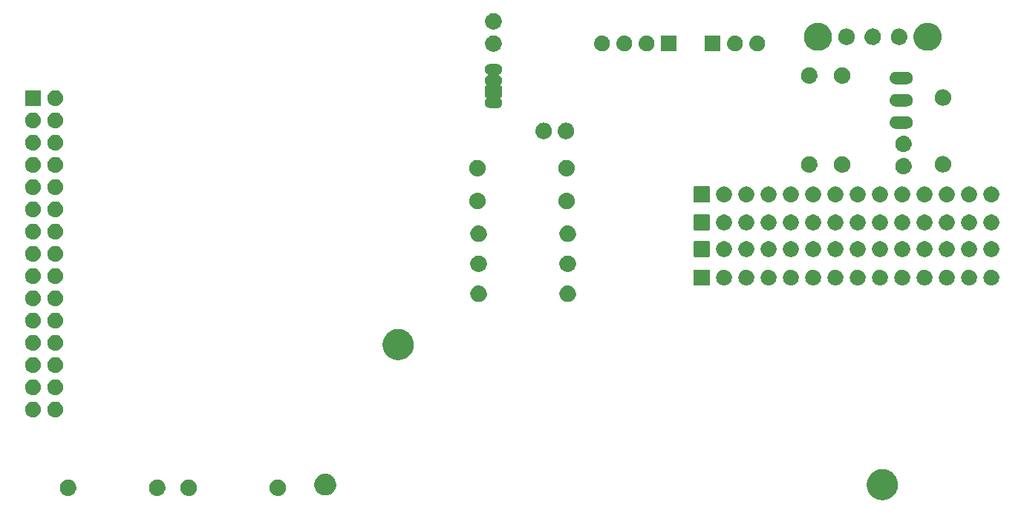
<source format=gbr>
G04 #@! TF.GenerationSoftware,KiCad,Pcbnew,(5.99.0-128-g6ff45b44c)*
G04 #@! TF.CreationDate,2019-09-15T18:53:50+09:00*
G04 #@! TF.ProjectId,M5_board,4d355f62-6f61-4726-942e-6b696361645f,rev?*
G04 #@! TF.SameCoordinates,Original*
G04 #@! TF.FileFunction,Soldermask,Top*
G04 #@! TF.FilePolarity,Negative*
%FSLAX46Y46*%
G04 Gerber Fmt 4.6, Leading zero omitted, Abs format (unit mm)*
G04 Created by KiCad (PCBNEW (5.99.0-128-g6ff45b44c)) date 2019-09-15 18:53:50*
%MOMM*%
%LPD*%
G04 APERTURE LIST*
%ADD10C,0.150000*%
G04 APERTURE END LIST*
D10*
G36*
X190658928Y-121867205D02*
G01*
X190690091Y-121866525D01*
X190787358Y-121878554D01*
X190887813Y-121887431D01*
X190918038Y-121894715D01*
X190945884Y-121898159D01*
X191043401Y-121924928D01*
X191144437Y-121949278D01*
X191170370Y-121959782D01*
X191194428Y-121966386D01*
X191289906Y-122008198D01*
X191389100Y-122048376D01*
X191410523Y-122061020D01*
X191430521Y-122069778D01*
X191521626Y-122126596D01*
X191616429Y-122182551D01*
X191633325Y-122196258D01*
X191649216Y-122206168D01*
X191733550Y-122277563D01*
X191821428Y-122348852D01*
X191834021Y-122362619D01*
X191845928Y-122372699D01*
X191921121Y-122457838D01*
X191999595Y-122543628D01*
X192008276Y-122556522D01*
X192016543Y-122565883D01*
X192080413Y-122663672D01*
X192147014Y-122762599D01*
X192152352Y-122773816D01*
X192157482Y-122781670D01*
X192207918Y-122890573D01*
X192260449Y-123000954D01*
X192263165Y-123009864D01*
X192265797Y-123015548D01*
X192300898Y-123133669D01*
X192337407Y-123253459D01*
X192338320Y-123259601D01*
X192339215Y-123262615D01*
X192357444Y-123388334D01*
X192376196Y-123514564D01*
X192366543Y-123871299D01*
X192341049Y-123996048D01*
X192315158Y-124123879D01*
X192314618Y-124125382D01*
X192313690Y-124129925D01*
X192270377Y-124248603D01*
X192228063Y-124366458D01*
X192225848Y-124370615D01*
X192223190Y-124377898D01*
X192164073Y-124486552D01*
X192106864Y-124593919D01*
X192102229Y-124600217D01*
X192097031Y-124609771D01*
X192024238Y-124706196D01*
X191954095Y-124801510D01*
X191946412Y-124809287D01*
X191937986Y-124820449D01*
X191853923Y-124902914D01*
X191772964Y-124984868D01*
X191761751Y-124993333D01*
X191749547Y-125005305D01*
X191656694Y-125072643D01*
X191567262Y-125140157D01*
X191552214Y-125148413D01*
X191535854Y-125160277D01*
X191436789Y-125211737D01*
X191341295Y-125264127D01*
X191322295Y-125271212D01*
X191301602Y-125281961D01*
X191198923Y-125317216D01*
X191099798Y-125354179D01*
X191076935Y-125359101D01*
X191051938Y-125367684D01*
X190948205Y-125386816D01*
X190847835Y-125408425D01*
X190821394Y-125410204D01*
X190792345Y-125415562D01*
X190690008Y-125419046D01*
X190590674Y-125425731D01*
X190561149Y-125423433D01*
X190528526Y-125424544D01*
X190429881Y-125413218D01*
X190333717Y-125405734D01*
X190301797Y-125398511D01*
X190266278Y-125394433D01*
X190173357Y-125369448D01*
X190082327Y-125348850D01*
X190048888Y-125335980D01*
X190011361Y-125325890D01*
X189925991Y-125288681D01*
X189841795Y-125256277D01*
X189807852Y-125237190D01*
X189769375Y-125220420D01*
X189693064Y-125172643D01*
X189617134Y-125129946D01*
X189583837Y-125104257D01*
X189545637Y-125080341D01*
X189479582Y-125023825D01*
X189413068Y-124972510D01*
X189381671Y-124940054D01*
X189345061Y-124908731D01*
X189290105Y-124845399D01*
X189233868Y-124787266D01*
X189205672Y-124748099D01*
X189172054Y-124709358D01*
X189128723Y-124641210D01*
X189083282Y-124578089D01*
X189059601Y-124532501D01*
X189030417Y-124486603D01*
X188998896Y-124415639D01*
X188964472Y-124349370D01*
X188946599Y-124297901D01*
X188923261Y-124245360D01*
X188903403Y-124173511D01*
X188879921Y-124105891D01*
X188869079Y-124049325D01*
X188852939Y-123990927D01*
X188844294Y-123920005D01*
X188831406Y-123852763D01*
X188828705Y-123792125D01*
X188820998Y-123728896D01*
X188822847Y-123660571D01*
X188819939Y-123595280D01*
X188826331Y-123531800D01*
X188828138Y-123465021D01*
X188839525Y-123400770D01*
X188845761Y-123338840D01*
X188862004Y-123273934D01*
X188874203Y-123205100D01*
X188893974Y-123146183D01*
X188908332Y-123088807D01*
X188934959Y-123024045D01*
X188958181Y-122954843D01*
X188985032Y-122902259D01*
X189006343Y-122850426D01*
X189043625Y-122787511D01*
X189078227Y-122719747D01*
X189110747Y-122674239D01*
X189137731Y-122628703D01*
X189185657Y-122569413D01*
X189231703Y-122504978D01*
X189268436Y-122467007D01*
X189299760Y-122428255D01*
X189358030Y-122374391D01*
X189415239Y-122315253D01*
X189454718Y-122285014D01*
X189489020Y-122253306D01*
X189557000Y-122206672D01*
X189624801Y-122154740D01*
X189665608Y-122132167D01*
X189701563Y-122107502D01*
X189778355Y-122069799D01*
X189855788Y-122026966D01*
X189896571Y-122011758D01*
X189932916Y-121993914D01*
X190017299Y-121966740D01*
X190103123Y-121934737D01*
X190142665Y-121926368D01*
X190178249Y-121914909D01*
X190268750Y-121899683D01*
X190361373Y-121880080D01*
X190398612Y-121877835D01*
X190432421Y-121872147D01*
X190527300Y-121870077D01*
X190624866Y-121864195D01*
X190658928Y-121867205D01*
X190658928Y-121867205D01*
G37*
G36*
X121712047Y-123060494D02*
G01*
X121758711Y-123060820D01*
X121804421Y-123070203D01*
X121856472Y-123075674D01*
X121900052Y-123089834D01*
X121939253Y-123097881D01*
X121988394Y-123118538D01*
X122044356Y-123136721D01*
X122078378Y-123156364D01*
X122109155Y-123169301D01*
X122158882Y-123202843D01*
X122215443Y-123235498D01*
X122239771Y-123257404D01*
X122261954Y-123272366D01*
X122308969Y-123319709D01*
X122362254Y-123367688D01*
X122377629Y-123388850D01*
X122391821Y-123403141D01*
X122432545Y-123464435D01*
X122478373Y-123527512D01*
X122486336Y-123545396D01*
X122493816Y-123556655D01*
X122524574Y-123631280D01*
X122558726Y-123707986D01*
X122561427Y-123720692D01*
X122564048Y-123727052D01*
X122581331Y-123814335D01*
X122599799Y-123901223D01*
X122599799Y-124098777D01*
X122596798Y-124112894D01*
X122596710Y-124119218D01*
X122577219Y-124205011D01*
X122558726Y-124292014D01*
X122556126Y-124297855D01*
X122556073Y-124298086D01*
X122481109Y-124466458D01*
X122480970Y-124466655D01*
X122478373Y-124472488D01*
X122426168Y-124544342D01*
X122374874Y-124617056D01*
X122369889Y-124621803D01*
X122362254Y-124632312D01*
X122299829Y-124688520D01*
X122241400Y-124744161D01*
X122229996Y-124751398D01*
X122215443Y-124764502D01*
X122147903Y-124803496D01*
X122085786Y-124842917D01*
X122067010Y-124850200D01*
X122044356Y-124863279D01*
X121976175Y-124885432D01*
X121913957Y-124909565D01*
X121887597Y-124914213D01*
X121856472Y-124924326D01*
X121791535Y-124931151D01*
X121732452Y-124941569D01*
X121699069Y-124940870D01*
X121660000Y-124944976D01*
X121601482Y-124938825D01*
X121548182Y-124937709D01*
X121509095Y-124929115D01*
X121463528Y-124924326D01*
X121413755Y-124908154D01*
X121368177Y-124898133D01*
X121325415Y-124879450D01*
X121275644Y-124863279D01*
X121235966Y-124840371D01*
X121199289Y-124824347D01*
X121155507Y-124793918D01*
X121104557Y-124764502D01*
X121075370Y-124738221D01*
X121047948Y-124719163D01*
X121006267Y-124676001D01*
X120957746Y-124632312D01*
X120938510Y-124605835D01*
X120919916Y-124586581D01*
X120883769Y-124530492D01*
X120841627Y-124472488D01*
X120830985Y-124448586D01*
X120820077Y-124431660D01*
X120792997Y-124363264D01*
X120761274Y-124292014D01*
X120757202Y-124272858D01*
X120752229Y-124260297D01*
X120737659Y-124180914D01*
X120720201Y-124098777D01*
X120720201Y-124085791D01*
X120718959Y-124079024D01*
X120720201Y-123990099D01*
X120720201Y-123901223D01*
X120721530Y-123894972D01*
X120721533Y-123894731D01*
X120759852Y-123714457D01*
X120759944Y-123714241D01*
X120761274Y-123707986D01*
X120797442Y-123626751D01*
X120832458Y-123545053D01*
X120836344Y-123539378D01*
X120841627Y-123527512D01*
X120890982Y-123459580D01*
X120936581Y-123392985D01*
X120946236Y-123383530D01*
X120957746Y-123367688D01*
X121015707Y-123315499D01*
X121068265Y-123264031D01*
X121085112Y-123253007D01*
X121104557Y-123235498D01*
X121166658Y-123199644D01*
X121222486Y-123163111D01*
X121247300Y-123153086D01*
X121275644Y-123136721D01*
X121337743Y-123116544D01*
X121393370Y-123094069D01*
X121426171Y-123087812D01*
X121463528Y-123075674D01*
X121522042Y-123069524D01*
X121574412Y-123059534D01*
X121614433Y-123059813D01*
X121660000Y-123055024D01*
X121712047Y-123060494D01*
X121712047Y-123060494D01*
G37*
G36*
X111552047Y-123060494D02*
G01*
X111598711Y-123060820D01*
X111644421Y-123070203D01*
X111696472Y-123075674D01*
X111740052Y-123089834D01*
X111779253Y-123097881D01*
X111828394Y-123118538D01*
X111884356Y-123136721D01*
X111918378Y-123156364D01*
X111949155Y-123169301D01*
X111998882Y-123202843D01*
X112055443Y-123235498D01*
X112079771Y-123257404D01*
X112101954Y-123272366D01*
X112148969Y-123319709D01*
X112202254Y-123367688D01*
X112217629Y-123388850D01*
X112231821Y-123403141D01*
X112272545Y-123464435D01*
X112318373Y-123527512D01*
X112326336Y-123545396D01*
X112333816Y-123556655D01*
X112364574Y-123631280D01*
X112398726Y-123707986D01*
X112401427Y-123720692D01*
X112404048Y-123727052D01*
X112421331Y-123814335D01*
X112439799Y-123901223D01*
X112439799Y-124098777D01*
X112436798Y-124112894D01*
X112436710Y-124119218D01*
X112417219Y-124205011D01*
X112398726Y-124292014D01*
X112396126Y-124297855D01*
X112396073Y-124298086D01*
X112321109Y-124466458D01*
X112320970Y-124466655D01*
X112318373Y-124472488D01*
X112266168Y-124544342D01*
X112214874Y-124617056D01*
X112209889Y-124621803D01*
X112202254Y-124632312D01*
X112139829Y-124688520D01*
X112081400Y-124744161D01*
X112069996Y-124751398D01*
X112055443Y-124764502D01*
X111987903Y-124803496D01*
X111925786Y-124842917D01*
X111907010Y-124850200D01*
X111884356Y-124863279D01*
X111816175Y-124885432D01*
X111753957Y-124909565D01*
X111727597Y-124914213D01*
X111696472Y-124924326D01*
X111631535Y-124931151D01*
X111572452Y-124941569D01*
X111539069Y-124940870D01*
X111500000Y-124944976D01*
X111441482Y-124938825D01*
X111388182Y-124937709D01*
X111349095Y-124929115D01*
X111303528Y-124924326D01*
X111253755Y-124908154D01*
X111208177Y-124898133D01*
X111165415Y-124879450D01*
X111115644Y-124863279D01*
X111075966Y-124840371D01*
X111039289Y-124824347D01*
X110995507Y-124793918D01*
X110944557Y-124764502D01*
X110915370Y-124738221D01*
X110887948Y-124719163D01*
X110846267Y-124676001D01*
X110797746Y-124632312D01*
X110778510Y-124605835D01*
X110759916Y-124586581D01*
X110723769Y-124530492D01*
X110681627Y-124472488D01*
X110670985Y-124448586D01*
X110660077Y-124431660D01*
X110632997Y-124363264D01*
X110601274Y-124292014D01*
X110597202Y-124272858D01*
X110592229Y-124260297D01*
X110577659Y-124180914D01*
X110560201Y-124098777D01*
X110560201Y-124085791D01*
X110558959Y-124079024D01*
X110560201Y-123990099D01*
X110560201Y-123901223D01*
X110561530Y-123894972D01*
X110561533Y-123894731D01*
X110599852Y-123714457D01*
X110599944Y-123714241D01*
X110601274Y-123707986D01*
X110637442Y-123626751D01*
X110672458Y-123545053D01*
X110676344Y-123539378D01*
X110681627Y-123527512D01*
X110730982Y-123459580D01*
X110776581Y-123392985D01*
X110786236Y-123383530D01*
X110797746Y-123367688D01*
X110855707Y-123315499D01*
X110908265Y-123264031D01*
X110925112Y-123253007D01*
X110944557Y-123235498D01*
X111006658Y-123199644D01*
X111062486Y-123163111D01*
X111087300Y-123153086D01*
X111115644Y-123136721D01*
X111177743Y-123116544D01*
X111233370Y-123094069D01*
X111266171Y-123087812D01*
X111303528Y-123075674D01*
X111362042Y-123069524D01*
X111414412Y-123059534D01*
X111454433Y-123059813D01*
X111500000Y-123055024D01*
X111552047Y-123060494D01*
X111552047Y-123060494D01*
G37*
G36*
X107962047Y-123060494D02*
G01*
X108008711Y-123060820D01*
X108054421Y-123070203D01*
X108106472Y-123075674D01*
X108150052Y-123089834D01*
X108189253Y-123097881D01*
X108238394Y-123118538D01*
X108294356Y-123136721D01*
X108328378Y-123156364D01*
X108359155Y-123169301D01*
X108408882Y-123202843D01*
X108465443Y-123235498D01*
X108489771Y-123257404D01*
X108511954Y-123272366D01*
X108558969Y-123319709D01*
X108612254Y-123367688D01*
X108627629Y-123388850D01*
X108641821Y-123403141D01*
X108682545Y-123464435D01*
X108728373Y-123527512D01*
X108736336Y-123545396D01*
X108743816Y-123556655D01*
X108774574Y-123631280D01*
X108808726Y-123707986D01*
X108811427Y-123720692D01*
X108814048Y-123727052D01*
X108831331Y-123814335D01*
X108849799Y-123901223D01*
X108849799Y-124098777D01*
X108846798Y-124112894D01*
X108846710Y-124119218D01*
X108827219Y-124205011D01*
X108808726Y-124292014D01*
X108806126Y-124297855D01*
X108806073Y-124298086D01*
X108731109Y-124466458D01*
X108730970Y-124466655D01*
X108728373Y-124472488D01*
X108676168Y-124544342D01*
X108624874Y-124617056D01*
X108619889Y-124621803D01*
X108612254Y-124632312D01*
X108549829Y-124688520D01*
X108491400Y-124744161D01*
X108479996Y-124751398D01*
X108465443Y-124764502D01*
X108397903Y-124803496D01*
X108335786Y-124842917D01*
X108317010Y-124850200D01*
X108294356Y-124863279D01*
X108226175Y-124885432D01*
X108163957Y-124909565D01*
X108137597Y-124914213D01*
X108106472Y-124924326D01*
X108041535Y-124931151D01*
X107982452Y-124941569D01*
X107949069Y-124940870D01*
X107910000Y-124944976D01*
X107851482Y-124938825D01*
X107798182Y-124937709D01*
X107759095Y-124929115D01*
X107713528Y-124924326D01*
X107663755Y-124908154D01*
X107618177Y-124898133D01*
X107575415Y-124879450D01*
X107525644Y-124863279D01*
X107485966Y-124840371D01*
X107449289Y-124824347D01*
X107405507Y-124793918D01*
X107354557Y-124764502D01*
X107325370Y-124738221D01*
X107297948Y-124719163D01*
X107256267Y-124676001D01*
X107207746Y-124632312D01*
X107188510Y-124605835D01*
X107169916Y-124586581D01*
X107133769Y-124530492D01*
X107091627Y-124472488D01*
X107080985Y-124448586D01*
X107070077Y-124431660D01*
X107042997Y-124363264D01*
X107011274Y-124292014D01*
X107007202Y-124272858D01*
X107002229Y-124260297D01*
X106987659Y-124180914D01*
X106970201Y-124098777D01*
X106970201Y-124085791D01*
X106968959Y-124079024D01*
X106970201Y-123990099D01*
X106970201Y-123901223D01*
X106971530Y-123894972D01*
X106971533Y-123894731D01*
X107009852Y-123714457D01*
X107009944Y-123714241D01*
X107011274Y-123707986D01*
X107047442Y-123626751D01*
X107082458Y-123545053D01*
X107086344Y-123539378D01*
X107091627Y-123527512D01*
X107140982Y-123459580D01*
X107186581Y-123392985D01*
X107196236Y-123383530D01*
X107207746Y-123367688D01*
X107265707Y-123315499D01*
X107318265Y-123264031D01*
X107335112Y-123253007D01*
X107354557Y-123235498D01*
X107416658Y-123199644D01*
X107472486Y-123163111D01*
X107497300Y-123153086D01*
X107525644Y-123136721D01*
X107587743Y-123116544D01*
X107643370Y-123094069D01*
X107676171Y-123087812D01*
X107713528Y-123075674D01*
X107772042Y-123069524D01*
X107824412Y-123059534D01*
X107864433Y-123059813D01*
X107910000Y-123055024D01*
X107962047Y-123060494D01*
X107962047Y-123060494D01*
G37*
G36*
X97802047Y-123060494D02*
G01*
X97848711Y-123060820D01*
X97894421Y-123070203D01*
X97946472Y-123075674D01*
X97990052Y-123089834D01*
X98029253Y-123097881D01*
X98078394Y-123118538D01*
X98134356Y-123136721D01*
X98168378Y-123156364D01*
X98199155Y-123169301D01*
X98248882Y-123202843D01*
X98305443Y-123235498D01*
X98329771Y-123257404D01*
X98351954Y-123272366D01*
X98398969Y-123319709D01*
X98452254Y-123367688D01*
X98467629Y-123388850D01*
X98481821Y-123403141D01*
X98522545Y-123464435D01*
X98568373Y-123527512D01*
X98576336Y-123545396D01*
X98583816Y-123556655D01*
X98614574Y-123631280D01*
X98648726Y-123707986D01*
X98651427Y-123720692D01*
X98654048Y-123727052D01*
X98671331Y-123814335D01*
X98689799Y-123901223D01*
X98689799Y-124098777D01*
X98686798Y-124112894D01*
X98686710Y-124119218D01*
X98667219Y-124205011D01*
X98648726Y-124292014D01*
X98646126Y-124297855D01*
X98646073Y-124298086D01*
X98571109Y-124466458D01*
X98570970Y-124466655D01*
X98568373Y-124472488D01*
X98516168Y-124544342D01*
X98464874Y-124617056D01*
X98459889Y-124621803D01*
X98452254Y-124632312D01*
X98389829Y-124688520D01*
X98331400Y-124744161D01*
X98319996Y-124751398D01*
X98305443Y-124764502D01*
X98237903Y-124803496D01*
X98175786Y-124842917D01*
X98157010Y-124850200D01*
X98134356Y-124863279D01*
X98066175Y-124885432D01*
X98003957Y-124909565D01*
X97977597Y-124914213D01*
X97946472Y-124924326D01*
X97881535Y-124931151D01*
X97822452Y-124941569D01*
X97789069Y-124940870D01*
X97750000Y-124944976D01*
X97691482Y-124938825D01*
X97638182Y-124937709D01*
X97599095Y-124929115D01*
X97553528Y-124924326D01*
X97503755Y-124908154D01*
X97458177Y-124898133D01*
X97415415Y-124879450D01*
X97365644Y-124863279D01*
X97325966Y-124840371D01*
X97289289Y-124824347D01*
X97245507Y-124793918D01*
X97194557Y-124764502D01*
X97165370Y-124738221D01*
X97137948Y-124719163D01*
X97096267Y-124676001D01*
X97047746Y-124632312D01*
X97028510Y-124605835D01*
X97009916Y-124586581D01*
X96973769Y-124530492D01*
X96931627Y-124472488D01*
X96920985Y-124448586D01*
X96910077Y-124431660D01*
X96882997Y-124363264D01*
X96851274Y-124292014D01*
X96847202Y-124272858D01*
X96842229Y-124260297D01*
X96827659Y-124180914D01*
X96810201Y-124098777D01*
X96810201Y-124085791D01*
X96808959Y-124079024D01*
X96810201Y-123990099D01*
X96810201Y-123901223D01*
X96811530Y-123894972D01*
X96811533Y-123894731D01*
X96849852Y-123714457D01*
X96849944Y-123714241D01*
X96851274Y-123707986D01*
X96887442Y-123626751D01*
X96922458Y-123545053D01*
X96926344Y-123539378D01*
X96931627Y-123527512D01*
X96980982Y-123459580D01*
X97026581Y-123392985D01*
X97036236Y-123383530D01*
X97047746Y-123367688D01*
X97105707Y-123315499D01*
X97158265Y-123264031D01*
X97175112Y-123253007D01*
X97194557Y-123235498D01*
X97256658Y-123199644D01*
X97312486Y-123163111D01*
X97337300Y-123153086D01*
X97365644Y-123136721D01*
X97427743Y-123116544D01*
X97483370Y-123094069D01*
X97516171Y-123087812D01*
X97553528Y-123075674D01*
X97612042Y-123069524D01*
X97664412Y-123059534D01*
X97704433Y-123059813D01*
X97750000Y-123055024D01*
X97802047Y-123060494D01*
X97802047Y-123060494D01*
G37*
G36*
X127079656Y-122397998D02*
G01*
X127142015Y-122396038D01*
X127191748Y-122403382D01*
X127235385Y-122405478D01*
X127294852Y-122418607D01*
X127362049Y-122428530D01*
X127404490Y-122442813D01*
X127441871Y-122451066D01*
X127503220Y-122476039D01*
X127572851Y-122499473D01*
X127607273Y-122518396D01*
X127637718Y-122530790D01*
X127698491Y-122568544D01*
X127767759Y-122606625D01*
X127794020Y-122627890D01*
X127817337Y-122642376D01*
X127874800Y-122693305D01*
X127940612Y-122746598D01*
X127959108Y-122768026D01*
X127975578Y-122782623D01*
X128026842Y-122846497D01*
X128085946Y-122914969D01*
X128097564Y-122934613D01*
X128107936Y-122947537D01*
X128150109Y-123023463D01*
X128199167Y-123106415D01*
X128205208Y-123122660D01*
X128210613Y-123132390D01*
X128240887Y-123218596D01*
X128276696Y-123314885D01*
X128278792Y-123326534D01*
X128280676Y-123331899D01*
X128296466Y-123424763D01*
X128316083Y-123533790D01*
X128315939Y-123539287D01*
X128316020Y-123539763D01*
X128313542Y-123776304D01*
X128309130Y-123799325D01*
X128308555Y-123821273D01*
X128288694Y-123905952D01*
X128273852Y-123983389D01*
X128264980Y-124007056D01*
X128257765Y-124037816D01*
X128225477Y-124112430D01*
X128199625Y-124181390D01*
X128184160Y-124207908D01*
X128169432Y-124241943D01*
X128127544Y-124304989D01*
X128093104Y-124364045D01*
X128069911Y-124391735D01*
X128046347Y-124427201D01*
X127997802Y-124477823D01*
X127957322Y-124526151D01*
X127925671Y-124553041D01*
X127892400Y-124587735D01*
X127840140Y-124625704D01*
X127796174Y-124663056D01*
X127755802Y-124686979D01*
X127712459Y-124718470D01*
X127659263Y-124744186D01*
X127614261Y-124770853D01*
X127565407Y-124789558D01*
X127512210Y-124815274D01*
X127460610Y-124829681D01*
X127416780Y-124846462D01*
X127360192Y-124857718D01*
X127297983Y-124875087D01*
X127250132Y-124879610D01*
X127209392Y-124887714D01*
X127146367Y-124889419D01*
X127076550Y-124896019D01*
X127034122Y-124892456D01*
X126998019Y-124893433D01*
X126930351Y-124883742D01*
X126854911Y-124877407D01*
X126819082Y-124867807D01*
X126788695Y-124863455D01*
X126718608Y-124840885D01*
X126640069Y-124819841D01*
X126611475Y-124806386D01*
X126587422Y-124798640D01*
X126517516Y-124762172D01*
X126438818Y-124725139D01*
X126417535Y-124710014D01*
X126399942Y-124700836D01*
X126333117Y-124650021D01*
X126257517Y-124596295D01*
X126243092Y-124581565D01*
X126231629Y-124572848D01*
X126171035Y-124507983D01*
X126101898Y-124437382D01*
X126093392Y-124424866D01*
X126087279Y-124418322D01*
X126036235Y-124340762D01*
X125976879Y-124253423D01*
X125972956Y-124244612D01*
X125971035Y-124241693D01*
X125933719Y-124156484D01*
X125886413Y-124050232D01*
X125855427Y-123924080D01*
X125835232Y-123842778D01*
X125835134Y-123841460D01*
X125833359Y-123834233D01*
X125826527Y-123725638D01*
X125819561Y-123631906D01*
X125820205Y-123625157D01*
X125819393Y-123612252D01*
X125831041Y-123511582D01*
X125839644Y-123421408D01*
X125842840Y-123409605D01*
X125844957Y-123391306D01*
X125872456Y-123300224D01*
X125894908Y-123217303D01*
X125902329Y-123201278D01*
X125909243Y-123178379D01*
X125949774Y-123098832D01*
X125983772Y-123025422D01*
X125996874Y-123006395D01*
X126010220Y-122980201D01*
X126060731Y-122913655D01*
X126103691Y-122851265D01*
X126123602Y-122830826D01*
X126144695Y-122803037D01*
X126202061Y-122750286D01*
X126251242Y-122699801D01*
X126278691Y-122679821D01*
X126308418Y-122652486D01*
X126369507Y-122613718D01*
X126422202Y-122575362D01*
X126457483Y-122557887D01*
X126496213Y-122533308D01*
X126558066Y-122508066D01*
X126611691Y-122481505D01*
X126654590Y-122468676D01*
X126702145Y-122449269D01*
X126762090Y-122436527D01*
X126814278Y-122420920D01*
X126864073Y-122414850D01*
X126919704Y-122403025D01*
X126975447Y-122401273D01*
X127024175Y-122395333D01*
X127079656Y-122397998D01*
X127079656Y-122397998D01*
G37*
G36*
X93938360Y-114173835D02*
G01*
X94019397Y-114200166D01*
X94106663Y-114227848D01*
X94109655Y-114229493D01*
X94118488Y-114232363D01*
X94190466Y-114273919D01*
X94261499Y-114312970D01*
X94268986Y-114319253D01*
X94282511Y-114327061D01*
X94340259Y-114379057D01*
X94396857Y-114426549D01*
X94406962Y-114439118D01*
X94423261Y-114453793D01*
X94465454Y-114511867D01*
X94507579Y-114564260D01*
X94517994Y-114584182D01*
X94534586Y-114607019D01*
X94561297Y-114667012D01*
X94589439Y-114720843D01*
X94597582Y-114748510D01*
X94611621Y-114780042D01*
X94623992Y-114838241D01*
X94639328Y-114890349D01*
X94642518Y-114925401D01*
X94650999Y-114965301D01*
X94650999Y-115018592D01*
X94655343Y-115066324D01*
X94650999Y-115107653D01*
X94650999Y-115154699D01*
X94641217Y-115200721D01*
X94636873Y-115242047D01*
X94622702Y-115287827D01*
X94611621Y-115339958D01*
X94595028Y-115377226D01*
X94584622Y-115410843D01*
X94558789Y-115458620D01*
X94534586Y-115512981D01*
X94514298Y-115540905D01*
X94500580Y-115566276D01*
X94461859Y-115613082D01*
X94423261Y-115666207D01*
X94402284Y-115685095D01*
X94387952Y-115702419D01*
X94335845Y-115744917D01*
X94282511Y-115792939D01*
X94263524Y-115803901D01*
X94251025Y-115814095D01*
X94185780Y-115848786D01*
X94118488Y-115887637D01*
X94103636Y-115892463D01*
X94095003Y-115897053D01*
X94017430Y-115920473D01*
X93938360Y-115946165D01*
X93929114Y-115947137D01*
X93925851Y-115948122D01*
X93834710Y-115957059D01*
X93797211Y-115961000D01*
X93702789Y-115961000D01*
X93561640Y-115946165D01*
X93480603Y-115919834D01*
X93393337Y-115892152D01*
X93390345Y-115890507D01*
X93381512Y-115887637D01*
X93309534Y-115846081D01*
X93238501Y-115807030D01*
X93231014Y-115800747D01*
X93217489Y-115792939D01*
X93159741Y-115740943D01*
X93103143Y-115693451D01*
X93093038Y-115680882D01*
X93076739Y-115666207D01*
X93034546Y-115608133D01*
X92992421Y-115555740D01*
X92982006Y-115535818D01*
X92965414Y-115512981D01*
X92938703Y-115452988D01*
X92910561Y-115399157D01*
X92902418Y-115371490D01*
X92888379Y-115339958D01*
X92876008Y-115281759D01*
X92860672Y-115229651D01*
X92857482Y-115194599D01*
X92849001Y-115154699D01*
X92849001Y-115101408D01*
X92844657Y-115053676D01*
X92849001Y-115012347D01*
X92849001Y-114965301D01*
X92858783Y-114919279D01*
X92863127Y-114877953D01*
X92877298Y-114832173D01*
X92888379Y-114780042D01*
X92904972Y-114742774D01*
X92915378Y-114709157D01*
X92941211Y-114661380D01*
X92965414Y-114607019D01*
X92985702Y-114579095D01*
X92999420Y-114553724D01*
X93038141Y-114506918D01*
X93076739Y-114453793D01*
X93097716Y-114434905D01*
X93112048Y-114417581D01*
X93164155Y-114375083D01*
X93217489Y-114327061D01*
X93236476Y-114316099D01*
X93248975Y-114305905D01*
X93314220Y-114271214D01*
X93381512Y-114232363D01*
X93396364Y-114227537D01*
X93404997Y-114222947D01*
X93482570Y-114199527D01*
X93561640Y-114173835D01*
X93570886Y-114172863D01*
X93574149Y-114171878D01*
X93665290Y-114162941D01*
X93702789Y-114159000D01*
X93797211Y-114159000D01*
X93938360Y-114173835D01*
X93938360Y-114173835D01*
G37*
G36*
X96478360Y-114173835D02*
G01*
X96559397Y-114200166D01*
X96646663Y-114227848D01*
X96649655Y-114229493D01*
X96658488Y-114232363D01*
X96730466Y-114273919D01*
X96801499Y-114312970D01*
X96808986Y-114319253D01*
X96822511Y-114327061D01*
X96880259Y-114379057D01*
X96936857Y-114426549D01*
X96946962Y-114439118D01*
X96963261Y-114453793D01*
X97005454Y-114511867D01*
X97047579Y-114564260D01*
X97057994Y-114584182D01*
X97074586Y-114607019D01*
X97101297Y-114667012D01*
X97129439Y-114720843D01*
X97137582Y-114748510D01*
X97151621Y-114780042D01*
X97163992Y-114838241D01*
X97179328Y-114890349D01*
X97182518Y-114925401D01*
X97190999Y-114965301D01*
X97190999Y-115018592D01*
X97195343Y-115066324D01*
X97190999Y-115107653D01*
X97190999Y-115154699D01*
X97181217Y-115200721D01*
X97176873Y-115242047D01*
X97162702Y-115287827D01*
X97151621Y-115339958D01*
X97135028Y-115377226D01*
X97124622Y-115410843D01*
X97098789Y-115458620D01*
X97074586Y-115512981D01*
X97054298Y-115540905D01*
X97040580Y-115566276D01*
X97001859Y-115613082D01*
X96963261Y-115666207D01*
X96942284Y-115685095D01*
X96927952Y-115702419D01*
X96875845Y-115744917D01*
X96822511Y-115792939D01*
X96803524Y-115803901D01*
X96791025Y-115814095D01*
X96725780Y-115848786D01*
X96658488Y-115887637D01*
X96643636Y-115892463D01*
X96635003Y-115897053D01*
X96557430Y-115920473D01*
X96478360Y-115946165D01*
X96469114Y-115947137D01*
X96465851Y-115948122D01*
X96374710Y-115957059D01*
X96337211Y-115961000D01*
X96242789Y-115961000D01*
X96101640Y-115946165D01*
X96020603Y-115919834D01*
X95933337Y-115892152D01*
X95930345Y-115890507D01*
X95921512Y-115887637D01*
X95849534Y-115846081D01*
X95778501Y-115807030D01*
X95771014Y-115800747D01*
X95757489Y-115792939D01*
X95699741Y-115740943D01*
X95643143Y-115693451D01*
X95633038Y-115680882D01*
X95616739Y-115666207D01*
X95574546Y-115608133D01*
X95532421Y-115555740D01*
X95522006Y-115535818D01*
X95505414Y-115512981D01*
X95478703Y-115452988D01*
X95450561Y-115399157D01*
X95442418Y-115371490D01*
X95428379Y-115339958D01*
X95416008Y-115281759D01*
X95400672Y-115229651D01*
X95397482Y-115194599D01*
X95389001Y-115154699D01*
X95389001Y-115101408D01*
X95384657Y-115053676D01*
X95389001Y-115012347D01*
X95389001Y-114965301D01*
X95398783Y-114919279D01*
X95403127Y-114877953D01*
X95417298Y-114832173D01*
X95428379Y-114780042D01*
X95444972Y-114742774D01*
X95455378Y-114709157D01*
X95481211Y-114661380D01*
X95505414Y-114607019D01*
X95525702Y-114579095D01*
X95539420Y-114553724D01*
X95578141Y-114506918D01*
X95616739Y-114453793D01*
X95637716Y-114434905D01*
X95652048Y-114417581D01*
X95704155Y-114375083D01*
X95757489Y-114327061D01*
X95776476Y-114316099D01*
X95788975Y-114305905D01*
X95854220Y-114271214D01*
X95921512Y-114232363D01*
X95936364Y-114227537D01*
X95944997Y-114222947D01*
X96022570Y-114199527D01*
X96101640Y-114173835D01*
X96110886Y-114172863D01*
X96114149Y-114171878D01*
X96205290Y-114162941D01*
X96242789Y-114159000D01*
X96337211Y-114159000D01*
X96478360Y-114173835D01*
X96478360Y-114173835D01*
G37*
G36*
X93938360Y-111633835D02*
G01*
X94019397Y-111660166D01*
X94106663Y-111687848D01*
X94109655Y-111689493D01*
X94118488Y-111692363D01*
X94190466Y-111733919D01*
X94261499Y-111772970D01*
X94268986Y-111779253D01*
X94282511Y-111787061D01*
X94340259Y-111839057D01*
X94396857Y-111886549D01*
X94406962Y-111899118D01*
X94423261Y-111913793D01*
X94465454Y-111971867D01*
X94507579Y-112024260D01*
X94517994Y-112044182D01*
X94534586Y-112067019D01*
X94561297Y-112127012D01*
X94589439Y-112180843D01*
X94597582Y-112208510D01*
X94611621Y-112240042D01*
X94623992Y-112298241D01*
X94639328Y-112350349D01*
X94642518Y-112385401D01*
X94650999Y-112425301D01*
X94650999Y-112478592D01*
X94655343Y-112526324D01*
X94650999Y-112567653D01*
X94650999Y-112614699D01*
X94641217Y-112660721D01*
X94636873Y-112702047D01*
X94622702Y-112747827D01*
X94611621Y-112799958D01*
X94595028Y-112837226D01*
X94584622Y-112870843D01*
X94558789Y-112918620D01*
X94534586Y-112972981D01*
X94514298Y-113000905D01*
X94500580Y-113026276D01*
X94461859Y-113073082D01*
X94423261Y-113126207D01*
X94402284Y-113145095D01*
X94387952Y-113162419D01*
X94335845Y-113204917D01*
X94282511Y-113252939D01*
X94263524Y-113263901D01*
X94251025Y-113274095D01*
X94185780Y-113308786D01*
X94118488Y-113347637D01*
X94103636Y-113352463D01*
X94095003Y-113357053D01*
X94017430Y-113380473D01*
X93938360Y-113406165D01*
X93929114Y-113407137D01*
X93925851Y-113408122D01*
X93834710Y-113417059D01*
X93797211Y-113421000D01*
X93702789Y-113421000D01*
X93561640Y-113406165D01*
X93480603Y-113379834D01*
X93393337Y-113352152D01*
X93390345Y-113350507D01*
X93381512Y-113347637D01*
X93309534Y-113306081D01*
X93238501Y-113267030D01*
X93231014Y-113260747D01*
X93217489Y-113252939D01*
X93159741Y-113200943D01*
X93103143Y-113153451D01*
X93093038Y-113140882D01*
X93076739Y-113126207D01*
X93034546Y-113068133D01*
X92992421Y-113015740D01*
X92982006Y-112995818D01*
X92965414Y-112972981D01*
X92938703Y-112912988D01*
X92910561Y-112859157D01*
X92902418Y-112831490D01*
X92888379Y-112799958D01*
X92876008Y-112741759D01*
X92860672Y-112689651D01*
X92857482Y-112654599D01*
X92849001Y-112614699D01*
X92849001Y-112561408D01*
X92844657Y-112513676D01*
X92849001Y-112472347D01*
X92849001Y-112425301D01*
X92858783Y-112379279D01*
X92863127Y-112337953D01*
X92877298Y-112292173D01*
X92888379Y-112240042D01*
X92904972Y-112202774D01*
X92915378Y-112169157D01*
X92941211Y-112121380D01*
X92965414Y-112067019D01*
X92985702Y-112039095D01*
X92999420Y-112013724D01*
X93038141Y-111966918D01*
X93076739Y-111913793D01*
X93097716Y-111894905D01*
X93112048Y-111877581D01*
X93164155Y-111835083D01*
X93217489Y-111787061D01*
X93236476Y-111776099D01*
X93248975Y-111765905D01*
X93314220Y-111731214D01*
X93381512Y-111692363D01*
X93396364Y-111687537D01*
X93404997Y-111682947D01*
X93482570Y-111659527D01*
X93561640Y-111633835D01*
X93570886Y-111632863D01*
X93574149Y-111631878D01*
X93665290Y-111622941D01*
X93702789Y-111619000D01*
X93797211Y-111619000D01*
X93938360Y-111633835D01*
X93938360Y-111633835D01*
G37*
G36*
X96478360Y-111633835D02*
G01*
X96559397Y-111660166D01*
X96646663Y-111687848D01*
X96649655Y-111689493D01*
X96658488Y-111692363D01*
X96730466Y-111733919D01*
X96801499Y-111772970D01*
X96808986Y-111779253D01*
X96822511Y-111787061D01*
X96880259Y-111839057D01*
X96936857Y-111886549D01*
X96946962Y-111899118D01*
X96963261Y-111913793D01*
X97005454Y-111971867D01*
X97047579Y-112024260D01*
X97057994Y-112044182D01*
X97074586Y-112067019D01*
X97101297Y-112127012D01*
X97129439Y-112180843D01*
X97137582Y-112208510D01*
X97151621Y-112240042D01*
X97163992Y-112298241D01*
X97179328Y-112350349D01*
X97182518Y-112385401D01*
X97190999Y-112425301D01*
X97190999Y-112478592D01*
X97195343Y-112526324D01*
X97190999Y-112567653D01*
X97190999Y-112614699D01*
X97181217Y-112660721D01*
X97176873Y-112702047D01*
X97162702Y-112747827D01*
X97151621Y-112799958D01*
X97135028Y-112837226D01*
X97124622Y-112870843D01*
X97098789Y-112918620D01*
X97074586Y-112972981D01*
X97054298Y-113000905D01*
X97040580Y-113026276D01*
X97001859Y-113073082D01*
X96963261Y-113126207D01*
X96942284Y-113145095D01*
X96927952Y-113162419D01*
X96875845Y-113204917D01*
X96822511Y-113252939D01*
X96803524Y-113263901D01*
X96791025Y-113274095D01*
X96725780Y-113308786D01*
X96658488Y-113347637D01*
X96643636Y-113352463D01*
X96635003Y-113357053D01*
X96557430Y-113380473D01*
X96478360Y-113406165D01*
X96469114Y-113407137D01*
X96465851Y-113408122D01*
X96374710Y-113417059D01*
X96337211Y-113421000D01*
X96242789Y-113421000D01*
X96101640Y-113406165D01*
X96020603Y-113379834D01*
X95933337Y-113352152D01*
X95930345Y-113350507D01*
X95921512Y-113347637D01*
X95849534Y-113306081D01*
X95778501Y-113267030D01*
X95771014Y-113260747D01*
X95757489Y-113252939D01*
X95699741Y-113200943D01*
X95643143Y-113153451D01*
X95633038Y-113140882D01*
X95616739Y-113126207D01*
X95574546Y-113068133D01*
X95532421Y-113015740D01*
X95522006Y-112995818D01*
X95505414Y-112972981D01*
X95478703Y-112912988D01*
X95450561Y-112859157D01*
X95442418Y-112831490D01*
X95428379Y-112799958D01*
X95416008Y-112741759D01*
X95400672Y-112689651D01*
X95397482Y-112654599D01*
X95389001Y-112614699D01*
X95389001Y-112561408D01*
X95384657Y-112513676D01*
X95389001Y-112472347D01*
X95389001Y-112425301D01*
X95398783Y-112379279D01*
X95403127Y-112337953D01*
X95417298Y-112292173D01*
X95428379Y-112240042D01*
X95444972Y-112202774D01*
X95455378Y-112169157D01*
X95481211Y-112121380D01*
X95505414Y-112067019D01*
X95525702Y-112039095D01*
X95539420Y-112013724D01*
X95578141Y-111966918D01*
X95616739Y-111913793D01*
X95637716Y-111894905D01*
X95652048Y-111877581D01*
X95704155Y-111835083D01*
X95757489Y-111787061D01*
X95776476Y-111776099D01*
X95788975Y-111765905D01*
X95854220Y-111731214D01*
X95921512Y-111692363D01*
X95936364Y-111687537D01*
X95944997Y-111682947D01*
X96022570Y-111659527D01*
X96101640Y-111633835D01*
X96110886Y-111632863D01*
X96114149Y-111631878D01*
X96205290Y-111622941D01*
X96242789Y-111619000D01*
X96337211Y-111619000D01*
X96478360Y-111633835D01*
X96478360Y-111633835D01*
G37*
G36*
X93938360Y-109093835D02*
G01*
X94019397Y-109120166D01*
X94106663Y-109147848D01*
X94109655Y-109149493D01*
X94118488Y-109152363D01*
X94190466Y-109193919D01*
X94261499Y-109232970D01*
X94268986Y-109239253D01*
X94282511Y-109247061D01*
X94340259Y-109299057D01*
X94396857Y-109346549D01*
X94406962Y-109359118D01*
X94423261Y-109373793D01*
X94465454Y-109431867D01*
X94507579Y-109484260D01*
X94517994Y-109504182D01*
X94534586Y-109527019D01*
X94561297Y-109587012D01*
X94589439Y-109640843D01*
X94597582Y-109668510D01*
X94611621Y-109700042D01*
X94623992Y-109758241D01*
X94639328Y-109810349D01*
X94642518Y-109845401D01*
X94650999Y-109885301D01*
X94650999Y-109938592D01*
X94655343Y-109986324D01*
X94650999Y-110027653D01*
X94650999Y-110074699D01*
X94641217Y-110120721D01*
X94636873Y-110162047D01*
X94622702Y-110207827D01*
X94611621Y-110259958D01*
X94595028Y-110297226D01*
X94584622Y-110330843D01*
X94558789Y-110378620D01*
X94534586Y-110432981D01*
X94514298Y-110460905D01*
X94500580Y-110486276D01*
X94461859Y-110533082D01*
X94423261Y-110586207D01*
X94402284Y-110605095D01*
X94387952Y-110622419D01*
X94335845Y-110664917D01*
X94282511Y-110712939D01*
X94263524Y-110723901D01*
X94251025Y-110734095D01*
X94185780Y-110768786D01*
X94118488Y-110807637D01*
X94103636Y-110812463D01*
X94095003Y-110817053D01*
X94017430Y-110840473D01*
X93938360Y-110866165D01*
X93929114Y-110867137D01*
X93925851Y-110868122D01*
X93834710Y-110877059D01*
X93797211Y-110881000D01*
X93702789Y-110881000D01*
X93561640Y-110866165D01*
X93480603Y-110839834D01*
X93393337Y-110812152D01*
X93390345Y-110810507D01*
X93381512Y-110807637D01*
X93309534Y-110766081D01*
X93238501Y-110727030D01*
X93231014Y-110720747D01*
X93217489Y-110712939D01*
X93159741Y-110660943D01*
X93103143Y-110613451D01*
X93093038Y-110600882D01*
X93076739Y-110586207D01*
X93034546Y-110528133D01*
X92992421Y-110475740D01*
X92982006Y-110455818D01*
X92965414Y-110432981D01*
X92938703Y-110372988D01*
X92910561Y-110319157D01*
X92902418Y-110291490D01*
X92888379Y-110259958D01*
X92876008Y-110201759D01*
X92860672Y-110149651D01*
X92857482Y-110114599D01*
X92849001Y-110074699D01*
X92849001Y-110021408D01*
X92844657Y-109973676D01*
X92849001Y-109932347D01*
X92849001Y-109885301D01*
X92858783Y-109839279D01*
X92863127Y-109797953D01*
X92877298Y-109752173D01*
X92888379Y-109700042D01*
X92904972Y-109662774D01*
X92915378Y-109629157D01*
X92941211Y-109581380D01*
X92965414Y-109527019D01*
X92985702Y-109499095D01*
X92999420Y-109473724D01*
X93038141Y-109426918D01*
X93076739Y-109373793D01*
X93097716Y-109354905D01*
X93112048Y-109337581D01*
X93164155Y-109295083D01*
X93217489Y-109247061D01*
X93236476Y-109236099D01*
X93248975Y-109225905D01*
X93314220Y-109191214D01*
X93381512Y-109152363D01*
X93396364Y-109147537D01*
X93404997Y-109142947D01*
X93482570Y-109119527D01*
X93561640Y-109093835D01*
X93570886Y-109092863D01*
X93574149Y-109091878D01*
X93665290Y-109082941D01*
X93702789Y-109079000D01*
X93797211Y-109079000D01*
X93938360Y-109093835D01*
X93938360Y-109093835D01*
G37*
G36*
X96478360Y-109093835D02*
G01*
X96559397Y-109120166D01*
X96646663Y-109147848D01*
X96649655Y-109149493D01*
X96658488Y-109152363D01*
X96730466Y-109193919D01*
X96801499Y-109232970D01*
X96808986Y-109239253D01*
X96822511Y-109247061D01*
X96880259Y-109299057D01*
X96936857Y-109346549D01*
X96946962Y-109359118D01*
X96963261Y-109373793D01*
X97005454Y-109431867D01*
X97047579Y-109484260D01*
X97057994Y-109504182D01*
X97074586Y-109527019D01*
X97101297Y-109587012D01*
X97129439Y-109640843D01*
X97137582Y-109668510D01*
X97151621Y-109700042D01*
X97163992Y-109758241D01*
X97179328Y-109810349D01*
X97182518Y-109845401D01*
X97190999Y-109885301D01*
X97190999Y-109938592D01*
X97195343Y-109986324D01*
X97190999Y-110027653D01*
X97190999Y-110074699D01*
X97181217Y-110120721D01*
X97176873Y-110162047D01*
X97162702Y-110207827D01*
X97151621Y-110259958D01*
X97135028Y-110297226D01*
X97124622Y-110330843D01*
X97098789Y-110378620D01*
X97074586Y-110432981D01*
X97054298Y-110460905D01*
X97040580Y-110486276D01*
X97001859Y-110533082D01*
X96963261Y-110586207D01*
X96942284Y-110605095D01*
X96927952Y-110622419D01*
X96875845Y-110664917D01*
X96822511Y-110712939D01*
X96803524Y-110723901D01*
X96791025Y-110734095D01*
X96725780Y-110768786D01*
X96658488Y-110807637D01*
X96643636Y-110812463D01*
X96635003Y-110817053D01*
X96557430Y-110840473D01*
X96478360Y-110866165D01*
X96469114Y-110867137D01*
X96465851Y-110868122D01*
X96374710Y-110877059D01*
X96337211Y-110881000D01*
X96242789Y-110881000D01*
X96101640Y-110866165D01*
X96020603Y-110839834D01*
X95933337Y-110812152D01*
X95930345Y-110810507D01*
X95921512Y-110807637D01*
X95849534Y-110766081D01*
X95778501Y-110727030D01*
X95771014Y-110720747D01*
X95757489Y-110712939D01*
X95699741Y-110660943D01*
X95643143Y-110613451D01*
X95633038Y-110600882D01*
X95616739Y-110586207D01*
X95574546Y-110528133D01*
X95532421Y-110475740D01*
X95522006Y-110455818D01*
X95505414Y-110432981D01*
X95478703Y-110372988D01*
X95450561Y-110319157D01*
X95442418Y-110291490D01*
X95428379Y-110259958D01*
X95416008Y-110201759D01*
X95400672Y-110149651D01*
X95397482Y-110114599D01*
X95389001Y-110074699D01*
X95389001Y-110021408D01*
X95384657Y-109973676D01*
X95389001Y-109932347D01*
X95389001Y-109885301D01*
X95398783Y-109839279D01*
X95403127Y-109797953D01*
X95417298Y-109752173D01*
X95428379Y-109700042D01*
X95444972Y-109662774D01*
X95455378Y-109629157D01*
X95481211Y-109581380D01*
X95505414Y-109527019D01*
X95525702Y-109499095D01*
X95539420Y-109473724D01*
X95578141Y-109426918D01*
X95616739Y-109373793D01*
X95637716Y-109354905D01*
X95652048Y-109337581D01*
X95704155Y-109295083D01*
X95757489Y-109247061D01*
X95776476Y-109236099D01*
X95788975Y-109225905D01*
X95854220Y-109191214D01*
X95921512Y-109152363D01*
X95936364Y-109147537D01*
X95944997Y-109142947D01*
X96022570Y-109119527D01*
X96101640Y-109093835D01*
X96110886Y-109092863D01*
X96114149Y-109091878D01*
X96205290Y-109082941D01*
X96242789Y-109079000D01*
X96337211Y-109079000D01*
X96478360Y-109093835D01*
X96478360Y-109093835D01*
G37*
G36*
X135458928Y-105867205D02*
G01*
X135490091Y-105866525D01*
X135587358Y-105878554D01*
X135687813Y-105887431D01*
X135718038Y-105894715D01*
X135745884Y-105898159D01*
X135843401Y-105924928D01*
X135944437Y-105949278D01*
X135970370Y-105959782D01*
X135994428Y-105966386D01*
X136089906Y-106008198D01*
X136189100Y-106048376D01*
X136210523Y-106061020D01*
X136230521Y-106069778D01*
X136321626Y-106126596D01*
X136416429Y-106182551D01*
X136433325Y-106196258D01*
X136449216Y-106206168D01*
X136533550Y-106277563D01*
X136621428Y-106348852D01*
X136634021Y-106362619D01*
X136645928Y-106372699D01*
X136721121Y-106457838D01*
X136799595Y-106543628D01*
X136808276Y-106556522D01*
X136816543Y-106565883D01*
X136880413Y-106663672D01*
X136947014Y-106762599D01*
X136952352Y-106773816D01*
X136957482Y-106781670D01*
X137007918Y-106890573D01*
X137060449Y-107000954D01*
X137063165Y-107009864D01*
X137065797Y-107015548D01*
X137100898Y-107133669D01*
X137137407Y-107253459D01*
X137138320Y-107259601D01*
X137139215Y-107262615D01*
X137157444Y-107388334D01*
X137176196Y-107514564D01*
X137166543Y-107871299D01*
X137141049Y-107996048D01*
X137115158Y-108123879D01*
X137114618Y-108125382D01*
X137113690Y-108129925D01*
X137070377Y-108248603D01*
X137028063Y-108366458D01*
X137025848Y-108370615D01*
X137023190Y-108377898D01*
X136964073Y-108486552D01*
X136906864Y-108593919D01*
X136902229Y-108600217D01*
X136897031Y-108609771D01*
X136824238Y-108706196D01*
X136754095Y-108801510D01*
X136746412Y-108809287D01*
X136737986Y-108820449D01*
X136653923Y-108902914D01*
X136572964Y-108984868D01*
X136561751Y-108993333D01*
X136549547Y-109005305D01*
X136456694Y-109072643D01*
X136367262Y-109140157D01*
X136352214Y-109148413D01*
X136335854Y-109160277D01*
X136236789Y-109211737D01*
X136141295Y-109264127D01*
X136122295Y-109271212D01*
X136101602Y-109281961D01*
X135998923Y-109317216D01*
X135899798Y-109354179D01*
X135876935Y-109359101D01*
X135851938Y-109367684D01*
X135748205Y-109386816D01*
X135647835Y-109408425D01*
X135621394Y-109410204D01*
X135592345Y-109415562D01*
X135490008Y-109419046D01*
X135390674Y-109425731D01*
X135361149Y-109423433D01*
X135328526Y-109424544D01*
X135229881Y-109413218D01*
X135133717Y-109405734D01*
X135101797Y-109398511D01*
X135066278Y-109394433D01*
X134973357Y-109369448D01*
X134882327Y-109348850D01*
X134848888Y-109335980D01*
X134811361Y-109325890D01*
X134725991Y-109288681D01*
X134641795Y-109256277D01*
X134607852Y-109237190D01*
X134569375Y-109220420D01*
X134493064Y-109172643D01*
X134417134Y-109129946D01*
X134383837Y-109104257D01*
X134345637Y-109080341D01*
X134279582Y-109023825D01*
X134213068Y-108972510D01*
X134181671Y-108940054D01*
X134145061Y-108908731D01*
X134090105Y-108845399D01*
X134033868Y-108787266D01*
X134005672Y-108748099D01*
X133972054Y-108709358D01*
X133928723Y-108641210D01*
X133883282Y-108578089D01*
X133859601Y-108532501D01*
X133830417Y-108486603D01*
X133798896Y-108415639D01*
X133764472Y-108349370D01*
X133746599Y-108297901D01*
X133723261Y-108245360D01*
X133703403Y-108173511D01*
X133679921Y-108105891D01*
X133669079Y-108049325D01*
X133652939Y-107990927D01*
X133644294Y-107920005D01*
X133631406Y-107852763D01*
X133628705Y-107792125D01*
X133620998Y-107728896D01*
X133622847Y-107660571D01*
X133619939Y-107595280D01*
X133626331Y-107531800D01*
X133628138Y-107465021D01*
X133639525Y-107400770D01*
X133645761Y-107338840D01*
X133662004Y-107273934D01*
X133674203Y-107205100D01*
X133693974Y-107146183D01*
X133708332Y-107088807D01*
X133734959Y-107024045D01*
X133758181Y-106954843D01*
X133785032Y-106902259D01*
X133806343Y-106850426D01*
X133843625Y-106787511D01*
X133878227Y-106719747D01*
X133910747Y-106674239D01*
X133937731Y-106628703D01*
X133985657Y-106569413D01*
X134031703Y-106504978D01*
X134068436Y-106467007D01*
X134099760Y-106428255D01*
X134158030Y-106374391D01*
X134215239Y-106315253D01*
X134254718Y-106285014D01*
X134289020Y-106253306D01*
X134357000Y-106206672D01*
X134424801Y-106154740D01*
X134465608Y-106132167D01*
X134501563Y-106107502D01*
X134578355Y-106069799D01*
X134655788Y-106026966D01*
X134696571Y-106011758D01*
X134732916Y-105993914D01*
X134817299Y-105966740D01*
X134903123Y-105934737D01*
X134942665Y-105926368D01*
X134978249Y-105914909D01*
X135068750Y-105899683D01*
X135161373Y-105880080D01*
X135198612Y-105877835D01*
X135232421Y-105872147D01*
X135327300Y-105870077D01*
X135424866Y-105864195D01*
X135458928Y-105867205D01*
X135458928Y-105867205D01*
G37*
G36*
X93938360Y-106553835D02*
G01*
X94019397Y-106580166D01*
X94106663Y-106607848D01*
X94109655Y-106609493D01*
X94118488Y-106612363D01*
X94190466Y-106653919D01*
X94261499Y-106692970D01*
X94268986Y-106699253D01*
X94282511Y-106707061D01*
X94340259Y-106759057D01*
X94396857Y-106806549D01*
X94406962Y-106819118D01*
X94423261Y-106833793D01*
X94465454Y-106891867D01*
X94507579Y-106944260D01*
X94517994Y-106964182D01*
X94534586Y-106987019D01*
X94561297Y-107047012D01*
X94589439Y-107100843D01*
X94597582Y-107128510D01*
X94611621Y-107160042D01*
X94623992Y-107218241D01*
X94639328Y-107270349D01*
X94642518Y-107305401D01*
X94650999Y-107345301D01*
X94650999Y-107398592D01*
X94655343Y-107446324D01*
X94650999Y-107487653D01*
X94650999Y-107534699D01*
X94641217Y-107580721D01*
X94636873Y-107622047D01*
X94622702Y-107667827D01*
X94611621Y-107719958D01*
X94595028Y-107757226D01*
X94584622Y-107790843D01*
X94558789Y-107838620D01*
X94534586Y-107892981D01*
X94514298Y-107920905D01*
X94500580Y-107946276D01*
X94461859Y-107993082D01*
X94423261Y-108046207D01*
X94402284Y-108065095D01*
X94387952Y-108082419D01*
X94335845Y-108124917D01*
X94282511Y-108172939D01*
X94263524Y-108183901D01*
X94251025Y-108194095D01*
X94185780Y-108228786D01*
X94118488Y-108267637D01*
X94103636Y-108272463D01*
X94095003Y-108277053D01*
X94017430Y-108300473D01*
X93938360Y-108326165D01*
X93929114Y-108327137D01*
X93925851Y-108328122D01*
X93834710Y-108337059D01*
X93797211Y-108341000D01*
X93702789Y-108341000D01*
X93561640Y-108326165D01*
X93480603Y-108299834D01*
X93393337Y-108272152D01*
X93390345Y-108270507D01*
X93381512Y-108267637D01*
X93309534Y-108226081D01*
X93238501Y-108187030D01*
X93231014Y-108180747D01*
X93217489Y-108172939D01*
X93159741Y-108120943D01*
X93103143Y-108073451D01*
X93093038Y-108060882D01*
X93076739Y-108046207D01*
X93034546Y-107988133D01*
X92992421Y-107935740D01*
X92982006Y-107915818D01*
X92965414Y-107892981D01*
X92938703Y-107832988D01*
X92910561Y-107779157D01*
X92902418Y-107751490D01*
X92888379Y-107719958D01*
X92876008Y-107661759D01*
X92860672Y-107609651D01*
X92857482Y-107574599D01*
X92849001Y-107534699D01*
X92849001Y-107481408D01*
X92844657Y-107433676D01*
X92849001Y-107392347D01*
X92849001Y-107345301D01*
X92858783Y-107299279D01*
X92863127Y-107257953D01*
X92877298Y-107212173D01*
X92888379Y-107160042D01*
X92904972Y-107122774D01*
X92915378Y-107089157D01*
X92941211Y-107041380D01*
X92965414Y-106987019D01*
X92985702Y-106959095D01*
X92999420Y-106933724D01*
X93038141Y-106886918D01*
X93076739Y-106833793D01*
X93097716Y-106814905D01*
X93112048Y-106797581D01*
X93164155Y-106755083D01*
X93217489Y-106707061D01*
X93236476Y-106696099D01*
X93248975Y-106685905D01*
X93314220Y-106651214D01*
X93381512Y-106612363D01*
X93396364Y-106607537D01*
X93404997Y-106602947D01*
X93482570Y-106579527D01*
X93561640Y-106553835D01*
X93570886Y-106552863D01*
X93574149Y-106551878D01*
X93665290Y-106542941D01*
X93702789Y-106539000D01*
X93797211Y-106539000D01*
X93938360Y-106553835D01*
X93938360Y-106553835D01*
G37*
G36*
X96478360Y-106553835D02*
G01*
X96559397Y-106580166D01*
X96646663Y-106607848D01*
X96649655Y-106609493D01*
X96658488Y-106612363D01*
X96730466Y-106653919D01*
X96801499Y-106692970D01*
X96808986Y-106699253D01*
X96822511Y-106707061D01*
X96880259Y-106759057D01*
X96936857Y-106806549D01*
X96946962Y-106819118D01*
X96963261Y-106833793D01*
X97005454Y-106891867D01*
X97047579Y-106944260D01*
X97057994Y-106964182D01*
X97074586Y-106987019D01*
X97101297Y-107047012D01*
X97129439Y-107100843D01*
X97137582Y-107128510D01*
X97151621Y-107160042D01*
X97163992Y-107218241D01*
X97179328Y-107270349D01*
X97182518Y-107305401D01*
X97190999Y-107345301D01*
X97190999Y-107398592D01*
X97195343Y-107446324D01*
X97190999Y-107487653D01*
X97190999Y-107534699D01*
X97181217Y-107580721D01*
X97176873Y-107622047D01*
X97162702Y-107667827D01*
X97151621Y-107719958D01*
X97135028Y-107757226D01*
X97124622Y-107790843D01*
X97098789Y-107838620D01*
X97074586Y-107892981D01*
X97054298Y-107920905D01*
X97040580Y-107946276D01*
X97001859Y-107993082D01*
X96963261Y-108046207D01*
X96942284Y-108065095D01*
X96927952Y-108082419D01*
X96875845Y-108124917D01*
X96822511Y-108172939D01*
X96803524Y-108183901D01*
X96791025Y-108194095D01*
X96725780Y-108228786D01*
X96658488Y-108267637D01*
X96643636Y-108272463D01*
X96635003Y-108277053D01*
X96557430Y-108300473D01*
X96478360Y-108326165D01*
X96469114Y-108327137D01*
X96465851Y-108328122D01*
X96374710Y-108337059D01*
X96337211Y-108341000D01*
X96242789Y-108341000D01*
X96101640Y-108326165D01*
X96020603Y-108299834D01*
X95933337Y-108272152D01*
X95930345Y-108270507D01*
X95921512Y-108267637D01*
X95849534Y-108226081D01*
X95778501Y-108187030D01*
X95771014Y-108180747D01*
X95757489Y-108172939D01*
X95699741Y-108120943D01*
X95643143Y-108073451D01*
X95633038Y-108060882D01*
X95616739Y-108046207D01*
X95574546Y-107988133D01*
X95532421Y-107935740D01*
X95522006Y-107915818D01*
X95505414Y-107892981D01*
X95478703Y-107832988D01*
X95450561Y-107779157D01*
X95442418Y-107751490D01*
X95428379Y-107719958D01*
X95416008Y-107661759D01*
X95400672Y-107609651D01*
X95397482Y-107574599D01*
X95389001Y-107534699D01*
X95389001Y-107481408D01*
X95384657Y-107433676D01*
X95389001Y-107392347D01*
X95389001Y-107345301D01*
X95398783Y-107299279D01*
X95403127Y-107257953D01*
X95417298Y-107212173D01*
X95428379Y-107160042D01*
X95444972Y-107122774D01*
X95455378Y-107089157D01*
X95481211Y-107041380D01*
X95505414Y-106987019D01*
X95525702Y-106959095D01*
X95539420Y-106933724D01*
X95578141Y-106886918D01*
X95616739Y-106833793D01*
X95637716Y-106814905D01*
X95652048Y-106797581D01*
X95704155Y-106755083D01*
X95757489Y-106707061D01*
X95776476Y-106696099D01*
X95788975Y-106685905D01*
X95854220Y-106651214D01*
X95921512Y-106612363D01*
X95936364Y-106607537D01*
X95944997Y-106602947D01*
X96022570Y-106579527D01*
X96101640Y-106553835D01*
X96110886Y-106552863D01*
X96114149Y-106551878D01*
X96205290Y-106542941D01*
X96242789Y-106539000D01*
X96337211Y-106539000D01*
X96478360Y-106553835D01*
X96478360Y-106553835D01*
G37*
G36*
X93938360Y-104013835D02*
G01*
X94019397Y-104040166D01*
X94106663Y-104067848D01*
X94109655Y-104069493D01*
X94118488Y-104072363D01*
X94190466Y-104113919D01*
X94261499Y-104152970D01*
X94268986Y-104159253D01*
X94282511Y-104167061D01*
X94340259Y-104219057D01*
X94396857Y-104266549D01*
X94406962Y-104279118D01*
X94423261Y-104293793D01*
X94465454Y-104351867D01*
X94507579Y-104404260D01*
X94517994Y-104424182D01*
X94534586Y-104447019D01*
X94561297Y-104507012D01*
X94589439Y-104560843D01*
X94597582Y-104588510D01*
X94611621Y-104620042D01*
X94623992Y-104678241D01*
X94639328Y-104730349D01*
X94642518Y-104765401D01*
X94650999Y-104805301D01*
X94650999Y-104858592D01*
X94655343Y-104906324D01*
X94650999Y-104947653D01*
X94650999Y-104994699D01*
X94641217Y-105040721D01*
X94636873Y-105082047D01*
X94622702Y-105127827D01*
X94611621Y-105179958D01*
X94595028Y-105217226D01*
X94584622Y-105250843D01*
X94558789Y-105298620D01*
X94534586Y-105352981D01*
X94514298Y-105380905D01*
X94500580Y-105406276D01*
X94461859Y-105453082D01*
X94423261Y-105506207D01*
X94402284Y-105525095D01*
X94387952Y-105542419D01*
X94335845Y-105584917D01*
X94282511Y-105632939D01*
X94263524Y-105643901D01*
X94251025Y-105654095D01*
X94185780Y-105688786D01*
X94118488Y-105727637D01*
X94103636Y-105732463D01*
X94095003Y-105737053D01*
X94017430Y-105760473D01*
X93938360Y-105786165D01*
X93929114Y-105787137D01*
X93925851Y-105788122D01*
X93834710Y-105797059D01*
X93797211Y-105801000D01*
X93702789Y-105801000D01*
X93561640Y-105786165D01*
X93480603Y-105759834D01*
X93393337Y-105732152D01*
X93390345Y-105730507D01*
X93381512Y-105727637D01*
X93309534Y-105686081D01*
X93238501Y-105647030D01*
X93231014Y-105640747D01*
X93217489Y-105632939D01*
X93159741Y-105580943D01*
X93103143Y-105533451D01*
X93093038Y-105520882D01*
X93076739Y-105506207D01*
X93034546Y-105448133D01*
X92992421Y-105395740D01*
X92982006Y-105375818D01*
X92965414Y-105352981D01*
X92938703Y-105292988D01*
X92910561Y-105239157D01*
X92902418Y-105211490D01*
X92888379Y-105179958D01*
X92876008Y-105121759D01*
X92860672Y-105069651D01*
X92857482Y-105034599D01*
X92849001Y-104994699D01*
X92849001Y-104941408D01*
X92844657Y-104893676D01*
X92849001Y-104852347D01*
X92849001Y-104805301D01*
X92858783Y-104759279D01*
X92863127Y-104717953D01*
X92877298Y-104672173D01*
X92888379Y-104620042D01*
X92904972Y-104582774D01*
X92915378Y-104549157D01*
X92941211Y-104501380D01*
X92965414Y-104447019D01*
X92985702Y-104419095D01*
X92999420Y-104393724D01*
X93038141Y-104346918D01*
X93076739Y-104293793D01*
X93097716Y-104274905D01*
X93112048Y-104257581D01*
X93164155Y-104215083D01*
X93217489Y-104167061D01*
X93236476Y-104156099D01*
X93248975Y-104145905D01*
X93314220Y-104111214D01*
X93381512Y-104072363D01*
X93396364Y-104067537D01*
X93404997Y-104062947D01*
X93482570Y-104039527D01*
X93561640Y-104013835D01*
X93570886Y-104012863D01*
X93574149Y-104011878D01*
X93665290Y-104002941D01*
X93702789Y-103999000D01*
X93797211Y-103999000D01*
X93938360Y-104013835D01*
X93938360Y-104013835D01*
G37*
G36*
X96478360Y-104013835D02*
G01*
X96559397Y-104040166D01*
X96646663Y-104067848D01*
X96649655Y-104069493D01*
X96658488Y-104072363D01*
X96730466Y-104113919D01*
X96801499Y-104152970D01*
X96808986Y-104159253D01*
X96822511Y-104167061D01*
X96880259Y-104219057D01*
X96936857Y-104266549D01*
X96946962Y-104279118D01*
X96963261Y-104293793D01*
X97005454Y-104351867D01*
X97047579Y-104404260D01*
X97057994Y-104424182D01*
X97074586Y-104447019D01*
X97101297Y-104507012D01*
X97129439Y-104560843D01*
X97137582Y-104588510D01*
X97151621Y-104620042D01*
X97163992Y-104678241D01*
X97179328Y-104730349D01*
X97182518Y-104765401D01*
X97190999Y-104805301D01*
X97190999Y-104858592D01*
X97195343Y-104906324D01*
X97190999Y-104947653D01*
X97190999Y-104994699D01*
X97181217Y-105040721D01*
X97176873Y-105082047D01*
X97162702Y-105127827D01*
X97151621Y-105179958D01*
X97135028Y-105217226D01*
X97124622Y-105250843D01*
X97098789Y-105298620D01*
X97074586Y-105352981D01*
X97054298Y-105380905D01*
X97040580Y-105406276D01*
X97001859Y-105453082D01*
X96963261Y-105506207D01*
X96942284Y-105525095D01*
X96927952Y-105542419D01*
X96875845Y-105584917D01*
X96822511Y-105632939D01*
X96803524Y-105643901D01*
X96791025Y-105654095D01*
X96725780Y-105688786D01*
X96658488Y-105727637D01*
X96643636Y-105732463D01*
X96635003Y-105737053D01*
X96557430Y-105760473D01*
X96478360Y-105786165D01*
X96469114Y-105787137D01*
X96465851Y-105788122D01*
X96374710Y-105797059D01*
X96337211Y-105801000D01*
X96242789Y-105801000D01*
X96101640Y-105786165D01*
X96020603Y-105759834D01*
X95933337Y-105732152D01*
X95930345Y-105730507D01*
X95921512Y-105727637D01*
X95849534Y-105686081D01*
X95778501Y-105647030D01*
X95771014Y-105640747D01*
X95757489Y-105632939D01*
X95699741Y-105580943D01*
X95643143Y-105533451D01*
X95633038Y-105520882D01*
X95616739Y-105506207D01*
X95574546Y-105448133D01*
X95532421Y-105395740D01*
X95522006Y-105375818D01*
X95505414Y-105352981D01*
X95478703Y-105292988D01*
X95450561Y-105239157D01*
X95442418Y-105211490D01*
X95428379Y-105179958D01*
X95416008Y-105121759D01*
X95400672Y-105069651D01*
X95397482Y-105034599D01*
X95389001Y-104994699D01*
X95389001Y-104941408D01*
X95384657Y-104893676D01*
X95389001Y-104852347D01*
X95389001Y-104805301D01*
X95398783Y-104759279D01*
X95403127Y-104717953D01*
X95417298Y-104672173D01*
X95428379Y-104620042D01*
X95444972Y-104582774D01*
X95455378Y-104549157D01*
X95481211Y-104501380D01*
X95505414Y-104447019D01*
X95525702Y-104419095D01*
X95539420Y-104393724D01*
X95578141Y-104346918D01*
X95616739Y-104293793D01*
X95637716Y-104274905D01*
X95652048Y-104257581D01*
X95704155Y-104215083D01*
X95757489Y-104167061D01*
X95776476Y-104156099D01*
X95788975Y-104145905D01*
X95854220Y-104111214D01*
X95921512Y-104072363D01*
X95936364Y-104067537D01*
X95944997Y-104062947D01*
X96022570Y-104039527D01*
X96101640Y-104013835D01*
X96110886Y-104012863D01*
X96114149Y-104011878D01*
X96205290Y-104002941D01*
X96242789Y-103999000D01*
X96337211Y-103999000D01*
X96478360Y-104013835D01*
X96478360Y-104013835D01*
G37*
G36*
X93938360Y-101473835D02*
G01*
X94019397Y-101500166D01*
X94106663Y-101527848D01*
X94109655Y-101529493D01*
X94118488Y-101532363D01*
X94190466Y-101573919D01*
X94261499Y-101612970D01*
X94268986Y-101619253D01*
X94282511Y-101627061D01*
X94340259Y-101679057D01*
X94396857Y-101726549D01*
X94406962Y-101739118D01*
X94423261Y-101753793D01*
X94465454Y-101811867D01*
X94507579Y-101864260D01*
X94517994Y-101884182D01*
X94534586Y-101907019D01*
X94561297Y-101967012D01*
X94589439Y-102020843D01*
X94597582Y-102048510D01*
X94611621Y-102080042D01*
X94623992Y-102138241D01*
X94639328Y-102190349D01*
X94642518Y-102225401D01*
X94650999Y-102265301D01*
X94650999Y-102318592D01*
X94655343Y-102366324D01*
X94650999Y-102407653D01*
X94650999Y-102454699D01*
X94641217Y-102500721D01*
X94636873Y-102542047D01*
X94622702Y-102587827D01*
X94611621Y-102639958D01*
X94595028Y-102677226D01*
X94584622Y-102710843D01*
X94558789Y-102758620D01*
X94534586Y-102812981D01*
X94514298Y-102840905D01*
X94500580Y-102866276D01*
X94461859Y-102913082D01*
X94423261Y-102966207D01*
X94402284Y-102985095D01*
X94387952Y-103002419D01*
X94335845Y-103044917D01*
X94282511Y-103092939D01*
X94263524Y-103103901D01*
X94251025Y-103114095D01*
X94185780Y-103148786D01*
X94118488Y-103187637D01*
X94103636Y-103192463D01*
X94095003Y-103197053D01*
X94017430Y-103220473D01*
X93938360Y-103246165D01*
X93929114Y-103247137D01*
X93925851Y-103248122D01*
X93834710Y-103257059D01*
X93797211Y-103261000D01*
X93702789Y-103261000D01*
X93561640Y-103246165D01*
X93480603Y-103219834D01*
X93393337Y-103192152D01*
X93390345Y-103190507D01*
X93381512Y-103187637D01*
X93309534Y-103146081D01*
X93238501Y-103107030D01*
X93231014Y-103100747D01*
X93217489Y-103092939D01*
X93159741Y-103040943D01*
X93103143Y-102993451D01*
X93093038Y-102980882D01*
X93076739Y-102966207D01*
X93034546Y-102908133D01*
X92992421Y-102855740D01*
X92982006Y-102835818D01*
X92965414Y-102812981D01*
X92938703Y-102752988D01*
X92910561Y-102699157D01*
X92902418Y-102671490D01*
X92888379Y-102639958D01*
X92876008Y-102581759D01*
X92860672Y-102529651D01*
X92857482Y-102494599D01*
X92849001Y-102454699D01*
X92849001Y-102401408D01*
X92844657Y-102353676D01*
X92849001Y-102312347D01*
X92849001Y-102265301D01*
X92858783Y-102219279D01*
X92863127Y-102177953D01*
X92877298Y-102132173D01*
X92888379Y-102080042D01*
X92904972Y-102042774D01*
X92915378Y-102009157D01*
X92941211Y-101961380D01*
X92965414Y-101907019D01*
X92985702Y-101879095D01*
X92999420Y-101853724D01*
X93038141Y-101806918D01*
X93076739Y-101753793D01*
X93097716Y-101734905D01*
X93112048Y-101717581D01*
X93164155Y-101675083D01*
X93217489Y-101627061D01*
X93236476Y-101616099D01*
X93248975Y-101605905D01*
X93314220Y-101571214D01*
X93381512Y-101532363D01*
X93396364Y-101527537D01*
X93404997Y-101522947D01*
X93482570Y-101499527D01*
X93561640Y-101473835D01*
X93570886Y-101472863D01*
X93574149Y-101471878D01*
X93665290Y-101462941D01*
X93702789Y-101459000D01*
X93797211Y-101459000D01*
X93938360Y-101473835D01*
X93938360Y-101473835D01*
G37*
G36*
X96478360Y-101473835D02*
G01*
X96559397Y-101500166D01*
X96646663Y-101527848D01*
X96649655Y-101529493D01*
X96658488Y-101532363D01*
X96730466Y-101573919D01*
X96801499Y-101612970D01*
X96808986Y-101619253D01*
X96822511Y-101627061D01*
X96880259Y-101679057D01*
X96936857Y-101726549D01*
X96946962Y-101739118D01*
X96963261Y-101753793D01*
X97005454Y-101811867D01*
X97047579Y-101864260D01*
X97057994Y-101884182D01*
X97074586Y-101907019D01*
X97101297Y-101967012D01*
X97129439Y-102020843D01*
X97137582Y-102048510D01*
X97151621Y-102080042D01*
X97163992Y-102138241D01*
X97179328Y-102190349D01*
X97182518Y-102225401D01*
X97190999Y-102265301D01*
X97190999Y-102318592D01*
X97195343Y-102366324D01*
X97190999Y-102407653D01*
X97190999Y-102454699D01*
X97181217Y-102500721D01*
X97176873Y-102542047D01*
X97162702Y-102587827D01*
X97151621Y-102639958D01*
X97135028Y-102677226D01*
X97124622Y-102710843D01*
X97098789Y-102758620D01*
X97074586Y-102812981D01*
X97054298Y-102840905D01*
X97040580Y-102866276D01*
X97001859Y-102913082D01*
X96963261Y-102966207D01*
X96942284Y-102985095D01*
X96927952Y-103002419D01*
X96875845Y-103044917D01*
X96822511Y-103092939D01*
X96803524Y-103103901D01*
X96791025Y-103114095D01*
X96725780Y-103148786D01*
X96658488Y-103187637D01*
X96643636Y-103192463D01*
X96635003Y-103197053D01*
X96557430Y-103220473D01*
X96478360Y-103246165D01*
X96469114Y-103247137D01*
X96465851Y-103248122D01*
X96374710Y-103257059D01*
X96337211Y-103261000D01*
X96242789Y-103261000D01*
X96101640Y-103246165D01*
X96020603Y-103219834D01*
X95933337Y-103192152D01*
X95930345Y-103190507D01*
X95921512Y-103187637D01*
X95849534Y-103146081D01*
X95778501Y-103107030D01*
X95771014Y-103100747D01*
X95757489Y-103092939D01*
X95699741Y-103040943D01*
X95643143Y-102993451D01*
X95633038Y-102980882D01*
X95616739Y-102966207D01*
X95574546Y-102908133D01*
X95532421Y-102855740D01*
X95522006Y-102835818D01*
X95505414Y-102812981D01*
X95478703Y-102752988D01*
X95450561Y-102699157D01*
X95442418Y-102671490D01*
X95428379Y-102639958D01*
X95416008Y-102581759D01*
X95400672Y-102529651D01*
X95397482Y-102494599D01*
X95389001Y-102454699D01*
X95389001Y-102401408D01*
X95384657Y-102353676D01*
X95389001Y-102312347D01*
X95389001Y-102265301D01*
X95398783Y-102219279D01*
X95403127Y-102177953D01*
X95417298Y-102132173D01*
X95428379Y-102080042D01*
X95444972Y-102042774D01*
X95455378Y-102009157D01*
X95481211Y-101961380D01*
X95505414Y-101907019D01*
X95525702Y-101879095D01*
X95539420Y-101853724D01*
X95578141Y-101806918D01*
X95616739Y-101753793D01*
X95637716Y-101734905D01*
X95652048Y-101717581D01*
X95704155Y-101675083D01*
X95757489Y-101627061D01*
X95776476Y-101616099D01*
X95788975Y-101605905D01*
X95854220Y-101571214D01*
X95921512Y-101532363D01*
X95936364Y-101527537D01*
X95944997Y-101522947D01*
X96022570Y-101499527D01*
X96101640Y-101473835D01*
X96110886Y-101472863D01*
X96114149Y-101471878D01*
X96205290Y-101462941D01*
X96242789Y-101459000D01*
X96337211Y-101459000D01*
X96478360Y-101473835D01*
X96478360Y-101473835D01*
G37*
G36*
X144609047Y-100911294D02*
G01*
X144655711Y-100911620D01*
X144701421Y-100921003D01*
X144753472Y-100926474D01*
X144797052Y-100940634D01*
X144836253Y-100948681D01*
X144885394Y-100969338D01*
X144941356Y-100987521D01*
X144975378Y-101007164D01*
X145006155Y-101020101D01*
X145055882Y-101053643D01*
X145112443Y-101086298D01*
X145136771Y-101108204D01*
X145158954Y-101123166D01*
X145205969Y-101170509D01*
X145259254Y-101218488D01*
X145274629Y-101239650D01*
X145288821Y-101253941D01*
X145329545Y-101315235D01*
X145375373Y-101378312D01*
X145383336Y-101396196D01*
X145390816Y-101407455D01*
X145421574Y-101482080D01*
X145455726Y-101558786D01*
X145458427Y-101571492D01*
X145461048Y-101577852D01*
X145478331Y-101665135D01*
X145496799Y-101752023D01*
X145496799Y-101949577D01*
X145493798Y-101963694D01*
X145493710Y-101970018D01*
X145474219Y-102055811D01*
X145455726Y-102142814D01*
X145453126Y-102148655D01*
X145453073Y-102148886D01*
X145378109Y-102317258D01*
X145377970Y-102317455D01*
X145375373Y-102323288D01*
X145323168Y-102395142D01*
X145271874Y-102467856D01*
X145266889Y-102472603D01*
X145259254Y-102483112D01*
X145196829Y-102539320D01*
X145138400Y-102594961D01*
X145126996Y-102602198D01*
X145112443Y-102615302D01*
X145044903Y-102654296D01*
X144982786Y-102693717D01*
X144964010Y-102701000D01*
X144941356Y-102714079D01*
X144873175Y-102736232D01*
X144810957Y-102760365D01*
X144784597Y-102765013D01*
X144753472Y-102775126D01*
X144688535Y-102781951D01*
X144629452Y-102792369D01*
X144596069Y-102791670D01*
X144557000Y-102795776D01*
X144498482Y-102789625D01*
X144445182Y-102788509D01*
X144406095Y-102779915D01*
X144360528Y-102775126D01*
X144310755Y-102758954D01*
X144265177Y-102748933D01*
X144222415Y-102730250D01*
X144172644Y-102714079D01*
X144132966Y-102691171D01*
X144096289Y-102675147D01*
X144052507Y-102644718D01*
X144001557Y-102615302D01*
X143972370Y-102589021D01*
X143944948Y-102569963D01*
X143903267Y-102526801D01*
X143854746Y-102483112D01*
X143835510Y-102456635D01*
X143816916Y-102437381D01*
X143780769Y-102381292D01*
X143738627Y-102323288D01*
X143727985Y-102299386D01*
X143717077Y-102282460D01*
X143689997Y-102214064D01*
X143658274Y-102142814D01*
X143654202Y-102123658D01*
X143649229Y-102111097D01*
X143634659Y-102031714D01*
X143617201Y-101949577D01*
X143617201Y-101936591D01*
X143615959Y-101929824D01*
X143617201Y-101840899D01*
X143617201Y-101752023D01*
X143618530Y-101745772D01*
X143618533Y-101745531D01*
X143656852Y-101565257D01*
X143656944Y-101565041D01*
X143658274Y-101558786D01*
X143694442Y-101477551D01*
X143729458Y-101395853D01*
X143733344Y-101390178D01*
X143738627Y-101378312D01*
X143787982Y-101310380D01*
X143833581Y-101243785D01*
X143843236Y-101234330D01*
X143854746Y-101218488D01*
X143912707Y-101166299D01*
X143965265Y-101114831D01*
X143982112Y-101103807D01*
X144001557Y-101086298D01*
X144063658Y-101050444D01*
X144119486Y-101013911D01*
X144144300Y-101003886D01*
X144172644Y-100987521D01*
X144234743Y-100967344D01*
X144290370Y-100944869D01*
X144323171Y-100938612D01*
X144360528Y-100926474D01*
X144419042Y-100920324D01*
X144471412Y-100910334D01*
X144511433Y-100910613D01*
X144557000Y-100905824D01*
X144609047Y-100911294D01*
X144609047Y-100911294D01*
G37*
G36*
X154769047Y-100911294D02*
G01*
X154815711Y-100911620D01*
X154861421Y-100921003D01*
X154913472Y-100926474D01*
X154957052Y-100940634D01*
X154996253Y-100948681D01*
X155045394Y-100969338D01*
X155101356Y-100987521D01*
X155135378Y-101007164D01*
X155166155Y-101020101D01*
X155215882Y-101053643D01*
X155272443Y-101086298D01*
X155296771Y-101108204D01*
X155318954Y-101123166D01*
X155365969Y-101170509D01*
X155419254Y-101218488D01*
X155434629Y-101239650D01*
X155448821Y-101253941D01*
X155489545Y-101315235D01*
X155535373Y-101378312D01*
X155543336Y-101396196D01*
X155550816Y-101407455D01*
X155581574Y-101482080D01*
X155615726Y-101558786D01*
X155618427Y-101571492D01*
X155621048Y-101577852D01*
X155638331Y-101665135D01*
X155656799Y-101752023D01*
X155656799Y-101949577D01*
X155653798Y-101963694D01*
X155653710Y-101970018D01*
X155634219Y-102055811D01*
X155615726Y-102142814D01*
X155613126Y-102148655D01*
X155613073Y-102148886D01*
X155538109Y-102317258D01*
X155537970Y-102317455D01*
X155535373Y-102323288D01*
X155483168Y-102395142D01*
X155431874Y-102467856D01*
X155426889Y-102472603D01*
X155419254Y-102483112D01*
X155356829Y-102539320D01*
X155298400Y-102594961D01*
X155286996Y-102602198D01*
X155272443Y-102615302D01*
X155204903Y-102654296D01*
X155142786Y-102693717D01*
X155124010Y-102701000D01*
X155101356Y-102714079D01*
X155033175Y-102736232D01*
X154970957Y-102760365D01*
X154944597Y-102765013D01*
X154913472Y-102775126D01*
X154848535Y-102781951D01*
X154789452Y-102792369D01*
X154756069Y-102791670D01*
X154717000Y-102795776D01*
X154658482Y-102789625D01*
X154605182Y-102788509D01*
X154566095Y-102779915D01*
X154520528Y-102775126D01*
X154470755Y-102758954D01*
X154425177Y-102748933D01*
X154382415Y-102730250D01*
X154332644Y-102714079D01*
X154292966Y-102691171D01*
X154256289Y-102675147D01*
X154212507Y-102644718D01*
X154161557Y-102615302D01*
X154132370Y-102589021D01*
X154104948Y-102569963D01*
X154063267Y-102526801D01*
X154014746Y-102483112D01*
X153995510Y-102456635D01*
X153976916Y-102437381D01*
X153940769Y-102381292D01*
X153898627Y-102323288D01*
X153887985Y-102299386D01*
X153877077Y-102282460D01*
X153849997Y-102214064D01*
X153818274Y-102142814D01*
X153814202Y-102123658D01*
X153809229Y-102111097D01*
X153794659Y-102031714D01*
X153777201Y-101949577D01*
X153777201Y-101936591D01*
X153775959Y-101929824D01*
X153777201Y-101840899D01*
X153777201Y-101752023D01*
X153778530Y-101745772D01*
X153778533Y-101745531D01*
X153816852Y-101565257D01*
X153816944Y-101565041D01*
X153818274Y-101558786D01*
X153854442Y-101477551D01*
X153889458Y-101395853D01*
X153893344Y-101390178D01*
X153898627Y-101378312D01*
X153947982Y-101310380D01*
X153993581Y-101243785D01*
X154003236Y-101234330D01*
X154014746Y-101218488D01*
X154072707Y-101166299D01*
X154125265Y-101114831D01*
X154142112Y-101103807D01*
X154161557Y-101086298D01*
X154223658Y-101050444D01*
X154279486Y-101013911D01*
X154304300Y-101003886D01*
X154332644Y-100987521D01*
X154394743Y-100967344D01*
X154450370Y-100944869D01*
X154483171Y-100938612D01*
X154520528Y-100926474D01*
X154579042Y-100920324D01*
X154631412Y-100910334D01*
X154671433Y-100910613D01*
X154717000Y-100905824D01*
X154769047Y-100911294D01*
X154769047Y-100911294D01*
G37*
G36*
X170869899Y-99101959D02*
G01*
X170886769Y-99113231D01*
X170898041Y-99130101D01*
X170904448Y-99162312D01*
X170904448Y-100837688D01*
X170901999Y-100850000D01*
X170898041Y-100869899D01*
X170886769Y-100886769D01*
X170869899Y-100898041D01*
X170850000Y-100901999D01*
X170837688Y-100904448D01*
X169162312Y-100904448D01*
X169130101Y-100898041D01*
X169113231Y-100886769D01*
X169101959Y-100869899D01*
X169095552Y-100837688D01*
X169095552Y-99162312D01*
X169101959Y-99130101D01*
X169113231Y-99113231D01*
X169130101Y-99101959D01*
X169162312Y-99095552D01*
X170837688Y-99095552D01*
X170869899Y-99101959D01*
X170869899Y-99101959D01*
G37*
G36*
X172728360Y-99113835D02*
G01*
X172809397Y-99140166D01*
X172896663Y-99167848D01*
X172899655Y-99169493D01*
X172908488Y-99172363D01*
X172980466Y-99213919D01*
X173051499Y-99252970D01*
X173058986Y-99259253D01*
X173072511Y-99267061D01*
X173130259Y-99319057D01*
X173186857Y-99366549D01*
X173196962Y-99379118D01*
X173213261Y-99393793D01*
X173255454Y-99451867D01*
X173297579Y-99504260D01*
X173307994Y-99524182D01*
X173324586Y-99547019D01*
X173351297Y-99607012D01*
X173379439Y-99660843D01*
X173387582Y-99688510D01*
X173401621Y-99720042D01*
X173413992Y-99778241D01*
X173429328Y-99830349D01*
X173432518Y-99865401D01*
X173440999Y-99905301D01*
X173440999Y-99958592D01*
X173445343Y-100006324D01*
X173440999Y-100047653D01*
X173440999Y-100094699D01*
X173431217Y-100140721D01*
X173426873Y-100182047D01*
X173412702Y-100227827D01*
X173401621Y-100279958D01*
X173385028Y-100317226D01*
X173374622Y-100350843D01*
X173348789Y-100398620D01*
X173324586Y-100452981D01*
X173304298Y-100480905D01*
X173290580Y-100506276D01*
X173251859Y-100553082D01*
X173213261Y-100606207D01*
X173192284Y-100625095D01*
X173177952Y-100642419D01*
X173125845Y-100684917D01*
X173072511Y-100732939D01*
X173053524Y-100743901D01*
X173041025Y-100754095D01*
X172975780Y-100788786D01*
X172908488Y-100827637D01*
X172893636Y-100832463D01*
X172885003Y-100837053D01*
X172807430Y-100860473D01*
X172728360Y-100886165D01*
X172719114Y-100887137D01*
X172715851Y-100888122D01*
X172624710Y-100897059D01*
X172587211Y-100901000D01*
X172492789Y-100901000D01*
X172351640Y-100886165D01*
X172270603Y-100859834D01*
X172183337Y-100832152D01*
X172180345Y-100830507D01*
X172171512Y-100827637D01*
X172099534Y-100786081D01*
X172028501Y-100747030D01*
X172021014Y-100740747D01*
X172007489Y-100732939D01*
X171949741Y-100680943D01*
X171893143Y-100633451D01*
X171883038Y-100620882D01*
X171866739Y-100606207D01*
X171824546Y-100548133D01*
X171782421Y-100495740D01*
X171772006Y-100475818D01*
X171755414Y-100452981D01*
X171728703Y-100392988D01*
X171700561Y-100339157D01*
X171692418Y-100311490D01*
X171678379Y-100279958D01*
X171666008Y-100221759D01*
X171650672Y-100169651D01*
X171647482Y-100134599D01*
X171639001Y-100094699D01*
X171639001Y-100041408D01*
X171634657Y-99993676D01*
X171639001Y-99952347D01*
X171639001Y-99905301D01*
X171648783Y-99859279D01*
X171653127Y-99817953D01*
X171667298Y-99772173D01*
X171678379Y-99720042D01*
X171694972Y-99682774D01*
X171705378Y-99649157D01*
X171731211Y-99601380D01*
X171755414Y-99547019D01*
X171775702Y-99519095D01*
X171789420Y-99493724D01*
X171828141Y-99446918D01*
X171866739Y-99393793D01*
X171887716Y-99374905D01*
X171902048Y-99357581D01*
X171954155Y-99315083D01*
X172007489Y-99267061D01*
X172026476Y-99256099D01*
X172038975Y-99245905D01*
X172104220Y-99211214D01*
X172171512Y-99172363D01*
X172186364Y-99167537D01*
X172194997Y-99162947D01*
X172272570Y-99139527D01*
X172351640Y-99113835D01*
X172360886Y-99112863D01*
X172364149Y-99111878D01*
X172455290Y-99102941D01*
X172492789Y-99099000D01*
X172587211Y-99099000D01*
X172728360Y-99113835D01*
X172728360Y-99113835D01*
G37*
G36*
X180348360Y-99113835D02*
G01*
X180429397Y-99140166D01*
X180516663Y-99167848D01*
X180519655Y-99169493D01*
X180528488Y-99172363D01*
X180600466Y-99213919D01*
X180671499Y-99252970D01*
X180678986Y-99259253D01*
X180692511Y-99267061D01*
X180750259Y-99319057D01*
X180806857Y-99366549D01*
X180816962Y-99379118D01*
X180833261Y-99393793D01*
X180875454Y-99451867D01*
X180917579Y-99504260D01*
X180927994Y-99524182D01*
X180944586Y-99547019D01*
X180971297Y-99607012D01*
X180999439Y-99660843D01*
X181007582Y-99688510D01*
X181021621Y-99720042D01*
X181033992Y-99778241D01*
X181049328Y-99830349D01*
X181052518Y-99865401D01*
X181060999Y-99905301D01*
X181060999Y-99958592D01*
X181065343Y-100006324D01*
X181060999Y-100047653D01*
X181060999Y-100094699D01*
X181051217Y-100140721D01*
X181046873Y-100182047D01*
X181032702Y-100227827D01*
X181021621Y-100279958D01*
X181005028Y-100317226D01*
X180994622Y-100350843D01*
X180968789Y-100398620D01*
X180944586Y-100452981D01*
X180924298Y-100480905D01*
X180910580Y-100506276D01*
X180871859Y-100553082D01*
X180833261Y-100606207D01*
X180812284Y-100625095D01*
X180797952Y-100642419D01*
X180745845Y-100684917D01*
X180692511Y-100732939D01*
X180673524Y-100743901D01*
X180661025Y-100754095D01*
X180595780Y-100788786D01*
X180528488Y-100827637D01*
X180513636Y-100832463D01*
X180505003Y-100837053D01*
X180427430Y-100860473D01*
X180348360Y-100886165D01*
X180339114Y-100887137D01*
X180335851Y-100888122D01*
X180244710Y-100897059D01*
X180207211Y-100901000D01*
X180112789Y-100901000D01*
X179971640Y-100886165D01*
X179890603Y-100859834D01*
X179803337Y-100832152D01*
X179800345Y-100830507D01*
X179791512Y-100827637D01*
X179719534Y-100786081D01*
X179648501Y-100747030D01*
X179641014Y-100740747D01*
X179627489Y-100732939D01*
X179569741Y-100680943D01*
X179513143Y-100633451D01*
X179503038Y-100620882D01*
X179486739Y-100606207D01*
X179444546Y-100548133D01*
X179402421Y-100495740D01*
X179392006Y-100475818D01*
X179375414Y-100452981D01*
X179348703Y-100392988D01*
X179320561Y-100339157D01*
X179312418Y-100311490D01*
X179298379Y-100279958D01*
X179286008Y-100221759D01*
X179270672Y-100169651D01*
X179267482Y-100134599D01*
X179259001Y-100094699D01*
X179259001Y-100041408D01*
X179254657Y-99993676D01*
X179259001Y-99952347D01*
X179259001Y-99905301D01*
X179268783Y-99859279D01*
X179273127Y-99817953D01*
X179287298Y-99772173D01*
X179298379Y-99720042D01*
X179314972Y-99682774D01*
X179325378Y-99649157D01*
X179351211Y-99601380D01*
X179375414Y-99547019D01*
X179395702Y-99519095D01*
X179409420Y-99493724D01*
X179448141Y-99446918D01*
X179486739Y-99393793D01*
X179507716Y-99374905D01*
X179522048Y-99357581D01*
X179574155Y-99315083D01*
X179627489Y-99267061D01*
X179646476Y-99256099D01*
X179658975Y-99245905D01*
X179724220Y-99211214D01*
X179791512Y-99172363D01*
X179806364Y-99167537D01*
X179814997Y-99162947D01*
X179892570Y-99139527D01*
X179971640Y-99113835D01*
X179980886Y-99112863D01*
X179984149Y-99111878D01*
X180075290Y-99102941D01*
X180112789Y-99099000D01*
X180207211Y-99099000D01*
X180348360Y-99113835D01*
X180348360Y-99113835D01*
G37*
G36*
X203208360Y-99113835D02*
G01*
X203289397Y-99140166D01*
X203376663Y-99167848D01*
X203379655Y-99169493D01*
X203388488Y-99172363D01*
X203460466Y-99213919D01*
X203531499Y-99252970D01*
X203538986Y-99259253D01*
X203552511Y-99267061D01*
X203610259Y-99319057D01*
X203666857Y-99366549D01*
X203676962Y-99379118D01*
X203693261Y-99393793D01*
X203735454Y-99451867D01*
X203777579Y-99504260D01*
X203787994Y-99524182D01*
X203804586Y-99547019D01*
X203831297Y-99607012D01*
X203859439Y-99660843D01*
X203867582Y-99688510D01*
X203881621Y-99720042D01*
X203893992Y-99778241D01*
X203909328Y-99830349D01*
X203912518Y-99865401D01*
X203920999Y-99905301D01*
X203920999Y-99958592D01*
X203925343Y-100006324D01*
X203920999Y-100047653D01*
X203920999Y-100094699D01*
X203911217Y-100140721D01*
X203906873Y-100182047D01*
X203892702Y-100227827D01*
X203881621Y-100279958D01*
X203865028Y-100317226D01*
X203854622Y-100350843D01*
X203828789Y-100398620D01*
X203804586Y-100452981D01*
X203784298Y-100480905D01*
X203770580Y-100506276D01*
X203731859Y-100553082D01*
X203693261Y-100606207D01*
X203672284Y-100625095D01*
X203657952Y-100642419D01*
X203605845Y-100684917D01*
X203552511Y-100732939D01*
X203533524Y-100743901D01*
X203521025Y-100754095D01*
X203455780Y-100788786D01*
X203388488Y-100827637D01*
X203373636Y-100832463D01*
X203365003Y-100837053D01*
X203287430Y-100860473D01*
X203208360Y-100886165D01*
X203199114Y-100887137D01*
X203195851Y-100888122D01*
X203104710Y-100897059D01*
X203067211Y-100901000D01*
X202972789Y-100901000D01*
X202831640Y-100886165D01*
X202750603Y-100859834D01*
X202663337Y-100832152D01*
X202660345Y-100830507D01*
X202651512Y-100827637D01*
X202579534Y-100786081D01*
X202508501Y-100747030D01*
X202501014Y-100740747D01*
X202487489Y-100732939D01*
X202429741Y-100680943D01*
X202373143Y-100633451D01*
X202363038Y-100620882D01*
X202346739Y-100606207D01*
X202304546Y-100548133D01*
X202262421Y-100495740D01*
X202252006Y-100475818D01*
X202235414Y-100452981D01*
X202208703Y-100392988D01*
X202180561Y-100339157D01*
X202172418Y-100311490D01*
X202158379Y-100279958D01*
X202146008Y-100221759D01*
X202130672Y-100169651D01*
X202127482Y-100134599D01*
X202119001Y-100094699D01*
X202119001Y-100041408D01*
X202114657Y-99993676D01*
X202119001Y-99952347D01*
X202119001Y-99905301D01*
X202128783Y-99859279D01*
X202133127Y-99817953D01*
X202147298Y-99772173D01*
X202158379Y-99720042D01*
X202174972Y-99682774D01*
X202185378Y-99649157D01*
X202211211Y-99601380D01*
X202235414Y-99547019D01*
X202255702Y-99519095D01*
X202269420Y-99493724D01*
X202308141Y-99446918D01*
X202346739Y-99393793D01*
X202367716Y-99374905D01*
X202382048Y-99357581D01*
X202434155Y-99315083D01*
X202487489Y-99267061D01*
X202506476Y-99256099D01*
X202518975Y-99245905D01*
X202584220Y-99211214D01*
X202651512Y-99172363D01*
X202666364Y-99167537D01*
X202674997Y-99162947D01*
X202752570Y-99139527D01*
X202831640Y-99113835D01*
X202840886Y-99112863D01*
X202844149Y-99111878D01*
X202935290Y-99102941D01*
X202972789Y-99099000D01*
X203067211Y-99099000D01*
X203208360Y-99113835D01*
X203208360Y-99113835D01*
G37*
G36*
X200668360Y-99113835D02*
G01*
X200749397Y-99140166D01*
X200836663Y-99167848D01*
X200839655Y-99169493D01*
X200848488Y-99172363D01*
X200920466Y-99213919D01*
X200991499Y-99252970D01*
X200998986Y-99259253D01*
X201012511Y-99267061D01*
X201070259Y-99319057D01*
X201126857Y-99366549D01*
X201136962Y-99379118D01*
X201153261Y-99393793D01*
X201195454Y-99451867D01*
X201237579Y-99504260D01*
X201247994Y-99524182D01*
X201264586Y-99547019D01*
X201291297Y-99607012D01*
X201319439Y-99660843D01*
X201327582Y-99688510D01*
X201341621Y-99720042D01*
X201353992Y-99778241D01*
X201369328Y-99830349D01*
X201372518Y-99865401D01*
X201380999Y-99905301D01*
X201380999Y-99958592D01*
X201385343Y-100006324D01*
X201380999Y-100047653D01*
X201380999Y-100094699D01*
X201371217Y-100140721D01*
X201366873Y-100182047D01*
X201352702Y-100227827D01*
X201341621Y-100279958D01*
X201325028Y-100317226D01*
X201314622Y-100350843D01*
X201288789Y-100398620D01*
X201264586Y-100452981D01*
X201244298Y-100480905D01*
X201230580Y-100506276D01*
X201191859Y-100553082D01*
X201153261Y-100606207D01*
X201132284Y-100625095D01*
X201117952Y-100642419D01*
X201065845Y-100684917D01*
X201012511Y-100732939D01*
X200993524Y-100743901D01*
X200981025Y-100754095D01*
X200915780Y-100788786D01*
X200848488Y-100827637D01*
X200833636Y-100832463D01*
X200825003Y-100837053D01*
X200747430Y-100860473D01*
X200668360Y-100886165D01*
X200659114Y-100887137D01*
X200655851Y-100888122D01*
X200564710Y-100897059D01*
X200527211Y-100901000D01*
X200432789Y-100901000D01*
X200291640Y-100886165D01*
X200210603Y-100859834D01*
X200123337Y-100832152D01*
X200120345Y-100830507D01*
X200111512Y-100827637D01*
X200039534Y-100786081D01*
X199968501Y-100747030D01*
X199961014Y-100740747D01*
X199947489Y-100732939D01*
X199889741Y-100680943D01*
X199833143Y-100633451D01*
X199823038Y-100620882D01*
X199806739Y-100606207D01*
X199764546Y-100548133D01*
X199722421Y-100495740D01*
X199712006Y-100475818D01*
X199695414Y-100452981D01*
X199668703Y-100392988D01*
X199640561Y-100339157D01*
X199632418Y-100311490D01*
X199618379Y-100279958D01*
X199606008Y-100221759D01*
X199590672Y-100169651D01*
X199587482Y-100134599D01*
X199579001Y-100094699D01*
X199579001Y-100041408D01*
X199574657Y-99993676D01*
X199579001Y-99952347D01*
X199579001Y-99905301D01*
X199588783Y-99859279D01*
X199593127Y-99817953D01*
X199607298Y-99772173D01*
X199618379Y-99720042D01*
X199634972Y-99682774D01*
X199645378Y-99649157D01*
X199671211Y-99601380D01*
X199695414Y-99547019D01*
X199715702Y-99519095D01*
X199729420Y-99493724D01*
X199768141Y-99446918D01*
X199806739Y-99393793D01*
X199827716Y-99374905D01*
X199842048Y-99357581D01*
X199894155Y-99315083D01*
X199947489Y-99267061D01*
X199966476Y-99256099D01*
X199978975Y-99245905D01*
X200044220Y-99211214D01*
X200111512Y-99172363D01*
X200126364Y-99167537D01*
X200134997Y-99162947D01*
X200212570Y-99139527D01*
X200291640Y-99113835D01*
X200300886Y-99112863D01*
X200304149Y-99111878D01*
X200395290Y-99102941D01*
X200432789Y-99099000D01*
X200527211Y-99099000D01*
X200668360Y-99113835D01*
X200668360Y-99113835D01*
G37*
G36*
X198128360Y-99113835D02*
G01*
X198209397Y-99140166D01*
X198296663Y-99167848D01*
X198299655Y-99169493D01*
X198308488Y-99172363D01*
X198380466Y-99213919D01*
X198451499Y-99252970D01*
X198458986Y-99259253D01*
X198472511Y-99267061D01*
X198530259Y-99319057D01*
X198586857Y-99366549D01*
X198596962Y-99379118D01*
X198613261Y-99393793D01*
X198655454Y-99451867D01*
X198697579Y-99504260D01*
X198707994Y-99524182D01*
X198724586Y-99547019D01*
X198751297Y-99607012D01*
X198779439Y-99660843D01*
X198787582Y-99688510D01*
X198801621Y-99720042D01*
X198813992Y-99778241D01*
X198829328Y-99830349D01*
X198832518Y-99865401D01*
X198840999Y-99905301D01*
X198840999Y-99958592D01*
X198845343Y-100006324D01*
X198840999Y-100047653D01*
X198840999Y-100094699D01*
X198831217Y-100140721D01*
X198826873Y-100182047D01*
X198812702Y-100227827D01*
X198801621Y-100279958D01*
X198785028Y-100317226D01*
X198774622Y-100350843D01*
X198748789Y-100398620D01*
X198724586Y-100452981D01*
X198704298Y-100480905D01*
X198690580Y-100506276D01*
X198651859Y-100553082D01*
X198613261Y-100606207D01*
X198592284Y-100625095D01*
X198577952Y-100642419D01*
X198525845Y-100684917D01*
X198472511Y-100732939D01*
X198453524Y-100743901D01*
X198441025Y-100754095D01*
X198375780Y-100788786D01*
X198308488Y-100827637D01*
X198293636Y-100832463D01*
X198285003Y-100837053D01*
X198207430Y-100860473D01*
X198128360Y-100886165D01*
X198119114Y-100887137D01*
X198115851Y-100888122D01*
X198024710Y-100897059D01*
X197987211Y-100901000D01*
X197892789Y-100901000D01*
X197751640Y-100886165D01*
X197670603Y-100859834D01*
X197583337Y-100832152D01*
X197580345Y-100830507D01*
X197571512Y-100827637D01*
X197499534Y-100786081D01*
X197428501Y-100747030D01*
X197421014Y-100740747D01*
X197407489Y-100732939D01*
X197349741Y-100680943D01*
X197293143Y-100633451D01*
X197283038Y-100620882D01*
X197266739Y-100606207D01*
X197224546Y-100548133D01*
X197182421Y-100495740D01*
X197172006Y-100475818D01*
X197155414Y-100452981D01*
X197128703Y-100392988D01*
X197100561Y-100339157D01*
X197092418Y-100311490D01*
X197078379Y-100279958D01*
X197066008Y-100221759D01*
X197050672Y-100169651D01*
X197047482Y-100134599D01*
X197039001Y-100094699D01*
X197039001Y-100041408D01*
X197034657Y-99993676D01*
X197039001Y-99952347D01*
X197039001Y-99905301D01*
X197048783Y-99859279D01*
X197053127Y-99817953D01*
X197067298Y-99772173D01*
X197078379Y-99720042D01*
X197094972Y-99682774D01*
X197105378Y-99649157D01*
X197131211Y-99601380D01*
X197155414Y-99547019D01*
X197175702Y-99519095D01*
X197189420Y-99493724D01*
X197228141Y-99446918D01*
X197266739Y-99393793D01*
X197287716Y-99374905D01*
X197302048Y-99357581D01*
X197354155Y-99315083D01*
X197407489Y-99267061D01*
X197426476Y-99256099D01*
X197438975Y-99245905D01*
X197504220Y-99211214D01*
X197571512Y-99172363D01*
X197586364Y-99167537D01*
X197594997Y-99162947D01*
X197672570Y-99139527D01*
X197751640Y-99113835D01*
X197760886Y-99112863D01*
X197764149Y-99111878D01*
X197855290Y-99102941D01*
X197892789Y-99099000D01*
X197987211Y-99099000D01*
X198128360Y-99113835D01*
X198128360Y-99113835D01*
G37*
G36*
X195588360Y-99113835D02*
G01*
X195669397Y-99140166D01*
X195756663Y-99167848D01*
X195759655Y-99169493D01*
X195768488Y-99172363D01*
X195840466Y-99213919D01*
X195911499Y-99252970D01*
X195918986Y-99259253D01*
X195932511Y-99267061D01*
X195990259Y-99319057D01*
X196046857Y-99366549D01*
X196056962Y-99379118D01*
X196073261Y-99393793D01*
X196115454Y-99451867D01*
X196157579Y-99504260D01*
X196167994Y-99524182D01*
X196184586Y-99547019D01*
X196211297Y-99607012D01*
X196239439Y-99660843D01*
X196247582Y-99688510D01*
X196261621Y-99720042D01*
X196273992Y-99778241D01*
X196289328Y-99830349D01*
X196292518Y-99865401D01*
X196300999Y-99905301D01*
X196300999Y-99958592D01*
X196305343Y-100006324D01*
X196300999Y-100047653D01*
X196300999Y-100094699D01*
X196291217Y-100140721D01*
X196286873Y-100182047D01*
X196272702Y-100227827D01*
X196261621Y-100279958D01*
X196245028Y-100317226D01*
X196234622Y-100350843D01*
X196208789Y-100398620D01*
X196184586Y-100452981D01*
X196164298Y-100480905D01*
X196150580Y-100506276D01*
X196111859Y-100553082D01*
X196073261Y-100606207D01*
X196052284Y-100625095D01*
X196037952Y-100642419D01*
X195985845Y-100684917D01*
X195932511Y-100732939D01*
X195913524Y-100743901D01*
X195901025Y-100754095D01*
X195835780Y-100788786D01*
X195768488Y-100827637D01*
X195753636Y-100832463D01*
X195745003Y-100837053D01*
X195667430Y-100860473D01*
X195588360Y-100886165D01*
X195579114Y-100887137D01*
X195575851Y-100888122D01*
X195484710Y-100897059D01*
X195447211Y-100901000D01*
X195352789Y-100901000D01*
X195211640Y-100886165D01*
X195130603Y-100859834D01*
X195043337Y-100832152D01*
X195040345Y-100830507D01*
X195031512Y-100827637D01*
X194959534Y-100786081D01*
X194888501Y-100747030D01*
X194881014Y-100740747D01*
X194867489Y-100732939D01*
X194809741Y-100680943D01*
X194753143Y-100633451D01*
X194743038Y-100620882D01*
X194726739Y-100606207D01*
X194684546Y-100548133D01*
X194642421Y-100495740D01*
X194632006Y-100475818D01*
X194615414Y-100452981D01*
X194588703Y-100392988D01*
X194560561Y-100339157D01*
X194552418Y-100311490D01*
X194538379Y-100279958D01*
X194526008Y-100221759D01*
X194510672Y-100169651D01*
X194507482Y-100134599D01*
X194499001Y-100094699D01*
X194499001Y-100041408D01*
X194494657Y-99993676D01*
X194499001Y-99952347D01*
X194499001Y-99905301D01*
X194508783Y-99859279D01*
X194513127Y-99817953D01*
X194527298Y-99772173D01*
X194538379Y-99720042D01*
X194554972Y-99682774D01*
X194565378Y-99649157D01*
X194591211Y-99601380D01*
X194615414Y-99547019D01*
X194635702Y-99519095D01*
X194649420Y-99493724D01*
X194688141Y-99446918D01*
X194726739Y-99393793D01*
X194747716Y-99374905D01*
X194762048Y-99357581D01*
X194814155Y-99315083D01*
X194867489Y-99267061D01*
X194886476Y-99256099D01*
X194898975Y-99245905D01*
X194964220Y-99211214D01*
X195031512Y-99172363D01*
X195046364Y-99167537D01*
X195054997Y-99162947D01*
X195132570Y-99139527D01*
X195211640Y-99113835D01*
X195220886Y-99112863D01*
X195224149Y-99111878D01*
X195315290Y-99102941D01*
X195352789Y-99099000D01*
X195447211Y-99099000D01*
X195588360Y-99113835D01*
X195588360Y-99113835D01*
G37*
G36*
X193048360Y-99113835D02*
G01*
X193129397Y-99140166D01*
X193216663Y-99167848D01*
X193219655Y-99169493D01*
X193228488Y-99172363D01*
X193300466Y-99213919D01*
X193371499Y-99252970D01*
X193378986Y-99259253D01*
X193392511Y-99267061D01*
X193450259Y-99319057D01*
X193506857Y-99366549D01*
X193516962Y-99379118D01*
X193533261Y-99393793D01*
X193575454Y-99451867D01*
X193617579Y-99504260D01*
X193627994Y-99524182D01*
X193644586Y-99547019D01*
X193671297Y-99607012D01*
X193699439Y-99660843D01*
X193707582Y-99688510D01*
X193721621Y-99720042D01*
X193733992Y-99778241D01*
X193749328Y-99830349D01*
X193752518Y-99865401D01*
X193760999Y-99905301D01*
X193760999Y-99958592D01*
X193765343Y-100006324D01*
X193760999Y-100047653D01*
X193760999Y-100094699D01*
X193751217Y-100140721D01*
X193746873Y-100182047D01*
X193732702Y-100227827D01*
X193721621Y-100279958D01*
X193705028Y-100317226D01*
X193694622Y-100350843D01*
X193668789Y-100398620D01*
X193644586Y-100452981D01*
X193624298Y-100480905D01*
X193610580Y-100506276D01*
X193571859Y-100553082D01*
X193533261Y-100606207D01*
X193512284Y-100625095D01*
X193497952Y-100642419D01*
X193445845Y-100684917D01*
X193392511Y-100732939D01*
X193373524Y-100743901D01*
X193361025Y-100754095D01*
X193295780Y-100788786D01*
X193228488Y-100827637D01*
X193213636Y-100832463D01*
X193205003Y-100837053D01*
X193127430Y-100860473D01*
X193048360Y-100886165D01*
X193039114Y-100887137D01*
X193035851Y-100888122D01*
X192944710Y-100897059D01*
X192907211Y-100901000D01*
X192812789Y-100901000D01*
X192671640Y-100886165D01*
X192590603Y-100859834D01*
X192503337Y-100832152D01*
X192500345Y-100830507D01*
X192491512Y-100827637D01*
X192419534Y-100786081D01*
X192348501Y-100747030D01*
X192341014Y-100740747D01*
X192327489Y-100732939D01*
X192269741Y-100680943D01*
X192213143Y-100633451D01*
X192203038Y-100620882D01*
X192186739Y-100606207D01*
X192144546Y-100548133D01*
X192102421Y-100495740D01*
X192092006Y-100475818D01*
X192075414Y-100452981D01*
X192048703Y-100392988D01*
X192020561Y-100339157D01*
X192012418Y-100311490D01*
X191998379Y-100279958D01*
X191986008Y-100221759D01*
X191970672Y-100169651D01*
X191967482Y-100134599D01*
X191959001Y-100094699D01*
X191959001Y-100041408D01*
X191954657Y-99993676D01*
X191959001Y-99952347D01*
X191959001Y-99905301D01*
X191968783Y-99859279D01*
X191973127Y-99817953D01*
X191987298Y-99772173D01*
X191998379Y-99720042D01*
X192014972Y-99682774D01*
X192025378Y-99649157D01*
X192051211Y-99601380D01*
X192075414Y-99547019D01*
X192095702Y-99519095D01*
X192109420Y-99493724D01*
X192148141Y-99446918D01*
X192186739Y-99393793D01*
X192207716Y-99374905D01*
X192222048Y-99357581D01*
X192274155Y-99315083D01*
X192327489Y-99267061D01*
X192346476Y-99256099D01*
X192358975Y-99245905D01*
X192424220Y-99211214D01*
X192491512Y-99172363D01*
X192506364Y-99167537D01*
X192514997Y-99162947D01*
X192592570Y-99139527D01*
X192671640Y-99113835D01*
X192680886Y-99112863D01*
X192684149Y-99111878D01*
X192775290Y-99102941D01*
X192812789Y-99099000D01*
X192907211Y-99099000D01*
X193048360Y-99113835D01*
X193048360Y-99113835D01*
G37*
G36*
X182888360Y-99113835D02*
G01*
X182969397Y-99140166D01*
X183056663Y-99167848D01*
X183059655Y-99169493D01*
X183068488Y-99172363D01*
X183140466Y-99213919D01*
X183211499Y-99252970D01*
X183218986Y-99259253D01*
X183232511Y-99267061D01*
X183290259Y-99319057D01*
X183346857Y-99366549D01*
X183356962Y-99379118D01*
X183373261Y-99393793D01*
X183415454Y-99451867D01*
X183457579Y-99504260D01*
X183467994Y-99524182D01*
X183484586Y-99547019D01*
X183511297Y-99607012D01*
X183539439Y-99660843D01*
X183547582Y-99688510D01*
X183561621Y-99720042D01*
X183573992Y-99778241D01*
X183589328Y-99830349D01*
X183592518Y-99865401D01*
X183600999Y-99905301D01*
X183600999Y-99958592D01*
X183605343Y-100006324D01*
X183600999Y-100047653D01*
X183600999Y-100094699D01*
X183591217Y-100140721D01*
X183586873Y-100182047D01*
X183572702Y-100227827D01*
X183561621Y-100279958D01*
X183545028Y-100317226D01*
X183534622Y-100350843D01*
X183508789Y-100398620D01*
X183484586Y-100452981D01*
X183464298Y-100480905D01*
X183450580Y-100506276D01*
X183411859Y-100553082D01*
X183373261Y-100606207D01*
X183352284Y-100625095D01*
X183337952Y-100642419D01*
X183285845Y-100684917D01*
X183232511Y-100732939D01*
X183213524Y-100743901D01*
X183201025Y-100754095D01*
X183135780Y-100788786D01*
X183068488Y-100827637D01*
X183053636Y-100832463D01*
X183045003Y-100837053D01*
X182967430Y-100860473D01*
X182888360Y-100886165D01*
X182879114Y-100887137D01*
X182875851Y-100888122D01*
X182784710Y-100897059D01*
X182747211Y-100901000D01*
X182652789Y-100901000D01*
X182511640Y-100886165D01*
X182430603Y-100859834D01*
X182343337Y-100832152D01*
X182340345Y-100830507D01*
X182331512Y-100827637D01*
X182259534Y-100786081D01*
X182188501Y-100747030D01*
X182181014Y-100740747D01*
X182167489Y-100732939D01*
X182109741Y-100680943D01*
X182053143Y-100633451D01*
X182043038Y-100620882D01*
X182026739Y-100606207D01*
X181984546Y-100548133D01*
X181942421Y-100495740D01*
X181932006Y-100475818D01*
X181915414Y-100452981D01*
X181888703Y-100392988D01*
X181860561Y-100339157D01*
X181852418Y-100311490D01*
X181838379Y-100279958D01*
X181826008Y-100221759D01*
X181810672Y-100169651D01*
X181807482Y-100134599D01*
X181799001Y-100094699D01*
X181799001Y-100041408D01*
X181794657Y-99993676D01*
X181799001Y-99952347D01*
X181799001Y-99905301D01*
X181808783Y-99859279D01*
X181813127Y-99817953D01*
X181827298Y-99772173D01*
X181838379Y-99720042D01*
X181854972Y-99682774D01*
X181865378Y-99649157D01*
X181891211Y-99601380D01*
X181915414Y-99547019D01*
X181935702Y-99519095D01*
X181949420Y-99493724D01*
X181988141Y-99446918D01*
X182026739Y-99393793D01*
X182047716Y-99374905D01*
X182062048Y-99357581D01*
X182114155Y-99315083D01*
X182167489Y-99267061D01*
X182186476Y-99256099D01*
X182198975Y-99245905D01*
X182264220Y-99211214D01*
X182331512Y-99172363D01*
X182346364Y-99167537D01*
X182354997Y-99162947D01*
X182432570Y-99139527D01*
X182511640Y-99113835D01*
X182520886Y-99112863D01*
X182524149Y-99111878D01*
X182615290Y-99102941D01*
X182652789Y-99099000D01*
X182747211Y-99099000D01*
X182888360Y-99113835D01*
X182888360Y-99113835D01*
G37*
G36*
X185428360Y-99113835D02*
G01*
X185509397Y-99140166D01*
X185596663Y-99167848D01*
X185599655Y-99169493D01*
X185608488Y-99172363D01*
X185680466Y-99213919D01*
X185751499Y-99252970D01*
X185758986Y-99259253D01*
X185772511Y-99267061D01*
X185830259Y-99319057D01*
X185886857Y-99366549D01*
X185896962Y-99379118D01*
X185913261Y-99393793D01*
X185955454Y-99451867D01*
X185997579Y-99504260D01*
X186007994Y-99524182D01*
X186024586Y-99547019D01*
X186051297Y-99607012D01*
X186079439Y-99660843D01*
X186087582Y-99688510D01*
X186101621Y-99720042D01*
X186113992Y-99778241D01*
X186129328Y-99830349D01*
X186132518Y-99865401D01*
X186140999Y-99905301D01*
X186140999Y-99958592D01*
X186145343Y-100006324D01*
X186140999Y-100047653D01*
X186140999Y-100094699D01*
X186131217Y-100140721D01*
X186126873Y-100182047D01*
X186112702Y-100227827D01*
X186101621Y-100279958D01*
X186085028Y-100317226D01*
X186074622Y-100350843D01*
X186048789Y-100398620D01*
X186024586Y-100452981D01*
X186004298Y-100480905D01*
X185990580Y-100506276D01*
X185951859Y-100553082D01*
X185913261Y-100606207D01*
X185892284Y-100625095D01*
X185877952Y-100642419D01*
X185825845Y-100684917D01*
X185772511Y-100732939D01*
X185753524Y-100743901D01*
X185741025Y-100754095D01*
X185675780Y-100788786D01*
X185608488Y-100827637D01*
X185593636Y-100832463D01*
X185585003Y-100837053D01*
X185507430Y-100860473D01*
X185428360Y-100886165D01*
X185419114Y-100887137D01*
X185415851Y-100888122D01*
X185324710Y-100897059D01*
X185287211Y-100901000D01*
X185192789Y-100901000D01*
X185051640Y-100886165D01*
X184970603Y-100859834D01*
X184883337Y-100832152D01*
X184880345Y-100830507D01*
X184871512Y-100827637D01*
X184799534Y-100786081D01*
X184728501Y-100747030D01*
X184721014Y-100740747D01*
X184707489Y-100732939D01*
X184649741Y-100680943D01*
X184593143Y-100633451D01*
X184583038Y-100620882D01*
X184566739Y-100606207D01*
X184524546Y-100548133D01*
X184482421Y-100495740D01*
X184472006Y-100475818D01*
X184455414Y-100452981D01*
X184428703Y-100392988D01*
X184400561Y-100339157D01*
X184392418Y-100311490D01*
X184378379Y-100279958D01*
X184366008Y-100221759D01*
X184350672Y-100169651D01*
X184347482Y-100134599D01*
X184339001Y-100094699D01*
X184339001Y-100041408D01*
X184334657Y-99993676D01*
X184339001Y-99952347D01*
X184339001Y-99905301D01*
X184348783Y-99859279D01*
X184353127Y-99817953D01*
X184367298Y-99772173D01*
X184378379Y-99720042D01*
X184394972Y-99682774D01*
X184405378Y-99649157D01*
X184431211Y-99601380D01*
X184455414Y-99547019D01*
X184475702Y-99519095D01*
X184489420Y-99493724D01*
X184528141Y-99446918D01*
X184566739Y-99393793D01*
X184587716Y-99374905D01*
X184602048Y-99357581D01*
X184654155Y-99315083D01*
X184707489Y-99267061D01*
X184726476Y-99256099D01*
X184738975Y-99245905D01*
X184804220Y-99211214D01*
X184871512Y-99172363D01*
X184886364Y-99167537D01*
X184894997Y-99162947D01*
X184972570Y-99139527D01*
X185051640Y-99113835D01*
X185060886Y-99112863D01*
X185064149Y-99111878D01*
X185155290Y-99102941D01*
X185192789Y-99099000D01*
X185287211Y-99099000D01*
X185428360Y-99113835D01*
X185428360Y-99113835D01*
G37*
G36*
X190508360Y-99113835D02*
G01*
X190589397Y-99140166D01*
X190676663Y-99167848D01*
X190679655Y-99169493D01*
X190688488Y-99172363D01*
X190760466Y-99213919D01*
X190831499Y-99252970D01*
X190838986Y-99259253D01*
X190852511Y-99267061D01*
X190910259Y-99319057D01*
X190966857Y-99366549D01*
X190976962Y-99379118D01*
X190993261Y-99393793D01*
X191035454Y-99451867D01*
X191077579Y-99504260D01*
X191087994Y-99524182D01*
X191104586Y-99547019D01*
X191131297Y-99607012D01*
X191159439Y-99660843D01*
X191167582Y-99688510D01*
X191181621Y-99720042D01*
X191193992Y-99778241D01*
X191209328Y-99830349D01*
X191212518Y-99865401D01*
X191220999Y-99905301D01*
X191220999Y-99958592D01*
X191225343Y-100006324D01*
X191220999Y-100047653D01*
X191220999Y-100094699D01*
X191211217Y-100140721D01*
X191206873Y-100182047D01*
X191192702Y-100227827D01*
X191181621Y-100279958D01*
X191165028Y-100317226D01*
X191154622Y-100350843D01*
X191128789Y-100398620D01*
X191104586Y-100452981D01*
X191084298Y-100480905D01*
X191070580Y-100506276D01*
X191031859Y-100553082D01*
X190993261Y-100606207D01*
X190972284Y-100625095D01*
X190957952Y-100642419D01*
X190905845Y-100684917D01*
X190852511Y-100732939D01*
X190833524Y-100743901D01*
X190821025Y-100754095D01*
X190755780Y-100788786D01*
X190688488Y-100827637D01*
X190673636Y-100832463D01*
X190665003Y-100837053D01*
X190587430Y-100860473D01*
X190508360Y-100886165D01*
X190499114Y-100887137D01*
X190495851Y-100888122D01*
X190404710Y-100897059D01*
X190367211Y-100901000D01*
X190272789Y-100901000D01*
X190131640Y-100886165D01*
X190050603Y-100859834D01*
X189963337Y-100832152D01*
X189960345Y-100830507D01*
X189951512Y-100827637D01*
X189879534Y-100786081D01*
X189808501Y-100747030D01*
X189801014Y-100740747D01*
X189787489Y-100732939D01*
X189729741Y-100680943D01*
X189673143Y-100633451D01*
X189663038Y-100620882D01*
X189646739Y-100606207D01*
X189604546Y-100548133D01*
X189562421Y-100495740D01*
X189552006Y-100475818D01*
X189535414Y-100452981D01*
X189508703Y-100392988D01*
X189480561Y-100339157D01*
X189472418Y-100311490D01*
X189458379Y-100279958D01*
X189446008Y-100221759D01*
X189430672Y-100169651D01*
X189427482Y-100134599D01*
X189419001Y-100094699D01*
X189419001Y-100041408D01*
X189414657Y-99993676D01*
X189419001Y-99952347D01*
X189419001Y-99905301D01*
X189428783Y-99859279D01*
X189433127Y-99817953D01*
X189447298Y-99772173D01*
X189458379Y-99720042D01*
X189474972Y-99682774D01*
X189485378Y-99649157D01*
X189511211Y-99601380D01*
X189535414Y-99547019D01*
X189555702Y-99519095D01*
X189569420Y-99493724D01*
X189608141Y-99446918D01*
X189646739Y-99393793D01*
X189667716Y-99374905D01*
X189682048Y-99357581D01*
X189734155Y-99315083D01*
X189787489Y-99267061D01*
X189806476Y-99256099D01*
X189818975Y-99245905D01*
X189884220Y-99211214D01*
X189951512Y-99172363D01*
X189966364Y-99167537D01*
X189974997Y-99162947D01*
X190052570Y-99139527D01*
X190131640Y-99113835D01*
X190140886Y-99112863D01*
X190144149Y-99111878D01*
X190235290Y-99102941D01*
X190272789Y-99099000D01*
X190367211Y-99099000D01*
X190508360Y-99113835D01*
X190508360Y-99113835D01*
G37*
G36*
X187968360Y-99113835D02*
G01*
X188049397Y-99140166D01*
X188136663Y-99167848D01*
X188139655Y-99169493D01*
X188148488Y-99172363D01*
X188220466Y-99213919D01*
X188291499Y-99252970D01*
X188298986Y-99259253D01*
X188312511Y-99267061D01*
X188370259Y-99319057D01*
X188426857Y-99366549D01*
X188436962Y-99379118D01*
X188453261Y-99393793D01*
X188495454Y-99451867D01*
X188537579Y-99504260D01*
X188547994Y-99524182D01*
X188564586Y-99547019D01*
X188591297Y-99607012D01*
X188619439Y-99660843D01*
X188627582Y-99688510D01*
X188641621Y-99720042D01*
X188653992Y-99778241D01*
X188669328Y-99830349D01*
X188672518Y-99865401D01*
X188680999Y-99905301D01*
X188680999Y-99958592D01*
X188685343Y-100006324D01*
X188680999Y-100047653D01*
X188680999Y-100094699D01*
X188671217Y-100140721D01*
X188666873Y-100182047D01*
X188652702Y-100227827D01*
X188641621Y-100279958D01*
X188625028Y-100317226D01*
X188614622Y-100350843D01*
X188588789Y-100398620D01*
X188564586Y-100452981D01*
X188544298Y-100480905D01*
X188530580Y-100506276D01*
X188491859Y-100553082D01*
X188453261Y-100606207D01*
X188432284Y-100625095D01*
X188417952Y-100642419D01*
X188365845Y-100684917D01*
X188312511Y-100732939D01*
X188293524Y-100743901D01*
X188281025Y-100754095D01*
X188215780Y-100788786D01*
X188148488Y-100827637D01*
X188133636Y-100832463D01*
X188125003Y-100837053D01*
X188047430Y-100860473D01*
X187968360Y-100886165D01*
X187959114Y-100887137D01*
X187955851Y-100888122D01*
X187864710Y-100897059D01*
X187827211Y-100901000D01*
X187732789Y-100901000D01*
X187591640Y-100886165D01*
X187510603Y-100859834D01*
X187423337Y-100832152D01*
X187420345Y-100830507D01*
X187411512Y-100827637D01*
X187339534Y-100786081D01*
X187268501Y-100747030D01*
X187261014Y-100740747D01*
X187247489Y-100732939D01*
X187189741Y-100680943D01*
X187133143Y-100633451D01*
X187123038Y-100620882D01*
X187106739Y-100606207D01*
X187064546Y-100548133D01*
X187022421Y-100495740D01*
X187012006Y-100475818D01*
X186995414Y-100452981D01*
X186968703Y-100392988D01*
X186940561Y-100339157D01*
X186932418Y-100311490D01*
X186918379Y-100279958D01*
X186906008Y-100221759D01*
X186890672Y-100169651D01*
X186887482Y-100134599D01*
X186879001Y-100094699D01*
X186879001Y-100041408D01*
X186874657Y-99993676D01*
X186879001Y-99952347D01*
X186879001Y-99905301D01*
X186888783Y-99859279D01*
X186893127Y-99817953D01*
X186907298Y-99772173D01*
X186918379Y-99720042D01*
X186934972Y-99682774D01*
X186945378Y-99649157D01*
X186971211Y-99601380D01*
X186995414Y-99547019D01*
X187015702Y-99519095D01*
X187029420Y-99493724D01*
X187068141Y-99446918D01*
X187106739Y-99393793D01*
X187127716Y-99374905D01*
X187142048Y-99357581D01*
X187194155Y-99315083D01*
X187247489Y-99267061D01*
X187266476Y-99256099D01*
X187278975Y-99245905D01*
X187344220Y-99211214D01*
X187411512Y-99172363D01*
X187426364Y-99167537D01*
X187434997Y-99162947D01*
X187512570Y-99139527D01*
X187591640Y-99113835D01*
X187600886Y-99112863D01*
X187604149Y-99111878D01*
X187695290Y-99102941D01*
X187732789Y-99099000D01*
X187827211Y-99099000D01*
X187968360Y-99113835D01*
X187968360Y-99113835D01*
G37*
G36*
X175268360Y-99113835D02*
G01*
X175349397Y-99140166D01*
X175436663Y-99167848D01*
X175439655Y-99169493D01*
X175448488Y-99172363D01*
X175520466Y-99213919D01*
X175591499Y-99252970D01*
X175598986Y-99259253D01*
X175612511Y-99267061D01*
X175670259Y-99319057D01*
X175726857Y-99366549D01*
X175736962Y-99379118D01*
X175753261Y-99393793D01*
X175795454Y-99451867D01*
X175837579Y-99504260D01*
X175847994Y-99524182D01*
X175864586Y-99547019D01*
X175891297Y-99607012D01*
X175919439Y-99660843D01*
X175927582Y-99688510D01*
X175941621Y-99720042D01*
X175953992Y-99778241D01*
X175969328Y-99830349D01*
X175972518Y-99865401D01*
X175980999Y-99905301D01*
X175980999Y-99958592D01*
X175985343Y-100006324D01*
X175980999Y-100047653D01*
X175980999Y-100094699D01*
X175971217Y-100140721D01*
X175966873Y-100182047D01*
X175952702Y-100227827D01*
X175941621Y-100279958D01*
X175925028Y-100317226D01*
X175914622Y-100350843D01*
X175888789Y-100398620D01*
X175864586Y-100452981D01*
X175844298Y-100480905D01*
X175830580Y-100506276D01*
X175791859Y-100553082D01*
X175753261Y-100606207D01*
X175732284Y-100625095D01*
X175717952Y-100642419D01*
X175665845Y-100684917D01*
X175612511Y-100732939D01*
X175593524Y-100743901D01*
X175581025Y-100754095D01*
X175515780Y-100788786D01*
X175448488Y-100827637D01*
X175433636Y-100832463D01*
X175425003Y-100837053D01*
X175347430Y-100860473D01*
X175268360Y-100886165D01*
X175259114Y-100887137D01*
X175255851Y-100888122D01*
X175164710Y-100897059D01*
X175127211Y-100901000D01*
X175032789Y-100901000D01*
X174891640Y-100886165D01*
X174810603Y-100859834D01*
X174723337Y-100832152D01*
X174720345Y-100830507D01*
X174711512Y-100827637D01*
X174639534Y-100786081D01*
X174568501Y-100747030D01*
X174561014Y-100740747D01*
X174547489Y-100732939D01*
X174489741Y-100680943D01*
X174433143Y-100633451D01*
X174423038Y-100620882D01*
X174406739Y-100606207D01*
X174364546Y-100548133D01*
X174322421Y-100495740D01*
X174312006Y-100475818D01*
X174295414Y-100452981D01*
X174268703Y-100392988D01*
X174240561Y-100339157D01*
X174232418Y-100311490D01*
X174218379Y-100279958D01*
X174206008Y-100221759D01*
X174190672Y-100169651D01*
X174187482Y-100134599D01*
X174179001Y-100094699D01*
X174179001Y-100041408D01*
X174174657Y-99993676D01*
X174179001Y-99952347D01*
X174179001Y-99905301D01*
X174188783Y-99859279D01*
X174193127Y-99817953D01*
X174207298Y-99772173D01*
X174218379Y-99720042D01*
X174234972Y-99682774D01*
X174245378Y-99649157D01*
X174271211Y-99601380D01*
X174295414Y-99547019D01*
X174315702Y-99519095D01*
X174329420Y-99493724D01*
X174368141Y-99446918D01*
X174406739Y-99393793D01*
X174427716Y-99374905D01*
X174442048Y-99357581D01*
X174494155Y-99315083D01*
X174547489Y-99267061D01*
X174566476Y-99256099D01*
X174578975Y-99245905D01*
X174644220Y-99211214D01*
X174711512Y-99172363D01*
X174726364Y-99167537D01*
X174734997Y-99162947D01*
X174812570Y-99139527D01*
X174891640Y-99113835D01*
X174900886Y-99112863D01*
X174904149Y-99111878D01*
X174995290Y-99102941D01*
X175032789Y-99099000D01*
X175127211Y-99099000D01*
X175268360Y-99113835D01*
X175268360Y-99113835D01*
G37*
G36*
X177808360Y-99113835D02*
G01*
X177889397Y-99140166D01*
X177976663Y-99167848D01*
X177979655Y-99169493D01*
X177988488Y-99172363D01*
X178060466Y-99213919D01*
X178131499Y-99252970D01*
X178138986Y-99259253D01*
X178152511Y-99267061D01*
X178210259Y-99319057D01*
X178266857Y-99366549D01*
X178276962Y-99379118D01*
X178293261Y-99393793D01*
X178335454Y-99451867D01*
X178377579Y-99504260D01*
X178387994Y-99524182D01*
X178404586Y-99547019D01*
X178431297Y-99607012D01*
X178459439Y-99660843D01*
X178467582Y-99688510D01*
X178481621Y-99720042D01*
X178493992Y-99778241D01*
X178509328Y-99830349D01*
X178512518Y-99865401D01*
X178520999Y-99905301D01*
X178520999Y-99958592D01*
X178525343Y-100006324D01*
X178520999Y-100047653D01*
X178520999Y-100094699D01*
X178511217Y-100140721D01*
X178506873Y-100182047D01*
X178492702Y-100227827D01*
X178481621Y-100279958D01*
X178465028Y-100317226D01*
X178454622Y-100350843D01*
X178428789Y-100398620D01*
X178404586Y-100452981D01*
X178384298Y-100480905D01*
X178370580Y-100506276D01*
X178331859Y-100553082D01*
X178293261Y-100606207D01*
X178272284Y-100625095D01*
X178257952Y-100642419D01*
X178205845Y-100684917D01*
X178152511Y-100732939D01*
X178133524Y-100743901D01*
X178121025Y-100754095D01*
X178055780Y-100788786D01*
X177988488Y-100827637D01*
X177973636Y-100832463D01*
X177965003Y-100837053D01*
X177887430Y-100860473D01*
X177808360Y-100886165D01*
X177799114Y-100887137D01*
X177795851Y-100888122D01*
X177704710Y-100897059D01*
X177667211Y-100901000D01*
X177572789Y-100901000D01*
X177431640Y-100886165D01*
X177350603Y-100859834D01*
X177263337Y-100832152D01*
X177260345Y-100830507D01*
X177251512Y-100827637D01*
X177179534Y-100786081D01*
X177108501Y-100747030D01*
X177101014Y-100740747D01*
X177087489Y-100732939D01*
X177029741Y-100680943D01*
X176973143Y-100633451D01*
X176963038Y-100620882D01*
X176946739Y-100606207D01*
X176904546Y-100548133D01*
X176862421Y-100495740D01*
X176852006Y-100475818D01*
X176835414Y-100452981D01*
X176808703Y-100392988D01*
X176780561Y-100339157D01*
X176772418Y-100311490D01*
X176758379Y-100279958D01*
X176746008Y-100221759D01*
X176730672Y-100169651D01*
X176727482Y-100134599D01*
X176719001Y-100094699D01*
X176719001Y-100041408D01*
X176714657Y-99993676D01*
X176719001Y-99952347D01*
X176719001Y-99905301D01*
X176728783Y-99859279D01*
X176733127Y-99817953D01*
X176747298Y-99772173D01*
X176758379Y-99720042D01*
X176774972Y-99682774D01*
X176785378Y-99649157D01*
X176811211Y-99601380D01*
X176835414Y-99547019D01*
X176855702Y-99519095D01*
X176869420Y-99493724D01*
X176908141Y-99446918D01*
X176946739Y-99393793D01*
X176967716Y-99374905D01*
X176982048Y-99357581D01*
X177034155Y-99315083D01*
X177087489Y-99267061D01*
X177106476Y-99256099D01*
X177118975Y-99245905D01*
X177184220Y-99211214D01*
X177251512Y-99172363D01*
X177266364Y-99167537D01*
X177274997Y-99162947D01*
X177352570Y-99139527D01*
X177431640Y-99113835D01*
X177440886Y-99112863D01*
X177444149Y-99111878D01*
X177535290Y-99102941D01*
X177572789Y-99099000D01*
X177667211Y-99099000D01*
X177808360Y-99113835D01*
X177808360Y-99113835D01*
G37*
G36*
X93938360Y-98933835D02*
G01*
X94019397Y-98960166D01*
X94106663Y-98987848D01*
X94109655Y-98989493D01*
X94118488Y-98992363D01*
X94190466Y-99033919D01*
X94261499Y-99072970D01*
X94268986Y-99079253D01*
X94282511Y-99087061D01*
X94340259Y-99139057D01*
X94396857Y-99186549D01*
X94406962Y-99199118D01*
X94423261Y-99213793D01*
X94465454Y-99271867D01*
X94507579Y-99324260D01*
X94517994Y-99344182D01*
X94534586Y-99367019D01*
X94561297Y-99427012D01*
X94589439Y-99480843D01*
X94597582Y-99508510D01*
X94611621Y-99540042D01*
X94623992Y-99598241D01*
X94639328Y-99650349D01*
X94642518Y-99685401D01*
X94650999Y-99725301D01*
X94650999Y-99778592D01*
X94655343Y-99826324D01*
X94650999Y-99867653D01*
X94650999Y-99914699D01*
X94641217Y-99960721D01*
X94636873Y-100002047D01*
X94622702Y-100047827D01*
X94611621Y-100099958D01*
X94595028Y-100137226D01*
X94584622Y-100170843D01*
X94558789Y-100218620D01*
X94534586Y-100272981D01*
X94514298Y-100300905D01*
X94500580Y-100326276D01*
X94461859Y-100373082D01*
X94423261Y-100426207D01*
X94402284Y-100445095D01*
X94387952Y-100462419D01*
X94335845Y-100504917D01*
X94282511Y-100552939D01*
X94263524Y-100563901D01*
X94251025Y-100574095D01*
X94185780Y-100608786D01*
X94118488Y-100647637D01*
X94103636Y-100652463D01*
X94095003Y-100657053D01*
X94017430Y-100680473D01*
X93938360Y-100706165D01*
X93929114Y-100707137D01*
X93925851Y-100708122D01*
X93834710Y-100717059D01*
X93797211Y-100721000D01*
X93702789Y-100721000D01*
X93561640Y-100706165D01*
X93480603Y-100679834D01*
X93393337Y-100652152D01*
X93390345Y-100650507D01*
X93381512Y-100647637D01*
X93309534Y-100606081D01*
X93238501Y-100567030D01*
X93231014Y-100560747D01*
X93217489Y-100552939D01*
X93159741Y-100500943D01*
X93103143Y-100453451D01*
X93093038Y-100440882D01*
X93076739Y-100426207D01*
X93034546Y-100368133D01*
X92992421Y-100315740D01*
X92982006Y-100295818D01*
X92965414Y-100272981D01*
X92938703Y-100212988D01*
X92910561Y-100159157D01*
X92902418Y-100131490D01*
X92888379Y-100099958D01*
X92876008Y-100041759D01*
X92860672Y-99989651D01*
X92857482Y-99954599D01*
X92849001Y-99914699D01*
X92849001Y-99861408D01*
X92844657Y-99813676D01*
X92849001Y-99772347D01*
X92849001Y-99725301D01*
X92858783Y-99679279D01*
X92863127Y-99637953D01*
X92877298Y-99592173D01*
X92888379Y-99540042D01*
X92904972Y-99502774D01*
X92915378Y-99469157D01*
X92941211Y-99421380D01*
X92965414Y-99367019D01*
X92985702Y-99339095D01*
X92999420Y-99313724D01*
X93038141Y-99266918D01*
X93076739Y-99213793D01*
X93097716Y-99194905D01*
X93112048Y-99177581D01*
X93164155Y-99135083D01*
X93217489Y-99087061D01*
X93236476Y-99076099D01*
X93248975Y-99065905D01*
X93314220Y-99031214D01*
X93381512Y-98992363D01*
X93396364Y-98987537D01*
X93404997Y-98982947D01*
X93482570Y-98959527D01*
X93561640Y-98933835D01*
X93570886Y-98932863D01*
X93574149Y-98931878D01*
X93665290Y-98922941D01*
X93702789Y-98919000D01*
X93797211Y-98919000D01*
X93938360Y-98933835D01*
X93938360Y-98933835D01*
G37*
G36*
X96478360Y-98933835D02*
G01*
X96559397Y-98960166D01*
X96646663Y-98987848D01*
X96649655Y-98989493D01*
X96658488Y-98992363D01*
X96730466Y-99033919D01*
X96801499Y-99072970D01*
X96808986Y-99079253D01*
X96822511Y-99087061D01*
X96880259Y-99139057D01*
X96936857Y-99186549D01*
X96946962Y-99199118D01*
X96963261Y-99213793D01*
X97005454Y-99271867D01*
X97047579Y-99324260D01*
X97057994Y-99344182D01*
X97074586Y-99367019D01*
X97101297Y-99427012D01*
X97129439Y-99480843D01*
X97137582Y-99508510D01*
X97151621Y-99540042D01*
X97163992Y-99598241D01*
X97179328Y-99650349D01*
X97182518Y-99685401D01*
X97190999Y-99725301D01*
X97190999Y-99778592D01*
X97195343Y-99826324D01*
X97190999Y-99867653D01*
X97190999Y-99914699D01*
X97181217Y-99960721D01*
X97176873Y-100002047D01*
X97162702Y-100047827D01*
X97151621Y-100099958D01*
X97135028Y-100137226D01*
X97124622Y-100170843D01*
X97098789Y-100218620D01*
X97074586Y-100272981D01*
X97054298Y-100300905D01*
X97040580Y-100326276D01*
X97001859Y-100373082D01*
X96963261Y-100426207D01*
X96942284Y-100445095D01*
X96927952Y-100462419D01*
X96875845Y-100504917D01*
X96822511Y-100552939D01*
X96803524Y-100563901D01*
X96791025Y-100574095D01*
X96725780Y-100608786D01*
X96658488Y-100647637D01*
X96643636Y-100652463D01*
X96635003Y-100657053D01*
X96557430Y-100680473D01*
X96478360Y-100706165D01*
X96469114Y-100707137D01*
X96465851Y-100708122D01*
X96374710Y-100717059D01*
X96337211Y-100721000D01*
X96242789Y-100721000D01*
X96101640Y-100706165D01*
X96020603Y-100679834D01*
X95933337Y-100652152D01*
X95930345Y-100650507D01*
X95921512Y-100647637D01*
X95849534Y-100606081D01*
X95778501Y-100567030D01*
X95771014Y-100560747D01*
X95757489Y-100552939D01*
X95699741Y-100500943D01*
X95643143Y-100453451D01*
X95633038Y-100440882D01*
X95616739Y-100426207D01*
X95574546Y-100368133D01*
X95532421Y-100315740D01*
X95522006Y-100295818D01*
X95505414Y-100272981D01*
X95478703Y-100212988D01*
X95450561Y-100159157D01*
X95442418Y-100131490D01*
X95428379Y-100099958D01*
X95416008Y-100041759D01*
X95400672Y-99989651D01*
X95397482Y-99954599D01*
X95389001Y-99914699D01*
X95389001Y-99861408D01*
X95384657Y-99813676D01*
X95389001Y-99772347D01*
X95389001Y-99725301D01*
X95398783Y-99679279D01*
X95403127Y-99637953D01*
X95417298Y-99592173D01*
X95428379Y-99540042D01*
X95444972Y-99502774D01*
X95455378Y-99469157D01*
X95481211Y-99421380D01*
X95505414Y-99367019D01*
X95525702Y-99339095D01*
X95539420Y-99313724D01*
X95578141Y-99266918D01*
X95616739Y-99213793D01*
X95637716Y-99194905D01*
X95652048Y-99177581D01*
X95704155Y-99135083D01*
X95757489Y-99087061D01*
X95776476Y-99076099D01*
X95788975Y-99065905D01*
X95854220Y-99031214D01*
X95921512Y-98992363D01*
X95936364Y-98987537D01*
X95944997Y-98982947D01*
X96022570Y-98959527D01*
X96101640Y-98933835D01*
X96110886Y-98932863D01*
X96114149Y-98931878D01*
X96205290Y-98922941D01*
X96242789Y-98919000D01*
X96337211Y-98919000D01*
X96478360Y-98933835D01*
X96478360Y-98933835D01*
G37*
G36*
X144609047Y-97481294D02*
G01*
X144655711Y-97481620D01*
X144701421Y-97491003D01*
X144753472Y-97496474D01*
X144797052Y-97510634D01*
X144836253Y-97518681D01*
X144885394Y-97539338D01*
X144941356Y-97557521D01*
X144975378Y-97577164D01*
X145006155Y-97590101D01*
X145055882Y-97623643D01*
X145112443Y-97656298D01*
X145136771Y-97678204D01*
X145158954Y-97693166D01*
X145205969Y-97740509D01*
X145259254Y-97788488D01*
X145274629Y-97809650D01*
X145288821Y-97823941D01*
X145329545Y-97885235D01*
X145375373Y-97948312D01*
X145383336Y-97966196D01*
X145390816Y-97977455D01*
X145421574Y-98052080D01*
X145455726Y-98128786D01*
X145458427Y-98141492D01*
X145461048Y-98147852D01*
X145478331Y-98235135D01*
X145496799Y-98322023D01*
X145496799Y-98519577D01*
X145493798Y-98533694D01*
X145493710Y-98540018D01*
X145474219Y-98625811D01*
X145455726Y-98712814D01*
X145453126Y-98718655D01*
X145453073Y-98718886D01*
X145378109Y-98887258D01*
X145377970Y-98887455D01*
X145375373Y-98893288D01*
X145323168Y-98965142D01*
X145271874Y-99037856D01*
X145266889Y-99042603D01*
X145259254Y-99053112D01*
X145196829Y-99109320D01*
X145138400Y-99164961D01*
X145126996Y-99172198D01*
X145112443Y-99185302D01*
X145044903Y-99224296D01*
X144982786Y-99263717D01*
X144964010Y-99271000D01*
X144941356Y-99284079D01*
X144873175Y-99306232D01*
X144810957Y-99330365D01*
X144784597Y-99335013D01*
X144753472Y-99345126D01*
X144688535Y-99351951D01*
X144629452Y-99362369D01*
X144596069Y-99361670D01*
X144557000Y-99365776D01*
X144498482Y-99359625D01*
X144445182Y-99358509D01*
X144406095Y-99349915D01*
X144360528Y-99345126D01*
X144310755Y-99328954D01*
X144265177Y-99318933D01*
X144222415Y-99300250D01*
X144172644Y-99284079D01*
X144132966Y-99261171D01*
X144096289Y-99245147D01*
X144052507Y-99214718D01*
X144001557Y-99185302D01*
X143972370Y-99159021D01*
X143944948Y-99139963D01*
X143903267Y-99096801D01*
X143854746Y-99053112D01*
X143835510Y-99026635D01*
X143816916Y-99007381D01*
X143780769Y-98951292D01*
X143738627Y-98893288D01*
X143727985Y-98869386D01*
X143717077Y-98852460D01*
X143689997Y-98784064D01*
X143658274Y-98712814D01*
X143654202Y-98693658D01*
X143649229Y-98681097D01*
X143634659Y-98601714D01*
X143617201Y-98519577D01*
X143617201Y-98506591D01*
X143615959Y-98499824D01*
X143617201Y-98410899D01*
X143617201Y-98322023D01*
X143618530Y-98315772D01*
X143618533Y-98315531D01*
X143656852Y-98135257D01*
X143656944Y-98135041D01*
X143658274Y-98128786D01*
X143694442Y-98047551D01*
X143729458Y-97965853D01*
X143733344Y-97960178D01*
X143738627Y-97948312D01*
X143787982Y-97880380D01*
X143833581Y-97813785D01*
X143843236Y-97804330D01*
X143854746Y-97788488D01*
X143912707Y-97736299D01*
X143965265Y-97684831D01*
X143982112Y-97673807D01*
X144001557Y-97656298D01*
X144063658Y-97620444D01*
X144119486Y-97583911D01*
X144144300Y-97573886D01*
X144172644Y-97557521D01*
X144234743Y-97537344D01*
X144290370Y-97514869D01*
X144323171Y-97508612D01*
X144360528Y-97496474D01*
X144419042Y-97490324D01*
X144471412Y-97480334D01*
X144511433Y-97480613D01*
X144557000Y-97475824D01*
X144609047Y-97481294D01*
X144609047Y-97481294D01*
G37*
G36*
X154769047Y-97481294D02*
G01*
X154815711Y-97481620D01*
X154861421Y-97491003D01*
X154913472Y-97496474D01*
X154957052Y-97510634D01*
X154996253Y-97518681D01*
X155045394Y-97539338D01*
X155101356Y-97557521D01*
X155135378Y-97577164D01*
X155166155Y-97590101D01*
X155215882Y-97623643D01*
X155272443Y-97656298D01*
X155296771Y-97678204D01*
X155318954Y-97693166D01*
X155365969Y-97740509D01*
X155419254Y-97788488D01*
X155434629Y-97809650D01*
X155448821Y-97823941D01*
X155489545Y-97885235D01*
X155535373Y-97948312D01*
X155543336Y-97966196D01*
X155550816Y-97977455D01*
X155581574Y-98052080D01*
X155615726Y-98128786D01*
X155618427Y-98141492D01*
X155621048Y-98147852D01*
X155638331Y-98235135D01*
X155656799Y-98322023D01*
X155656799Y-98519577D01*
X155653798Y-98533694D01*
X155653710Y-98540018D01*
X155634219Y-98625811D01*
X155615726Y-98712814D01*
X155613126Y-98718655D01*
X155613073Y-98718886D01*
X155538109Y-98887258D01*
X155537970Y-98887455D01*
X155535373Y-98893288D01*
X155483168Y-98965142D01*
X155431874Y-99037856D01*
X155426889Y-99042603D01*
X155419254Y-99053112D01*
X155356829Y-99109320D01*
X155298400Y-99164961D01*
X155286996Y-99172198D01*
X155272443Y-99185302D01*
X155204903Y-99224296D01*
X155142786Y-99263717D01*
X155124010Y-99271000D01*
X155101356Y-99284079D01*
X155033175Y-99306232D01*
X154970957Y-99330365D01*
X154944597Y-99335013D01*
X154913472Y-99345126D01*
X154848535Y-99351951D01*
X154789452Y-99362369D01*
X154756069Y-99361670D01*
X154717000Y-99365776D01*
X154658482Y-99359625D01*
X154605182Y-99358509D01*
X154566095Y-99349915D01*
X154520528Y-99345126D01*
X154470755Y-99328954D01*
X154425177Y-99318933D01*
X154382415Y-99300250D01*
X154332644Y-99284079D01*
X154292966Y-99261171D01*
X154256289Y-99245147D01*
X154212507Y-99214718D01*
X154161557Y-99185302D01*
X154132370Y-99159021D01*
X154104948Y-99139963D01*
X154063267Y-99096801D01*
X154014746Y-99053112D01*
X153995510Y-99026635D01*
X153976916Y-99007381D01*
X153940769Y-98951292D01*
X153898627Y-98893288D01*
X153887985Y-98869386D01*
X153877077Y-98852460D01*
X153849997Y-98784064D01*
X153818274Y-98712814D01*
X153814202Y-98693658D01*
X153809229Y-98681097D01*
X153794659Y-98601714D01*
X153777201Y-98519577D01*
X153777201Y-98506591D01*
X153775959Y-98499824D01*
X153777201Y-98410899D01*
X153777201Y-98322023D01*
X153778530Y-98315772D01*
X153778533Y-98315531D01*
X153816852Y-98135257D01*
X153816944Y-98135041D01*
X153818274Y-98128786D01*
X153854442Y-98047551D01*
X153889458Y-97965853D01*
X153893344Y-97960178D01*
X153898627Y-97948312D01*
X153947982Y-97880380D01*
X153993581Y-97813785D01*
X154003236Y-97804330D01*
X154014746Y-97788488D01*
X154072707Y-97736299D01*
X154125265Y-97684831D01*
X154142112Y-97673807D01*
X154161557Y-97656298D01*
X154223658Y-97620444D01*
X154279486Y-97583911D01*
X154304300Y-97573886D01*
X154332644Y-97557521D01*
X154394743Y-97537344D01*
X154450370Y-97514869D01*
X154483171Y-97508612D01*
X154520528Y-97496474D01*
X154579042Y-97490324D01*
X154631412Y-97480334D01*
X154671433Y-97480613D01*
X154717000Y-97475824D01*
X154769047Y-97481294D01*
X154769047Y-97481294D01*
G37*
G36*
X93938360Y-96393835D02*
G01*
X94019397Y-96420166D01*
X94106663Y-96447848D01*
X94109655Y-96449493D01*
X94118488Y-96452363D01*
X94190466Y-96493919D01*
X94261499Y-96532970D01*
X94268986Y-96539253D01*
X94282511Y-96547061D01*
X94340259Y-96599057D01*
X94396857Y-96646549D01*
X94406962Y-96659118D01*
X94423261Y-96673793D01*
X94465454Y-96731867D01*
X94507579Y-96784260D01*
X94517994Y-96804182D01*
X94534586Y-96827019D01*
X94561297Y-96887012D01*
X94589439Y-96940843D01*
X94597582Y-96968510D01*
X94611621Y-97000042D01*
X94623992Y-97058241D01*
X94639328Y-97110349D01*
X94642518Y-97145401D01*
X94650999Y-97185301D01*
X94650999Y-97238592D01*
X94655343Y-97286324D01*
X94650999Y-97327653D01*
X94650999Y-97374699D01*
X94641217Y-97420721D01*
X94636873Y-97462047D01*
X94622702Y-97507827D01*
X94611621Y-97559958D01*
X94595028Y-97597226D01*
X94584622Y-97630843D01*
X94558789Y-97678620D01*
X94534586Y-97732981D01*
X94514298Y-97760905D01*
X94500580Y-97786276D01*
X94461859Y-97833082D01*
X94423261Y-97886207D01*
X94402284Y-97905095D01*
X94387952Y-97922419D01*
X94335845Y-97964917D01*
X94282511Y-98012939D01*
X94263524Y-98023901D01*
X94251025Y-98034095D01*
X94185780Y-98068786D01*
X94118488Y-98107637D01*
X94103636Y-98112463D01*
X94095003Y-98117053D01*
X94017430Y-98140473D01*
X93938360Y-98166165D01*
X93929114Y-98167137D01*
X93925851Y-98168122D01*
X93834710Y-98177059D01*
X93797211Y-98181000D01*
X93702789Y-98181000D01*
X93561640Y-98166165D01*
X93480603Y-98139834D01*
X93393337Y-98112152D01*
X93390345Y-98110507D01*
X93381512Y-98107637D01*
X93309534Y-98066081D01*
X93238501Y-98027030D01*
X93231014Y-98020747D01*
X93217489Y-98012939D01*
X93159741Y-97960943D01*
X93103143Y-97913451D01*
X93093038Y-97900882D01*
X93076739Y-97886207D01*
X93034546Y-97828133D01*
X92992421Y-97775740D01*
X92982006Y-97755818D01*
X92965414Y-97732981D01*
X92938703Y-97672988D01*
X92910561Y-97619157D01*
X92902418Y-97591490D01*
X92888379Y-97559958D01*
X92876008Y-97501759D01*
X92860672Y-97449651D01*
X92857482Y-97414599D01*
X92849001Y-97374699D01*
X92849001Y-97321408D01*
X92844657Y-97273676D01*
X92849001Y-97232347D01*
X92849001Y-97185301D01*
X92858783Y-97139279D01*
X92863127Y-97097953D01*
X92877298Y-97052173D01*
X92888379Y-97000042D01*
X92904972Y-96962774D01*
X92915378Y-96929157D01*
X92941211Y-96881380D01*
X92965414Y-96827019D01*
X92985702Y-96799095D01*
X92999420Y-96773724D01*
X93038141Y-96726918D01*
X93076739Y-96673793D01*
X93097716Y-96654905D01*
X93112048Y-96637581D01*
X93164155Y-96595083D01*
X93217489Y-96547061D01*
X93236476Y-96536099D01*
X93248975Y-96525905D01*
X93314220Y-96491214D01*
X93381512Y-96452363D01*
X93396364Y-96447537D01*
X93404997Y-96442947D01*
X93482570Y-96419527D01*
X93561640Y-96393835D01*
X93570886Y-96392863D01*
X93574149Y-96391878D01*
X93665290Y-96382941D01*
X93702789Y-96379000D01*
X93797211Y-96379000D01*
X93938360Y-96393835D01*
X93938360Y-96393835D01*
G37*
G36*
X96478360Y-96393835D02*
G01*
X96559397Y-96420166D01*
X96646663Y-96447848D01*
X96649655Y-96449493D01*
X96658488Y-96452363D01*
X96730466Y-96493919D01*
X96801499Y-96532970D01*
X96808986Y-96539253D01*
X96822511Y-96547061D01*
X96880259Y-96599057D01*
X96936857Y-96646549D01*
X96946962Y-96659118D01*
X96963261Y-96673793D01*
X97005454Y-96731867D01*
X97047579Y-96784260D01*
X97057994Y-96804182D01*
X97074586Y-96827019D01*
X97101297Y-96887012D01*
X97129439Y-96940843D01*
X97137582Y-96968510D01*
X97151621Y-97000042D01*
X97163992Y-97058241D01*
X97179328Y-97110349D01*
X97182518Y-97145401D01*
X97190999Y-97185301D01*
X97190999Y-97238592D01*
X97195343Y-97286324D01*
X97190999Y-97327653D01*
X97190999Y-97374699D01*
X97181217Y-97420721D01*
X97176873Y-97462047D01*
X97162702Y-97507827D01*
X97151621Y-97559958D01*
X97135028Y-97597226D01*
X97124622Y-97630843D01*
X97098789Y-97678620D01*
X97074586Y-97732981D01*
X97054298Y-97760905D01*
X97040580Y-97786276D01*
X97001859Y-97833082D01*
X96963261Y-97886207D01*
X96942284Y-97905095D01*
X96927952Y-97922419D01*
X96875845Y-97964917D01*
X96822511Y-98012939D01*
X96803524Y-98023901D01*
X96791025Y-98034095D01*
X96725780Y-98068786D01*
X96658488Y-98107637D01*
X96643636Y-98112463D01*
X96635003Y-98117053D01*
X96557430Y-98140473D01*
X96478360Y-98166165D01*
X96469114Y-98167137D01*
X96465851Y-98168122D01*
X96374710Y-98177059D01*
X96337211Y-98181000D01*
X96242789Y-98181000D01*
X96101640Y-98166165D01*
X96020603Y-98139834D01*
X95933337Y-98112152D01*
X95930345Y-98110507D01*
X95921512Y-98107637D01*
X95849534Y-98066081D01*
X95778501Y-98027030D01*
X95771014Y-98020747D01*
X95757489Y-98012939D01*
X95699741Y-97960943D01*
X95643143Y-97913451D01*
X95633038Y-97900882D01*
X95616739Y-97886207D01*
X95574546Y-97828133D01*
X95532421Y-97775740D01*
X95522006Y-97755818D01*
X95505414Y-97732981D01*
X95478703Y-97672988D01*
X95450561Y-97619157D01*
X95442418Y-97591490D01*
X95428379Y-97559958D01*
X95416008Y-97501759D01*
X95400672Y-97449651D01*
X95397482Y-97414599D01*
X95389001Y-97374699D01*
X95389001Y-97321408D01*
X95384657Y-97273676D01*
X95389001Y-97232347D01*
X95389001Y-97185301D01*
X95398783Y-97139279D01*
X95403127Y-97097953D01*
X95417298Y-97052173D01*
X95428379Y-97000042D01*
X95444972Y-96962774D01*
X95455378Y-96929157D01*
X95481211Y-96881380D01*
X95505414Y-96827019D01*
X95525702Y-96799095D01*
X95539420Y-96773724D01*
X95578141Y-96726918D01*
X95616739Y-96673793D01*
X95637716Y-96654905D01*
X95652048Y-96637581D01*
X95704155Y-96595083D01*
X95757489Y-96547061D01*
X95776476Y-96536099D01*
X95788975Y-96525905D01*
X95854220Y-96491214D01*
X95921512Y-96452363D01*
X95936364Y-96447537D01*
X95944997Y-96442947D01*
X96022570Y-96419527D01*
X96101640Y-96393835D01*
X96110886Y-96392863D01*
X96114149Y-96391878D01*
X96205290Y-96382941D01*
X96242789Y-96379000D01*
X96337211Y-96379000D01*
X96478360Y-96393835D01*
X96478360Y-96393835D01*
G37*
G36*
X170869899Y-95851959D02*
G01*
X170886769Y-95863231D01*
X170898041Y-95880101D01*
X170904448Y-95912312D01*
X170904448Y-97587688D01*
X170901999Y-97600000D01*
X170898041Y-97619899D01*
X170886769Y-97636769D01*
X170869899Y-97648041D01*
X170850000Y-97651999D01*
X170837688Y-97654448D01*
X169162312Y-97654448D01*
X169130101Y-97648041D01*
X169113231Y-97636769D01*
X169101959Y-97619899D01*
X169095552Y-97587688D01*
X169095552Y-95912312D01*
X169101959Y-95880101D01*
X169113231Y-95863231D01*
X169130101Y-95851959D01*
X169162312Y-95845552D01*
X170837688Y-95845552D01*
X170869899Y-95851959D01*
X170869899Y-95851959D01*
G37*
G36*
X195588360Y-95863835D02*
G01*
X195669397Y-95890166D01*
X195756663Y-95917848D01*
X195759655Y-95919493D01*
X195768488Y-95922363D01*
X195840466Y-95963919D01*
X195911499Y-96002970D01*
X195918986Y-96009253D01*
X195932511Y-96017061D01*
X195990259Y-96069057D01*
X196046857Y-96116549D01*
X196056962Y-96129118D01*
X196073261Y-96143793D01*
X196115454Y-96201867D01*
X196157579Y-96254260D01*
X196167994Y-96274182D01*
X196184586Y-96297019D01*
X196211297Y-96357012D01*
X196239439Y-96410843D01*
X196247582Y-96438510D01*
X196261621Y-96470042D01*
X196273992Y-96528241D01*
X196289328Y-96580349D01*
X196292518Y-96615401D01*
X196300999Y-96655301D01*
X196300999Y-96708592D01*
X196305343Y-96756324D01*
X196300999Y-96797653D01*
X196300999Y-96844699D01*
X196291217Y-96890721D01*
X196286873Y-96932047D01*
X196272702Y-96977827D01*
X196261621Y-97029958D01*
X196245028Y-97067226D01*
X196234622Y-97100843D01*
X196208789Y-97148620D01*
X196184586Y-97202981D01*
X196164298Y-97230905D01*
X196150580Y-97256276D01*
X196111859Y-97303082D01*
X196073261Y-97356207D01*
X196052284Y-97375095D01*
X196037952Y-97392419D01*
X195985845Y-97434917D01*
X195932511Y-97482939D01*
X195913524Y-97493901D01*
X195901025Y-97504095D01*
X195835780Y-97538786D01*
X195768488Y-97577637D01*
X195753636Y-97582463D01*
X195745003Y-97587053D01*
X195667430Y-97610473D01*
X195588360Y-97636165D01*
X195579114Y-97637137D01*
X195575851Y-97638122D01*
X195484710Y-97647059D01*
X195447211Y-97651000D01*
X195352789Y-97651000D01*
X195211640Y-97636165D01*
X195130603Y-97609834D01*
X195043337Y-97582152D01*
X195040345Y-97580507D01*
X195031512Y-97577637D01*
X194959534Y-97536081D01*
X194888501Y-97497030D01*
X194881014Y-97490747D01*
X194867489Y-97482939D01*
X194809741Y-97430943D01*
X194753143Y-97383451D01*
X194743038Y-97370882D01*
X194726739Y-97356207D01*
X194684546Y-97298133D01*
X194642421Y-97245740D01*
X194632006Y-97225818D01*
X194615414Y-97202981D01*
X194588703Y-97142988D01*
X194560561Y-97089157D01*
X194552418Y-97061490D01*
X194538379Y-97029958D01*
X194526008Y-96971759D01*
X194510672Y-96919651D01*
X194507482Y-96884599D01*
X194499001Y-96844699D01*
X194499001Y-96791408D01*
X194494657Y-96743676D01*
X194499001Y-96702347D01*
X194499001Y-96655301D01*
X194508783Y-96609279D01*
X194513127Y-96567953D01*
X194527298Y-96522173D01*
X194538379Y-96470042D01*
X194554972Y-96432774D01*
X194565378Y-96399157D01*
X194591211Y-96351380D01*
X194615414Y-96297019D01*
X194635702Y-96269095D01*
X194649420Y-96243724D01*
X194688141Y-96196918D01*
X194726739Y-96143793D01*
X194747716Y-96124905D01*
X194762048Y-96107581D01*
X194814155Y-96065083D01*
X194867489Y-96017061D01*
X194886476Y-96006099D01*
X194898975Y-95995905D01*
X194964220Y-95961214D01*
X195031512Y-95922363D01*
X195046364Y-95917537D01*
X195054997Y-95912947D01*
X195132570Y-95889527D01*
X195211640Y-95863835D01*
X195220886Y-95862863D01*
X195224149Y-95861878D01*
X195315290Y-95852941D01*
X195352789Y-95849000D01*
X195447211Y-95849000D01*
X195588360Y-95863835D01*
X195588360Y-95863835D01*
G37*
G36*
X203208360Y-95863835D02*
G01*
X203289397Y-95890166D01*
X203376663Y-95917848D01*
X203379655Y-95919493D01*
X203388488Y-95922363D01*
X203460466Y-95963919D01*
X203531499Y-96002970D01*
X203538986Y-96009253D01*
X203552511Y-96017061D01*
X203610259Y-96069057D01*
X203666857Y-96116549D01*
X203676962Y-96129118D01*
X203693261Y-96143793D01*
X203735454Y-96201867D01*
X203777579Y-96254260D01*
X203787994Y-96274182D01*
X203804586Y-96297019D01*
X203831297Y-96357012D01*
X203859439Y-96410843D01*
X203867582Y-96438510D01*
X203881621Y-96470042D01*
X203893992Y-96528241D01*
X203909328Y-96580349D01*
X203912518Y-96615401D01*
X203920999Y-96655301D01*
X203920999Y-96708592D01*
X203925343Y-96756324D01*
X203920999Y-96797653D01*
X203920999Y-96844699D01*
X203911217Y-96890721D01*
X203906873Y-96932047D01*
X203892702Y-96977827D01*
X203881621Y-97029958D01*
X203865028Y-97067226D01*
X203854622Y-97100843D01*
X203828789Y-97148620D01*
X203804586Y-97202981D01*
X203784298Y-97230905D01*
X203770580Y-97256276D01*
X203731859Y-97303082D01*
X203693261Y-97356207D01*
X203672284Y-97375095D01*
X203657952Y-97392419D01*
X203605845Y-97434917D01*
X203552511Y-97482939D01*
X203533524Y-97493901D01*
X203521025Y-97504095D01*
X203455780Y-97538786D01*
X203388488Y-97577637D01*
X203373636Y-97582463D01*
X203365003Y-97587053D01*
X203287430Y-97610473D01*
X203208360Y-97636165D01*
X203199114Y-97637137D01*
X203195851Y-97638122D01*
X203104710Y-97647059D01*
X203067211Y-97651000D01*
X202972789Y-97651000D01*
X202831640Y-97636165D01*
X202750603Y-97609834D01*
X202663337Y-97582152D01*
X202660345Y-97580507D01*
X202651512Y-97577637D01*
X202579534Y-97536081D01*
X202508501Y-97497030D01*
X202501014Y-97490747D01*
X202487489Y-97482939D01*
X202429741Y-97430943D01*
X202373143Y-97383451D01*
X202363038Y-97370882D01*
X202346739Y-97356207D01*
X202304546Y-97298133D01*
X202262421Y-97245740D01*
X202252006Y-97225818D01*
X202235414Y-97202981D01*
X202208703Y-97142988D01*
X202180561Y-97089157D01*
X202172418Y-97061490D01*
X202158379Y-97029958D01*
X202146008Y-96971759D01*
X202130672Y-96919651D01*
X202127482Y-96884599D01*
X202119001Y-96844699D01*
X202119001Y-96791408D01*
X202114657Y-96743676D01*
X202119001Y-96702347D01*
X202119001Y-96655301D01*
X202128783Y-96609279D01*
X202133127Y-96567953D01*
X202147298Y-96522173D01*
X202158379Y-96470042D01*
X202174972Y-96432774D01*
X202185378Y-96399157D01*
X202211211Y-96351380D01*
X202235414Y-96297019D01*
X202255702Y-96269095D01*
X202269420Y-96243724D01*
X202308141Y-96196918D01*
X202346739Y-96143793D01*
X202367716Y-96124905D01*
X202382048Y-96107581D01*
X202434155Y-96065083D01*
X202487489Y-96017061D01*
X202506476Y-96006099D01*
X202518975Y-95995905D01*
X202584220Y-95961214D01*
X202651512Y-95922363D01*
X202666364Y-95917537D01*
X202674997Y-95912947D01*
X202752570Y-95889527D01*
X202831640Y-95863835D01*
X202840886Y-95862863D01*
X202844149Y-95861878D01*
X202935290Y-95852941D01*
X202972789Y-95849000D01*
X203067211Y-95849000D01*
X203208360Y-95863835D01*
X203208360Y-95863835D01*
G37*
G36*
X172728360Y-95863835D02*
G01*
X172809397Y-95890166D01*
X172896663Y-95917848D01*
X172899655Y-95919493D01*
X172908488Y-95922363D01*
X172980466Y-95963919D01*
X173051499Y-96002970D01*
X173058986Y-96009253D01*
X173072511Y-96017061D01*
X173130259Y-96069057D01*
X173186857Y-96116549D01*
X173196962Y-96129118D01*
X173213261Y-96143793D01*
X173255454Y-96201867D01*
X173297579Y-96254260D01*
X173307994Y-96274182D01*
X173324586Y-96297019D01*
X173351297Y-96357012D01*
X173379439Y-96410843D01*
X173387582Y-96438510D01*
X173401621Y-96470042D01*
X173413992Y-96528241D01*
X173429328Y-96580349D01*
X173432518Y-96615401D01*
X173440999Y-96655301D01*
X173440999Y-96708592D01*
X173445343Y-96756324D01*
X173440999Y-96797653D01*
X173440999Y-96844699D01*
X173431217Y-96890721D01*
X173426873Y-96932047D01*
X173412702Y-96977827D01*
X173401621Y-97029958D01*
X173385028Y-97067226D01*
X173374622Y-97100843D01*
X173348789Y-97148620D01*
X173324586Y-97202981D01*
X173304298Y-97230905D01*
X173290580Y-97256276D01*
X173251859Y-97303082D01*
X173213261Y-97356207D01*
X173192284Y-97375095D01*
X173177952Y-97392419D01*
X173125845Y-97434917D01*
X173072511Y-97482939D01*
X173053524Y-97493901D01*
X173041025Y-97504095D01*
X172975780Y-97538786D01*
X172908488Y-97577637D01*
X172893636Y-97582463D01*
X172885003Y-97587053D01*
X172807430Y-97610473D01*
X172728360Y-97636165D01*
X172719114Y-97637137D01*
X172715851Y-97638122D01*
X172624710Y-97647059D01*
X172587211Y-97651000D01*
X172492789Y-97651000D01*
X172351640Y-97636165D01*
X172270603Y-97609834D01*
X172183337Y-97582152D01*
X172180345Y-97580507D01*
X172171512Y-97577637D01*
X172099534Y-97536081D01*
X172028501Y-97497030D01*
X172021014Y-97490747D01*
X172007489Y-97482939D01*
X171949741Y-97430943D01*
X171893143Y-97383451D01*
X171883038Y-97370882D01*
X171866739Y-97356207D01*
X171824546Y-97298133D01*
X171782421Y-97245740D01*
X171772006Y-97225818D01*
X171755414Y-97202981D01*
X171728703Y-97142988D01*
X171700561Y-97089157D01*
X171692418Y-97061490D01*
X171678379Y-97029958D01*
X171666008Y-96971759D01*
X171650672Y-96919651D01*
X171647482Y-96884599D01*
X171639001Y-96844699D01*
X171639001Y-96791408D01*
X171634657Y-96743676D01*
X171639001Y-96702347D01*
X171639001Y-96655301D01*
X171648783Y-96609279D01*
X171653127Y-96567953D01*
X171667298Y-96522173D01*
X171678379Y-96470042D01*
X171694972Y-96432774D01*
X171705378Y-96399157D01*
X171731211Y-96351380D01*
X171755414Y-96297019D01*
X171775702Y-96269095D01*
X171789420Y-96243724D01*
X171828141Y-96196918D01*
X171866739Y-96143793D01*
X171887716Y-96124905D01*
X171902048Y-96107581D01*
X171954155Y-96065083D01*
X172007489Y-96017061D01*
X172026476Y-96006099D01*
X172038975Y-95995905D01*
X172104220Y-95961214D01*
X172171512Y-95922363D01*
X172186364Y-95917537D01*
X172194997Y-95912947D01*
X172272570Y-95889527D01*
X172351640Y-95863835D01*
X172360886Y-95862863D01*
X172364149Y-95861878D01*
X172455290Y-95852941D01*
X172492789Y-95849000D01*
X172587211Y-95849000D01*
X172728360Y-95863835D01*
X172728360Y-95863835D01*
G37*
G36*
X175268360Y-95863835D02*
G01*
X175349397Y-95890166D01*
X175436663Y-95917848D01*
X175439655Y-95919493D01*
X175448488Y-95922363D01*
X175520466Y-95963919D01*
X175591499Y-96002970D01*
X175598986Y-96009253D01*
X175612511Y-96017061D01*
X175670259Y-96069057D01*
X175726857Y-96116549D01*
X175736962Y-96129118D01*
X175753261Y-96143793D01*
X175795454Y-96201867D01*
X175837579Y-96254260D01*
X175847994Y-96274182D01*
X175864586Y-96297019D01*
X175891297Y-96357012D01*
X175919439Y-96410843D01*
X175927582Y-96438510D01*
X175941621Y-96470042D01*
X175953992Y-96528241D01*
X175969328Y-96580349D01*
X175972518Y-96615401D01*
X175980999Y-96655301D01*
X175980999Y-96708592D01*
X175985343Y-96756324D01*
X175980999Y-96797653D01*
X175980999Y-96844699D01*
X175971217Y-96890721D01*
X175966873Y-96932047D01*
X175952702Y-96977827D01*
X175941621Y-97029958D01*
X175925028Y-97067226D01*
X175914622Y-97100843D01*
X175888789Y-97148620D01*
X175864586Y-97202981D01*
X175844298Y-97230905D01*
X175830580Y-97256276D01*
X175791859Y-97303082D01*
X175753261Y-97356207D01*
X175732284Y-97375095D01*
X175717952Y-97392419D01*
X175665845Y-97434917D01*
X175612511Y-97482939D01*
X175593524Y-97493901D01*
X175581025Y-97504095D01*
X175515780Y-97538786D01*
X175448488Y-97577637D01*
X175433636Y-97582463D01*
X175425003Y-97587053D01*
X175347430Y-97610473D01*
X175268360Y-97636165D01*
X175259114Y-97637137D01*
X175255851Y-97638122D01*
X175164710Y-97647059D01*
X175127211Y-97651000D01*
X175032789Y-97651000D01*
X174891640Y-97636165D01*
X174810603Y-97609834D01*
X174723337Y-97582152D01*
X174720345Y-97580507D01*
X174711512Y-97577637D01*
X174639534Y-97536081D01*
X174568501Y-97497030D01*
X174561014Y-97490747D01*
X174547489Y-97482939D01*
X174489741Y-97430943D01*
X174433143Y-97383451D01*
X174423038Y-97370882D01*
X174406739Y-97356207D01*
X174364546Y-97298133D01*
X174322421Y-97245740D01*
X174312006Y-97225818D01*
X174295414Y-97202981D01*
X174268703Y-97142988D01*
X174240561Y-97089157D01*
X174232418Y-97061490D01*
X174218379Y-97029958D01*
X174206008Y-96971759D01*
X174190672Y-96919651D01*
X174187482Y-96884599D01*
X174179001Y-96844699D01*
X174179001Y-96791408D01*
X174174657Y-96743676D01*
X174179001Y-96702347D01*
X174179001Y-96655301D01*
X174188783Y-96609279D01*
X174193127Y-96567953D01*
X174207298Y-96522173D01*
X174218379Y-96470042D01*
X174234972Y-96432774D01*
X174245378Y-96399157D01*
X174271211Y-96351380D01*
X174295414Y-96297019D01*
X174315702Y-96269095D01*
X174329420Y-96243724D01*
X174368141Y-96196918D01*
X174406739Y-96143793D01*
X174427716Y-96124905D01*
X174442048Y-96107581D01*
X174494155Y-96065083D01*
X174547489Y-96017061D01*
X174566476Y-96006099D01*
X174578975Y-95995905D01*
X174644220Y-95961214D01*
X174711512Y-95922363D01*
X174726364Y-95917537D01*
X174734997Y-95912947D01*
X174812570Y-95889527D01*
X174891640Y-95863835D01*
X174900886Y-95862863D01*
X174904149Y-95861878D01*
X174995290Y-95852941D01*
X175032789Y-95849000D01*
X175127211Y-95849000D01*
X175268360Y-95863835D01*
X175268360Y-95863835D01*
G37*
G36*
X177808360Y-95863835D02*
G01*
X177889397Y-95890166D01*
X177976663Y-95917848D01*
X177979655Y-95919493D01*
X177988488Y-95922363D01*
X178060466Y-95963919D01*
X178131499Y-96002970D01*
X178138986Y-96009253D01*
X178152511Y-96017061D01*
X178210259Y-96069057D01*
X178266857Y-96116549D01*
X178276962Y-96129118D01*
X178293261Y-96143793D01*
X178335454Y-96201867D01*
X178377579Y-96254260D01*
X178387994Y-96274182D01*
X178404586Y-96297019D01*
X178431297Y-96357012D01*
X178459439Y-96410843D01*
X178467582Y-96438510D01*
X178481621Y-96470042D01*
X178493992Y-96528241D01*
X178509328Y-96580349D01*
X178512518Y-96615401D01*
X178520999Y-96655301D01*
X178520999Y-96708592D01*
X178525343Y-96756324D01*
X178520999Y-96797653D01*
X178520999Y-96844699D01*
X178511217Y-96890721D01*
X178506873Y-96932047D01*
X178492702Y-96977827D01*
X178481621Y-97029958D01*
X178465028Y-97067226D01*
X178454622Y-97100843D01*
X178428789Y-97148620D01*
X178404586Y-97202981D01*
X178384298Y-97230905D01*
X178370580Y-97256276D01*
X178331859Y-97303082D01*
X178293261Y-97356207D01*
X178272284Y-97375095D01*
X178257952Y-97392419D01*
X178205845Y-97434917D01*
X178152511Y-97482939D01*
X178133524Y-97493901D01*
X178121025Y-97504095D01*
X178055780Y-97538786D01*
X177988488Y-97577637D01*
X177973636Y-97582463D01*
X177965003Y-97587053D01*
X177887430Y-97610473D01*
X177808360Y-97636165D01*
X177799114Y-97637137D01*
X177795851Y-97638122D01*
X177704710Y-97647059D01*
X177667211Y-97651000D01*
X177572789Y-97651000D01*
X177431640Y-97636165D01*
X177350603Y-97609834D01*
X177263337Y-97582152D01*
X177260345Y-97580507D01*
X177251512Y-97577637D01*
X177179534Y-97536081D01*
X177108501Y-97497030D01*
X177101014Y-97490747D01*
X177087489Y-97482939D01*
X177029741Y-97430943D01*
X176973143Y-97383451D01*
X176963038Y-97370882D01*
X176946739Y-97356207D01*
X176904546Y-97298133D01*
X176862421Y-97245740D01*
X176852006Y-97225818D01*
X176835414Y-97202981D01*
X176808703Y-97142988D01*
X176780561Y-97089157D01*
X176772418Y-97061490D01*
X176758379Y-97029958D01*
X176746008Y-96971759D01*
X176730672Y-96919651D01*
X176727482Y-96884599D01*
X176719001Y-96844699D01*
X176719001Y-96791408D01*
X176714657Y-96743676D01*
X176719001Y-96702347D01*
X176719001Y-96655301D01*
X176728783Y-96609279D01*
X176733127Y-96567953D01*
X176747298Y-96522173D01*
X176758379Y-96470042D01*
X176774972Y-96432774D01*
X176785378Y-96399157D01*
X176811211Y-96351380D01*
X176835414Y-96297019D01*
X176855702Y-96269095D01*
X176869420Y-96243724D01*
X176908141Y-96196918D01*
X176946739Y-96143793D01*
X176967716Y-96124905D01*
X176982048Y-96107581D01*
X177034155Y-96065083D01*
X177087489Y-96017061D01*
X177106476Y-96006099D01*
X177118975Y-95995905D01*
X177184220Y-95961214D01*
X177251512Y-95922363D01*
X177266364Y-95917537D01*
X177274997Y-95912947D01*
X177352570Y-95889527D01*
X177431640Y-95863835D01*
X177440886Y-95862863D01*
X177444149Y-95861878D01*
X177535290Y-95852941D01*
X177572789Y-95849000D01*
X177667211Y-95849000D01*
X177808360Y-95863835D01*
X177808360Y-95863835D01*
G37*
G36*
X180348360Y-95863835D02*
G01*
X180429397Y-95890166D01*
X180516663Y-95917848D01*
X180519655Y-95919493D01*
X180528488Y-95922363D01*
X180600466Y-95963919D01*
X180671499Y-96002970D01*
X180678986Y-96009253D01*
X180692511Y-96017061D01*
X180750259Y-96069057D01*
X180806857Y-96116549D01*
X180816962Y-96129118D01*
X180833261Y-96143793D01*
X180875454Y-96201867D01*
X180917579Y-96254260D01*
X180927994Y-96274182D01*
X180944586Y-96297019D01*
X180971297Y-96357012D01*
X180999439Y-96410843D01*
X181007582Y-96438510D01*
X181021621Y-96470042D01*
X181033992Y-96528241D01*
X181049328Y-96580349D01*
X181052518Y-96615401D01*
X181060999Y-96655301D01*
X181060999Y-96708592D01*
X181065343Y-96756324D01*
X181060999Y-96797653D01*
X181060999Y-96844699D01*
X181051217Y-96890721D01*
X181046873Y-96932047D01*
X181032702Y-96977827D01*
X181021621Y-97029958D01*
X181005028Y-97067226D01*
X180994622Y-97100843D01*
X180968789Y-97148620D01*
X180944586Y-97202981D01*
X180924298Y-97230905D01*
X180910580Y-97256276D01*
X180871859Y-97303082D01*
X180833261Y-97356207D01*
X180812284Y-97375095D01*
X180797952Y-97392419D01*
X180745845Y-97434917D01*
X180692511Y-97482939D01*
X180673524Y-97493901D01*
X180661025Y-97504095D01*
X180595780Y-97538786D01*
X180528488Y-97577637D01*
X180513636Y-97582463D01*
X180505003Y-97587053D01*
X180427430Y-97610473D01*
X180348360Y-97636165D01*
X180339114Y-97637137D01*
X180335851Y-97638122D01*
X180244710Y-97647059D01*
X180207211Y-97651000D01*
X180112789Y-97651000D01*
X179971640Y-97636165D01*
X179890603Y-97609834D01*
X179803337Y-97582152D01*
X179800345Y-97580507D01*
X179791512Y-97577637D01*
X179719534Y-97536081D01*
X179648501Y-97497030D01*
X179641014Y-97490747D01*
X179627489Y-97482939D01*
X179569741Y-97430943D01*
X179513143Y-97383451D01*
X179503038Y-97370882D01*
X179486739Y-97356207D01*
X179444546Y-97298133D01*
X179402421Y-97245740D01*
X179392006Y-97225818D01*
X179375414Y-97202981D01*
X179348703Y-97142988D01*
X179320561Y-97089157D01*
X179312418Y-97061490D01*
X179298379Y-97029958D01*
X179286008Y-96971759D01*
X179270672Y-96919651D01*
X179267482Y-96884599D01*
X179259001Y-96844699D01*
X179259001Y-96791408D01*
X179254657Y-96743676D01*
X179259001Y-96702347D01*
X179259001Y-96655301D01*
X179268783Y-96609279D01*
X179273127Y-96567953D01*
X179287298Y-96522173D01*
X179298379Y-96470042D01*
X179314972Y-96432774D01*
X179325378Y-96399157D01*
X179351211Y-96351380D01*
X179375414Y-96297019D01*
X179395702Y-96269095D01*
X179409420Y-96243724D01*
X179448141Y-96196918D01*
X179486739Y-96143793D01*
X179507716Y-96124905D01*
X179522048Y-96107581D01*
X179574155Y-96065083D01*
X179627489Y-96017061D01*
X179646476Y-96006099D01*
X179658975Y-95995905D01*
X179724220Y-95961214D01*
X179791512Y-95922363D01*
X179806364Y-95917537D01*
X179814997Y-95912947D01*
X179892570Y-95889527D01*
X179971640Y-95863835D01*
X179980886Y-95862863D01*
X179984149Y-95861878D01*
X180075290Y-95852941D01*
X180112789Y-95849000D01*
X180207211Y-95849000D01*
X180348360Y-95863835D01*
X180348360Y-95863835D01*
G37*
G36*
X182888360Y-95863835D02*
G01*
X182969397Y-95890166D01*
X183056663Y-95917848D01*
X183059655Y-95919493D01*
X183068488Y-95922363D01*
X183140466Y-95963919D01*
X183211499Y-96002970D01*
X183218986Y-96009253D01*
X183232511Y-96017061D01*
X183290259Y-96069057D01*
X183346857Y-96116549D01*
X183356962Y-96129118D01*
X183373261Y-96143793D01*
X183415454Y-96201867D01*
X183457579Y-96254260D01*
X183467994Y-96274182D01*
X183484586Y-96297019D01*
X183511297Y-96357012D01*
X183539439Y-96410843D01*
X183547582Y-96438510D01*
X183561621Y-96470042D01*
X183573992Y-96528241D01*
X183589328Y-96580349D01*
X183592518Y-96615401D01*
X183600999Y-96655301D01*
X183600999Y-96708592D01*
X183605343Y-96756324D01*
X183600999Y-96797653D01*
X183600999Y-96844699D01*
X183591217Y-96890721D01*
X183586873Y-96932047D01*
X183572702Y-96977827D01*
X183561621Y-97029958D01*
X183545028Y-97067226D01*
X183534622Y-97100843D01*
X183508789Y-97148620D01*
X183484586Y-97202981D01*
X183464298Y-97230905D01*
X183450580Y-97256276D01*
X183411859Y-97303082D01*
X183373261Y-97356207D01*
X183352284Y-97375095D01*
X183337952Y-97392419D01*
X183285845Y-97434917D01*
X183232511Y-97482939D01*
X183213524Y-97493901D01*
X183201025Y-97504095D01*
X183135780Y-97538786D01*
X183068488Y-97577637D01*
X183053636Y-97582463D01*
X183045003Y-97587053D01*
X182967430Y-97610473D01*
X182888360Y-97636165D01*
X182879114Y-97637137D01*
X182875851Y-97638122D01*
X182784710Y-97647059D01*
X182747211Y-97651000D01*
X182652789Y-97651000D01*
X182511640Y-97636165D01*
X182430603Y-97609834D01*
X182343337Y-97582152D01*
X182340345Y-97580507D01*
X182331512Y-97577637D01*
X182259534Y-97536081D01*
X182188501Y-97497030D01*
X182181014Y-97490747D01*
X182167489Y-97482939D01*
X182109741Y-97430943D01*
X182053143Y-97383451D01*
X182043038Y-97370882D01*
X182026739Y-97356207D01*
X181984546Y-97298133D01*
X181942421Y-97245740D01*
X181932006Y-97225818D01*
X181915414Y-97202981D01*
X181888703Y-97142988D01*
X181860561Y-97089157D01*
X181852418Y-97061490D01*
X181838379Y-97029958D01*
X181826008Y-96971759D01*
X181810672Y-96919651D01*
X181807482Y-96884599D01*
X181799001Y-96844699D01*
X181799001Y-96791408D01*
X181794657Y-96743676D01*
X181799001Y-96702347D01*
X181799001Y-96655301D01*
X181808783Y-96609279D01*
X181813127Y-96567953D01*
X181827298Y-96522173D01*
X181838379Y-96470042D01*
X181854972Y-96432774D01*
X181865378Y-96399157D01*
X181891211Y-96351380D01*
X181915414Y-96297019D01*
X181935702Y-96269095D01*
X181949420Y-96243724D01*
X181988141Y-96196918D01*
X182026739Y-96143793D01*
X182047716Y-96124905D01*
X182062048Y-96107581D01*
X182114155Y-96065083D01*
X182167489Y-96017061D01*
X182186476Y-96006099D01*
X182198975Y-95995905D01*
X182264220Y-95961214D01*
X182331512Y-95922363D01*
X182346364Y-95917537D01*
X182354997Y-95912947D01*
X182432570Y-95889527D01*
X182511640Y-95863835D01*
X182520886Y-95862863D01*
X182524149Y-95861878D01*
X182615290Y-95852941D01*
X182652789Y-95849000D01*
X182747211Y-95849000D01*
X182888360Y-95863835D01*
X182888360Y-95863835D01*
G37*
G36*
X200668360Y-95863835D02*
G01*
X200749397Y-95890166D01*
X200836663Y-95917848D01*
X200839655Y-95919493D01*
X200848488Y-95922363D01*
X200920466Y-95963919D01*
X200991499Y-96002970D01*
X200998986Y-96009253D01*
X201012511Y-96017061D01*
X201070259Y-96069057D01*
X201126857Y-96116549D01*
X201136962Y-96129118D01*
X201153261Y-96143793D01*
X201195454Y-96201867D01*
X201237579Y-96254260D01*
X201247994Y-96274182D01*
X201264586Y-96297019D01*
X201291297Y-96357012D01*
X201319439Y-96410843D01*
X201327582Y-96438510D01*
X201341621Y-96470042D01*
X201353992Y-96528241D01*
X201369328Y-96580349D01*
X201372518Y-96615401D01*
X201380999Y-96655301D01*
X201380999Y-96708592D01*
X201385343Y-96756324D01*
X201380999Y-96797653D01*
X201380999Y-96844699D01*
X201371217Y-96890721D01*
X201366873Y-96932047D01*
X201352702Y-96977827D01*
X201341621Y-97029958D01*
X201325028Y-97067226D01*
X201314622Y-97100843D01*
X201288789Y-97148620D01*
X201264586Y-97202981D01*
X201244298Y-97230905D01*
X201230580Y-97256276D01*
X201191859Y-97303082D01*
X201153261Y-97356207D01*
X201132284Y-97375095D01*
X201117952Y-97392419D01*
X201065845Y-97434917D01*
X201012511Y-97482939D01*
X200993524Y-97493901D01*
X200981025Y-97504095D01*
X200915780Y-97538786D01*
X200848488Y-97577637D01*
X200833636Y-97582463D01*
X200825003Y-97587053D01*
X200747430Y-97610473D01*
X200668360Y-97636165D01*
X200659114Y-97637137D01*
X200655851Y-97638122D01*
X200564710Y-97647059D01*
X200527211Y-97651000D01*
X200432789Y-97651000D01*
X200291640Y-97636165D01*
X200210603Y-97609834D01*
X200123337Y-97582152D01*
X200120345Y-97580507D01*
X200111512Y-97577637D01*
X200039534Y-97536081D01*
X199968501Y-97497030D01*
X199961014Y-97490747D01*
X199947489Y-97482939D01*
X199889741Y-97430943D01*
X199833143Y-97383451D01*
X199823038Y-97370882D01*
X199806739Y-97356207D01*
X199764546Y-97298133D01*
X199722421Y-97245740D01*
X199712006Y-97225818D01*
X199695414Y-97202981D01*
X199668703Y-97142988D01*
X199640561Y-97089157D01*
X199632418Y-97061490D01*
X199618379Y-97029958D01*
X199606008Y-96971759D01*
X199590672Y-96919651D01*
X199587482Y-96884599D01*
X199579001Y-96844699D01*
X199579001Y-96791408D01*
X199574657Y-96743676D01*
X199579001Y-96702347D01*
X199579001Y-96655301D01*
X199588783Y-96609279D01*
X199593127Y-96567953D01*
X199607298Y-96522173D01*
X199618379Y-96470042D01*
X199634972Y-96432774D01*
X199645378Y-96399157D01*
X199671211Y-96351380D01*
X199695414Y-96297019D01*
X199715702Y-96269095D01*
X199729420Y-96243724D01*
X199768141Y-96196918D01*
X199806739Y-96143793D01*
X199827716Y-96124905D01*
X199842048Y-96107581D01*
X199894155Y-96065083D01*
X199947489Y-96017061D01*
X199966476Y-96006099D01*
X199978975Y-95995905D01*
X200044220Y-95961214D01*
X200111512Y-95922363D01*
X200126364Y-95917537D01*
X200134997Y-95912947D01*
X200212570Y-95889527D01*
X200291640Y-95863835D01*
X200300886Y-95862863D01*
X200304149Y-95861878D01*
X200395290Y-95852941D01*
X200432789Y-95849000D01*
X200527211Y-95849000D01*
X200668360Y-95863835D01*
X200668360Y-95863835D01*
G37*
G36*
X185428360Y-95863835D02*
G01*
X185509397Y-95890166D01*
X185596663Y-95917848D01*
X185599655Y-95919493D01*
X185608488Y-95922363D01*
X185680466Y-95963919D01*
X185751499Y-96002970D01*
X185758986Y-96009253D01*
X185772511Y-96017061D01*
X185830259Y-96069057D01*
X185886857Y-96116549D01*
X185896962Y-96129118D01*
X185913261Y-96143793D01*
X185955454Y-96201867D01*
X185997579Y-96254260D01*
X186007994Y-96274182D01*
X186024586Y-96297019D01*
X186051297Y-96357012D01*
X186079439Y-96410843D01*
X186087582Y-96438510D01*
X186101621Y-96470042D01*
X186113992Y-96528241D01*
X186129328Y-96580349D01*
X186132518Y-96615401D01*
X186140999Y-96655301D01*
X186140999Y-96708592D01*
X186145343Y-96756324D01*
X186140999Y-96797653D01*
X186140999Y-96844699D01*
X186131217Y-96890721D01*
X186126873Y-96932047D01*
X186112702Y-96977827D01*
X186101621Y-97029958D01*
X186085028Y-97067226D01*
X186074622Y-97100843D01*
X186048789Y-97148620D01*
X186024586Y-97202981D01*
X186004298Y-97230905D01*
X185990580Y-97256276D01*
X185951859Y-97303082D01*
X185913261Y-97356207D01*
X185892284Y-97375095D01*
X185877952Y-97392419D01*
X185825845Y-97434917D01*
X185772511Y-97482939D01*
X185753524Y-97493901D01*
X185741025Y-97504095D01*
X185675780Y-97538786D01*
X185608488Y-97577637D01*
X185593636Y-97582463D01*
X185585003Y-97587053D01*
X185507430Y-97610473D01*
X185428360Y-97636165D01*
X185419114Y-97637137D01*
X185415851Y-97638122D01*
X185324710Y-97647059D01*
X185287211Y-97651000D01*
X185192789Y-97651000D01*
X185051640Y-97636165D01*
X184970603Y-97609834D01*
X184883337Y-97582152D01*
X184880345Y-97580507D01*
X184871512Y-97577637D01*
X184799534Y-97536081D01*
X184728501Y-97497030D01*
X184721014Y-97490747D01*
X184707489Y-97482939D01*
X184649741Y-97430943D01*
X184593143Y-97383451D01*
X184583038Y-97370882D01*
X184566739Y-97356207D01*
X184524546Y-97298133D01*
X184482421Y-97245740D01*
X184472006Y-97225818D01*
X184455414Y-97202981D01*
X184428703Y-97142988D01*
X184400561Y-97089157D01*
X184392418Y-97061490D01*
X184378379Y-97029958D01*
X184366008Y-96971759D01*
X184350672Y-96919651D01*
X184347482Y-96884599D01*
X184339001Y-96844699D01*
X184339001Y-96791408D01*
X184334657Y-96743676D01*
X184339001Y-96702347D01*
X184339001Y-96655301D01*
X184348783Y-96609279D01*
X184353127Y-96567953D01*
X184367298Y-96522173D01*
X184378379Y-96470042D01*
X184394972Y-96432774D01*
X184405378Y-96399157D01*
X184431211Y-96351380D01*
X184455414Y-96297019D01*
X184475702Y-96269095D01*
X184489420Y-96243724D01*
X184528141Y-96196918D01*
X184566739Y-96143793D01*
X184587716Y-96124905D01*
X184602048Y-96107581D01*
X184654155Y-96065083D01*
X184707489Y-96017061D01*
X184726476Y-96006099D01*
X184738975Y-95995905D01*
X184804220Y-95961214D01*
X184871512Y-95922363D01*
X184886364Y-95917537D01*
X184894997Y-95912947D01*
X184972570Y-95889527D01*
X185051640Y-95863835D01*
X185060886Y-95862863D01*
X185064149Y-95861878D01*
X185155290Y-95852941D01*
X185192789Y-95849000D01*
X185287211Y-95849000D01*
X185428360Y-95863835D01*
X185428360Y-95863835D01*
G37*
G36*
X187968360Y-95863835D02*
G01*
X188049397Y-95890166D01*
X188136663Y-95917848D01*
X188139655Y-95919493D01*
X188148488Y-95922363D01*
X188220466Y-95963919D01*
X188291499Y-96002970D01*
X188298986Y-96009253D01*
X188312511Y-96017061D01*
X188370259Y-96069057D01*
X188426857Y-96116549D01*
X188436962Y-96129118D01*
X188453261Y-96143793D01*
X188495454Y-96201867D01*
X188537579Y-96254260D01*
X188547994Y-96274182D01*
X188564586Y-96297019D01*
X188591297Y-96357012D01*
X188619439Y-96410843D01*
X188627582Y-96438510D01*
X188641621Y-96470042D01*
X188653992Y-96528241D01*
X188669328Y-96580349D01*
X188672518Y-96615401D01*
X188680999Y-96655301D01*
X188680999Y-96708592D01*
X188685343Y-96756324D01*
X188680999Y-96797653D01*
X188680999Y-96844699D01*
X188671217Y-96890721D01*
X188666873Y-96932047D01*
X188652702Y-96977827D01*
X188641621Y-97029958D01*
X188625028Y-97067226D01*
X188614622Y-97100843D01*
X188588789Y-97148620D01*
X188564586Y-97202981D01*
X188544298Y-97230905D01*
X188530580Y-97256276D01*
X188491859Y-97303082D01*
X188453261Y-97356207D01*
X188432284Y-97375095D01*
X188417952Y-97392419D01*
X188365845Y-97434917D01*
X188312511Y-97482939D01*
X188293524Y-97493901D01*
X188281025Y-97504095D01*
X188215780Y-97538786D01*
X188148488Y-97577637D01*
X188133636Y-97582463D01*
X188125003Y-97587053D01*
X188047430Y-97610473D01*
X187968360Y-97636165D01*
X187959114Y-97637137D01*
X187955851Y-97638122D01*
X187864710Y-97647059D01*
X187827211Y-97651000D01*
X187732789Y-97651000D01*
X187591640Y-97636165D01*
X187510603Y-97609834D01*
X187423337Y-97582152D01*
X187420345Y-97580507D01*
X187411512Y-97577637D01*
X187339534Y-97536081D01*
X187268501Y-97497030D01*
X187261014Y-97490747D01*
X187247489Y-97482939D01*
X187189741Y-97430943D01*
X187133143Y-97383451D01*
X187123038Y-97370882D01*
X187106739Y-97356207D01*
X187064546Y-97298133D01*
X187022421Y-97245740D01*
X187012006Y-97225818D01*
X186995414Y-97202981D01*
X186968703Y-97142988D01*
X186940561Y-97089157D01*
X186932418Y-97061490D01*
X186918379Y-97029958D01*
X186906008Y-96971759D01*
X186890672Y-96919651D01*
X186887482Y-96884599D01*
X186879001Y-96844699D01*
X186879001Y-96791408D01*
X186874657Y-96743676D01*
X186879001Y-96702347D01*
X186879001Y-96655301D01*
X186888783Y-96609279D01*
X186893127Y-96567953D01*
X186907298Y-96522173D01*
X186918379Y-96470042D01*
X186934972Y-96432774D01*
X186945378Y-96399157D01*
X186971211Y-96351380D01*
X186995414Y-96297019D01*
X187015702Y-96269095D01*
X187029420Y-96243724D01*
X187068141Y-96196918D01*
X187106739Y-96143793D01*
X187127716Y-96124905D01*
X187142048Y-96107581D01*
X187194155Y-96065083D01*
X187247489Y-96017061D01*
X187266476Y-96006099D01*
X187278975Y-95995905D01*
X187344220Y-95961214D01*
X187411512Y-95922363D01*
X187426364Y-95917537D01*
X187434997Y-95912947D01*
X187512570Y-95889527D01*
X187591640Y-95863835D01*
X187600886Y-95862863D01*
X187604149Y-95861878D01*
X187695290Y-95852941D01*
X187732789Y-95849000D01*
X187827211Y-95849000D01*
X187968360Y-95863835D01*
X187968360Y-95863835D01*
G37*
G36*
X198128360Y-95863835D02*
G01*
X198209397Y-95890166D01*
X198296663Y-95917848D01*
X198299655Y-95919493D01*
X198308488Y-95922363D01*
X198380466Y-95963919D01*
X198451499Y-96002970D01*
X198458986Y-96009253D01*
X198472511Y-96017061D01*
X198530259Y-96069057D01*
X198586857Y-96116549D01*
X198596962Y-96129118D01*
X198613261Y-96143793D01*
X198655454Y-96201867D01*
X198697579Y-96254260D01*
X198707994Y-96274182D01*
X198724586Y-96297019D01*
X198751297Y-96357012D01*
X198779439Y-96410843D01*
X198787582Y-96438510D01*
X198801621Y-96470042D01*
X198813992Y-96528241D01*
X198829328Y-96580349D01*
X198832518Y-96615401D01*
X198840999Y-96655301D01*
X198840999Y-96708592D01*
X198845343Y-96756324D01*
X198840999Y-96797653D01*
X198840999Y-96844699D01*
X198831217Y-96890721D01*
X198826873Y-96932047D01*
X198812702Y-96977827D01*
X198801621Y-97029958D01*
X198785028Y-97067226D01*
X198774622Y-97100843D01*
X198748789Y-97148620D01*
X198724586Y-97202981D01*
X198704298Y-97230905D01*
X198690580Y-97256276D01*
X198651859Y-97303082D01*
X198613261Y-97356207D01*
X198592284Y-97375095D01*
X198577952Y-97392419D01*
X198525845Y-97434917D01*
X198472511Y-97482939D01*
X198453524Y-97493901D01*
X198441025Y-97504095D01*
X198375780Y-97538786D01*
X198308488Y-97577637D01*
X198293636Y-97582463D01*
X198285003Y-97587053D01*
X198207430Y-97610473D01*
X198128360Y-97636165D01*
X198119114Y-97637137D01*
X198115851Y-97638122D01*
X198024710Y-97647059D01*
X197987211Y-97651000D01*
X197892789Y-97651000D01*
X197751640Y-97636165D01*
X197670603Y-97609834D01*
X197583337Y-97582152D01*
X197580345Y-97580507D01*
X197571512Y-97577637D01*
X197499534Y-97536081D01*
X197428501Y-97497030D01*
X197421014Y-97490747D01*
X197407489Y-97482939D01*
X197349741Y-97430943D01*
X197293143Y-97383451D01*
X197283038Y-97370882D01*
X197266739Y-97356207D01*
X197224546Y-97298133D01*
X197182421Y-97245740D01*
X197172006Y-97225818D01*
X197155414Y-97202981D01*
X197128703Y-97142988D01*
X197100561Y-97089157D01*
X197092418Y-97061490D01*
X197078379Y-97029958D01*
X197066008Y-96971759D01*
X197050672Y-96919651D01*
X197047482Y-96884599D01*
X197039001Y-96844699D01*
X197039001Y-96791408D01*
X197034657Y-96743676D01*
X197039001Y-96702347D01*
X197039001Y-96655301D01*
X197048783Y-96609279D01*
X197053127Y-96567953D01*
X197067298Y-96522173D01*
X197078379Y-96470042D01*
X197094972Y-96432774D01*
X197105378Y-96399157D01*
X197131211Y-96351380D01*
X197155414Y-96297019D01*
X197175702Y-96269095D01*
X197189420Y-96243724D01*
X197228141Y-96196918D01*
X197266739Y-96143793D01*
X197287716Y-96124905D01*
X197302048Y-96107581D01*
X197354155Y-96065083D01*
X197407489Y-96017061D01*
X197426476Y-96006099D01*
X197438975Y-95995905D01*
X197504220Y-95961214D01*
X197571512Y-95922363D01*
X197586364Y-95917537D01*
X197594997Y-95912947D01*
X197672570Y-95889527D01*
X197751640Y-95863835D01*
X197760886Y-95862863D01*
X197764149Y-95861878D01*
X197855290Y-95852941D01*
X197892789Y-95849000D01*
X197987211Y-95849000D01*
X198128360Y-95863835D01*
X198128360Y-95863835D01*
G37*
G36*
X193048360Y-95863835D02*
G01*
X193129397Y-95890166D01*
X193216663Y-95917848D01*
X193219655Y-95919493D01*
X193228488Y-95922363D01*
X193300466Y-95963919D01*
X193371499Y-96002970D01*
X193378986Y-96009253D01*
X193392511Y-96017061D01*
X193450259Y-96069057D01*
X193506857Y-96116549D01*
X193516962Y-96129118D01*
X193533261Y-96143793D01*
X193575454Y-96201867D01*
X193617579Y-96254260D01*
X193627994Y-96274182D01*
X193644586Y-96297019D01*
X193671297Y-96357012D01*
X193699439Y-96410843D01*
X193707582Y-96438510D01*
X193721621Y-96470042D01*
X193733992Y-96528241D01*
X193749328Y-96580349D01*
X193752518Y-96615401D01*
X193760999Y-96655301D01*
X193760999Y-96708592D01*
X193765343Y-96756324D01*
X193760999Y-96797653D01*
X193760999Y-96844699D01*
X193751217Y-96890721D01*
X193746873Y-96932047D01*
X193732702Y-96977827D01*
X193721621Y-97029958D01*
X193705028Y-97067226D01*
X193694622Y-97100843D01*
X193668789Y-97148620D01*
X193644586Y-97202981D01*
X193624298Y-97230905D01*
X193610580Y-97256276D01*
X193571859Y-97303082D01*
X193533261Y-97356207D01*
X193512284Y-97375095D01*
X193497952Y-97392419D01*
X193445845Y-97434917D01*
X193392511Y-97482939D01*
X193373524Y-97493901D01*
X193361025Y-97504095D01*
X193295780Y-97538786D01*
X193228488Y-97577637D01*
X193213636Y-97582463D01*
X193205003Y-97587053D01*
X193127430Y-97610473D01*
X193048360Y-97636165D01*
X193039114Y-97637137D01*
X193035851Y-97638122D01*
X192944710Y-97647059D01*
X192907211Y-97651000D01*
X192812789Y-97651000D01*
X192671640Y-97636165D01*
X192590603Y-97609834D01*
X192503337Y-97582152D01*
X192500345Y-97580507D01*
X192491512Y-97577637D01*
X192419534Y-97536081D01*
X192348501Y-97497030D01*
X192341014Y-97490747D01*
X192327489Y-97482939D01*
X192269741Y-97430943D01*
X192213143Y-97383451D01*
X192203038Y-97370882D01*
X192186739Y-97356207D01*
X192144546Y-97298133D01*
X192102421Y-97245740D01*
X192092006Y-97225818D01*
X192075414Y-97202981D01*
X192048703Y-97142988D01*
X192020561Y-97089157D01*
X192012418Y-97061490D01*
X191998379Y-97029958D01*
X191986008Y-96971759D01*
X191970672Y-96919651D01*
X191967482Y-96884599D01*
X191959001Y-96844699D01*
X191959001Y-96791408D01*
X191954657Y-96743676D01*
X191959001Y-96702347D01*
X191959001Y-96655301D01*
X191968783Y-96609279D01*
X191973127Y-96567953D01*
X191987298Y-96522173D01*
X191998379Y-96470042D01*
X192014972Y-96432774D01*
X192025378Y-96399157D01*
X192051211Y-96351380D01*
X192075414Y-96297019D01*
X192095702Y-96269095D01*
X192109420Y-96243724D01*
X192148141Y-96196918D01*
X192186739Y-96143793D01*
X192207716Y-96124905D01*
X192222048Y-96107581D01*
X192274155Y-96065083D01*
X192327489Y-96017061D01*
X192346476Y-96006099D01*
X192358975Y-95995905D01*
X192424220Y-95961214D01*
X192491512Y-95922363D01*
X192506364Y-95917537D01*
X192514997Y-95912947D01*
X192592570Y-95889527D01*
X192671640Y-95863835D01*
X192680886Y-95862863D01*
X192684149Y-95861878D01*
X192775290Y-95852941D01*
X192812789Y-95849000D01*
X192907211Y-95849000D01*
X193048360Y-95863835D01*
X193048360Y-95863835D01*
G37*
G36*
X190508360Y-95863835D02*
G01*
X190589397Y-95890166D01*
X190676663Y-95917848D01*
X190679655Y-95919493D01*
X190688488Y-95922363D01*
X190760466Y-95963919D01*
X190831499Y-96002970D01*
X190838986Y-96009253D01*
X190852511Y-96017061D01*
X190910259Y-96069057D01*
X190966857Y-96116549D01*
X190976962Y-96129118D01*
X190993261Y-96143793D01*
X191035454Y-96201867D01*
X191077579Y-96254260D01*
X191087994Y-96274182D01*
X191104586Y-96297019D01*
X191131297Y-96357012D01*
X191159439Y-96410843D01*
X191167582Y-96438510D01*
X191181621Y-96470042D01*
X191193992Y-96528241D01*
X191209328Y-96580349D01*
X191212518Y-96615401D01*
X191220999Y-96655301D01*
X191220999Y-96708592D01*
X191225343Y-96756324D01*
X191220999Y-96797653D01*
X191220999Y-96844699D01*
X191211217Y-96890721D01*
X191206873Y-96932047D01*
X191192702Y-96977827D01*
X191181621Y-97029958D01*
X191165028Y-97067226D01*
X191154622Y-97100843D01*
X191128789Y-97148620D01*
X191104586Y-97202981D01*
X191084298Y-97230905D01*
X191070580Y-97256276D01*
X191031859Y-97303082D01*
X190993261Y-97356207D01*
X190972284Y-97375095D01*
X190957952Y-97392419D01*
X190905845Y-97434917D01*
X190852511Y-97482939D01*
X190833524Y-97493901D01*
X190821025Y-97504095D01*
X190755780Y-97538786D01*
X190688488Y-97577637D01*
X190673636Y-97582463D01*
X190665003Y-97587053D01*
X190587430Y-97610473D01*
X190508360Y-97636165D01*
X190499114Y-97637137D01*
X190495851Y-97638122D01*
X190404710Y-97647059D01*
X190367211Y-97651000D01*
X190272789Y-97651000D01*
X190131640Y-97636165D01*
X190050603Y-97609834D01*
X189963337Y-97582152D01*
X189960345Y-97580507D01*
X189951512Y-97577637D01*
X189879534Y-97536081D01*
X189808501Y-97497030D01*
X189801014Y-97490747D01*
X189787489Y-97482939D01*
X189729741Y-97430943D01*
X189673143Y-97383451D01*
X189663038Y-97370882D01*
X189646739Y-97356207D01*
X189604546Y-97298133D01*
X189562421Y-97245740D01*
X189552006Y-97225818D01*
X189535414Y-97202981D01*
X189508703Y-97142988D01*
X189480561Y-97089157D01*
X189472418Y-97061490D01*
X189458379Y-97029958D01*
X189446008Y-96971759D01*
X189430672Y-96919651D01*
X189427482Y-96884599D01*
X189419001Y-96844699D01*
X189419001Y-96791408D01*
X189414657Y-96743676D01*
X189419001Y-96702347D01*
X189419001Y-96655301D01*
X189428783Y-96609279D01*
X189433127Y-96567953D01*
X189447298Y-96522173D01*
X189458379Y-96470042D01*
X189474972Y-96432774D01*
X189485378Y-96399157D01*
X189511211Y-96351380D01*
X189535414Y-96297019D01*
X189555702Y-96269095D01*
X189569420Y-96243724D01*
X189608141Y-96196918D01*
X189646739Y-96143793D01*
X189667716Y-96124905D01*
X189682048Y-96107581D01*
X189734155Y-96065083D01*
X189787489Y-96017061D01*
X189806476Y-96006099D01*
X189818975Y-95995905D01*
X189884220Y-95961214D01*
X189951512Y-95922363D01*
X189966364Y-95917537D01*
X189974997Y-95912947D01*
X190052570Y-95889527D01*
X190131640Y-95863835D01*
X190140886Y-95862863D01*
X190144149Y-95861878D01*
X190235290Y-95852941D01*
X190272789Y-95849000D01*
X190367211Y-95849000D01*
X190508360Y-95863835D01*
X190508360Y-95863835D01*
G37*
G36*
X144609047Y-94051294D02*
G01*
X144655711Y-94051620D01*
X144701421Y-94061003D01*
X144753472Y-94066474D01*
X144797052Y-94080634D01*
X144836253Y-94088681D01*
X144885394Y-94109338D01*
X144941356Y-94127521D01*
X144975378Y-94147164D01*
X145006155Y-94160101D01*
X145055882Y-94193643D01*
X145112443Y-94226298D01*
X145136771Y-94248204D01*
X145158954Y-94263166D01*
X145205969Y-94310509D01*
X145259254Y-94358488D01*
X145274629Y-94379650D01*
X145288821Y-94393941D01*
X145329545Y-94455235D01*
X145375373Y-94518312D01*
X145383336Y-94536196D01*
X145390816Y-94547455D01*
X145421574Y-94622080D01*
X145455726Y-94698786D01*
X145458427Y-94711492D01*
X145461048Y-94717852D01*
X145478331Y-94805135D01*
X145496799Y-94892023D01*
X145496799Y-95089577D01*
X145493798Y-95103694D01*
X145493710Y-95110018D01*
X145474219Y-95195811D01*
X145455726Y-95282814D01*
X145453126Y-95288655D01*
X145453073Y-95288886D01*
X145378109Y-95457258D01*
X145377970Y-95457455D01*
X145375373Y-95463288D01*
X145323168Y-95535142D01*
X145271874Y-95607856D01*
X145266889Y-95612603D01*
X145259254Y-95623112D01*
X145196829Y-95679320D01*
X145138400Y-95734961D01*
X145126996Y-95742198D01*
X145112443Y-95755302D01*
X145044903Y-95794296D01*
X144982786Y-95833717D01*
X144964010Y-95841000D01*
X144941356Y-95854079D01*
X144873175Y-95876232D01*
X144810957Y-95900365D01*
X144784597Y-95905013D01*
X144753472Y-95915126D01*
X144688535Y-95921951D01*
X144629452Y-95932369D01*
X144596069Y-95931670D01*
X144557000Y-95935776D01*
X144498482Y-95929625D01*
X144445182Y-95928509D01*
X144406095Y-95919915D01*
X144360528Y-95915126D01*
X144310755Y-95898954D01*
X144265177Y-95888933D01*
X144222415Y-95870250D01*
X144172644Y-95854079D01*
X144132966Y-95831171D01*
X144096289Y-95815147D01*
X144052507Y-95784718D01*
X144001557Y-95755302D01*
X143972370Y-95729021D01*
X143944948Y-95709963D01*
X143903267Y-95666801D01*
X143854746Y-95623112D01*
X143835510Y-95596635D01*
X143816916Y-95577381D01*
X143780769Y-95521292D01*
X143738627Y-95463288D01*
X143727985Y-95439386D01*
X143717077Y-95422460D01*
X143689997Y-95354064D01*
X143658274Y-95282814D01*
X143654202Y-95263658D01*
X143649229Y-95251097D01*
X143634659Y-95171714D01*
X143617201Y-95089577D01*
X143617201Y-95076591D01*
X143615959Y-95069824D01*
X143617201Y-94980899D01*
X143617201Y-94892023D01*
X143618530Y-94885772D01*
X143618533Y-94885531D01*
X143656852Y-94705257D01*
X143656944Y-94705041D01*
X143658274Y-94698786D01*
X143694442Y-94617551D01*
X143729458Y-94535853D01*
X143733344Y-94530178D01*
X143738627Y-94518312D01*
X143787982Y-94450380D01*
X143833581Y-94383785D01*
X143843236Y-94374330D01*
X143854746Y-94358488D01*
X143912707Y-94306299D01*
X143965265Y-94254831D01*
X143982112Y-94243807D01*
X144001557Y-94226298D01*
X144063658Y-94190444D01*
X144119486Y-94153911D01*
X144144300Y-94143886D01*
X144172644Y-94127521D01*
X144234743Y-94107344D01*
X144290370Y-94084869D01*
X144323171Y-94078612D01*
X144360528Y-94066474D01*
X144419042Y-94060324D01*
X144471412Y-94050334D01*
X144511433Y-94050613D01*
X144557000Y-94045824D01*
X144609047Y-94051294D01*
X144609047Y-94051294D01*
G37*
G36*
X154769047Y-94051294D02*
G01*
X154815711Y-94051620D01*
X154861421Y-94061003D01*
X154913472Y-94066474D01*
X154957052Y-94080634D01*
X154996253Y-94088681D01*
X155045394Y-94109338D01*
X155101356Y-94127521D01*
X155135378Y-94147164D01*
X155166155Y-94160101D01*
X155215882Y-94193643D01*
X155272443Y-94226298D01*
X155296771Y-94248204D01*
X155318954Y-94263166D01*
X155365969Y-94310509D01*
X155419254Y-94358488D01*
X155434629Y-94379650D01*
X155448821Y-94393941D01*
X155489545Y-94455235D01*
X155535373Y-94518312D01*
X155543336Y-94536196D01*
X155550816Y-94547455D01*
X155581574Y-94622080D01*
X155615726Y-94698786D01*
X155618427Y-94711492D01*
X155621048Y-94717852D01*
X155638331Y-94805135D01*
X155656799Y-94892023D01*
X155656799Y-95089577D01*
X155653798Y-95103694D01*
X155653710Y-95110018D01*
X155634219Y-95195811D01*
X155615726Y-95282814D01*
X155613126Y-95288655D01*
X155613073Y-95288886D01*
X155538109Y-95457258D01*
X155537970Y-95457455D01*
X155535373Y-95463288D01*
X155483168Y-95535142D01*
X155431874Y-95607856D01*
X155426889Y-95612603D01*
X155419254Y-95623112D01*
X155356829Y-95679320D01*
X155298400Y-95734961D01*
X155286996Y-95742198D01*
X155272443Y-95755302D01*
X155204903Y-95794296D01*
X155142786Y-95833717D01*
X155124010Y-95841000D01*
X155101356Y-95854079D01*
X155033175Y-95876232D01*
X154970957Y-95900365D01*
X154944597Y-95905013D01*
X154913472Y-95915126D01*
X154848535Y-95921951D01*
X154789452Y-95932369D01*
X154756069Y-95931670D01*
X154717000Y-95935776D01*
X154658482Y-95929625D01*
X154605182Y-95928509D01*
X154566095Y-95919915D01*
X154520528Y-95915126D01*
X154470755Y-95898954D01*
X154425177Y-95888933D01*
X154382415Y-95870250D01*
X154332644Y-95854079D01*
X154292966Y-95831171D01*
X154256289Y-95815147D01*
X154212507Y-95784718D01*
X154161557Y-95755302D01*
X154132370Y-95729021D01*
X154104948Y-95709963D01*
X154063267Y-95666801D01*
X154014746Y-95623112D01*
X153995510Y-95596635D01*
X153976916Y-95577381D01*
X153940769Y-95521292D01*
X153898627Y-95463288D01*
X153887985Y-95439386D01*
X153877077Y-95422460D01*
X153849997Y-95354064D01*
X153818274Y-95282814D01*
X153814202Y-95263658D01*
X153809229Y-95251097D01*
X153794659Y-95171714D01*
X153777201Y-95089577D01*
X153777201Y-95076591D01*
X153775959Y-95069824D01*
X153777201Y-94980899D01*
X153777201Y-94892023D01*
X153778530Y-94885772D01*
X153778533Y-94885531D01*
X153816852Y-94705257D01*
X153816944Y-94705041D01*
X153818274Y-94698786D01*
X153854442Y-94617551D01*
X153889458Y-94535853D01*
X153893344Y-94530178D01*
X153898627Y-94518312D01*
X153947982Y-94450380D01*
X153993581Y-94383785D01*
X154003236Y-94374330D01*
X154014746Y-94358488D01*
X154072707Y-94306299D01*
X154125265Y-94254831D01*
X154142112Y-94243807D01*
X154161557Y-94226298D01*
X154223658Y-94190444D01*
X154279486Y-94153911D01*
X154304300Y-94143886D01*
X154332644Y-94127521D01*
X154394743Y-94107344D01*
X154450370Y-94084869D01*
X154483171Y-94078612D01*
X154520528Y-94066474D01*
X154579042Y-94060324D01*
X154631412Y-94050334D01*
X154671433Y-94050613D01*
X154717000Y-94045824D01*
X154769047Y-94051294D01*
X154769047Y-94051294D01*
G37*
G36*
X93938360Y-93853835D02*
G01*
X94019397Y-93880166D01*
X94106663Y-93907848D01*
X94109655Y-93909493D01*
X94118488Y-93912363D01*
X94190466Y-93953919D01*
X94261499Y-93992970D01*
X94268986Y-93999253D01*
X94282511Y-94007061D01*
X94340259Y-94059057D01*
X94396857Y-94106549D01*
X94406962Y-94119118D01*
X94423261Y-94133793D01*
X94465454Y-94191867D01*
X94507579Y-94244260D01*
X94517994Y-94264182D01*
X94534586Y-94287019D01*
X94561297Y-94347012D01*
X94589439Y-94400843D01*
X94597582Y-94428510D01*
X94611621Y-94460042D01*
X94623992Y-94518241D01*
X94639328Y-94570349D01*
X94642518Y-94605401D01*
X94650999Y-94645301D01*
X94650999Y-94698592D01*
X94655343Y-94746324D01*
X94650999Y-94787653D01*
X94650999Y-94834699D01*
X94641217Y-94880721D01*
X94636873Y-94922047D01*
X94622702Y-94967827D01*
X94611621Y-95019958D01*
X94595028Y-95057226D01*
X94584622Y-95090843D01*
X94558789Y-95138620D01*
X94534586Y-95192981D01*
X94514298Y-95220905D01*
X94500580Y-95246276D01*
X94461859Y-95293082D01*
X94423261Y-95346207D01*
X94402284Y-95365095D01*
X94387952Y-95382419D01*
X94335845Y-95424917D01*
X94282511Y-95472939D01*
X94263524Y-95483901D01*
X94251025Y-95494095D01*
X94185780Y-95528786D01*
X94118488Y-95567637D01*
X94103636Y-95572463D01*
X94095003Y-95577053D01*
X94017430Y-95600473D01*
X93938360Y-95626165D01*
X93929114Y-95627137D01*
X93925851Y-95628122D01*
X93834710Y-95637059D01*
X93797211Y-95641000D01*
X93702789Y-95641000D01*
X93561640Y-95626165D01*
X93480603Y-95599834D01*
X93393337Y-95572152D01*
X93390345Y-95570507D01*
X93381512Y-95567637D01*
X93309534Y-95526081D01*
X93238501Y-95487030D01*
X93231014Y-95480747D01*
X93217489Y-95472939D01*
X93159741Y-95420943D01*
X93103143Y-95373451D01*
X93093038Y-95360882D01*
X93076739Y-95346207D01*
X93034546Y-95288133D01*
X92992421Y-95235740D01*
X92982006Y-95215818D01*
X92965414Y-95192981D01*
X92938703Y-95132988D01*
X92910561Y-95079157D01*
X92902418Y-95051490D01*
X92888379Y-95019958D01*
X92876008Y-94961759D01*
X92860672Y-94909651D01*
X92857482Y-94874599D01*
X92849001Y-94834699D01*
X92849001Y-94781408D01*
X92844657Y-94733676D01*
X92849001Y-94692347D01*
X92849001Y-94645301D01*
X92858783Y-94599279D01*
X92863127Y-94557953D01*
X92877298Y-94512173D01*
X92888379Y-94460042D01*
X92904972Y-94422774D01*
X92915378Y-94389157D01*
X92941211Y-94341380D01*
X92965414Y-94287019D01*
X92985702Y-94259095D01*
X92999420Y-94233724D01*
X93038141Y-94186918D01*
X93076739Y-94133793D01*
X93097716Y-94114905D01*
X93112048Y-94097581D01*
X93164155Y-94055083D01*
X93217489Y-94007061D01*
X93236476Y-93996099D01*
X93248975Y-93985905D01*
X93314220Y-93951214D01*
X93381512Y-93912363D01*
X93396364Y-93907537D01*
X93404997Y-93902947D01*
X93482570Y-93879527D01*
X93561640Y-93853835D01*
X93570886Y-93852863D01*
X93574149Y-93851878D01*
X93665290Y-93842941D01*
X93702789Y-93839000D01*
X93797211Y-93839000D01*
X93938360Y-93853835D01*
X93938360Y-93853835D01*
G37*
G36*
X96478360Y-93853835D02*
G01*
X96559397Y-93880166D01*
X96646663Y-93907848D01*
X96649655Y-93909493D01*
X96658488Y-93912363D01*
X96730466Y-93953919D01*
X96801499Y-93992970D01*
X96808986Y-93999253D01*
X96822511Y-94007061D01*
X96880259Y-94059057D01*
X96936857Y-94106549D01*
X96946962Y-94119118D01*
X96963261Y-94133793D01*
X97005454Y-94191867D01*
X97047579Y-94244260D01*
X97057994Y-94264182D01*
X97074586Y-94287019D01*
X97101297Y-94347012D01*
X97129439Y-94400843D01*
X97137582Y-94428510D01*
X97151621Y-94460042D01*
X97163992Y-94518241D01*
X97179328Y-94570349D01*
X97182518Y-94605401D01*
X97190999Y-94645301D01*
X97190999Y-94698592D01*
X97195343Y-94746324D01*
X97190999Y-94787653D01*
X97190999Y-94834699D01*
X97181217Y-94880721D01*
X97176873Y-94922047D01*
X97162702Y-94967827D01*
X97151621Y-95019958D01*
X97135028Y-95057226D01*
X97124622Y-95090843D01*
X97098789Y-95138620D01*
X97074586Y-95192981D01*
X97054298Y-95220905D01*
X97040580Y-95246276D01*
X97001859Y-95293082D01*
X96963261Y-95346207D01*
X96942284Y-95365095D01*
X96927952Y-95382419D01*
X96875845Y-95424917D01*
X96822511Y-95472939D01*
X96803524Y-95483901D01*
X96791025Y-95494095D01*
X96725780Y-95528786D01*
X96658488Y-95567637D01*
X96643636Y-95572463D01*
X96635003Y-95577053D01*
X96557430Y-95600473D01*
X96478360Y-95626165D01*
X96469114Y-95627137D01*
X96465851Y-95628122D01*
X96374710Y-95637059D01*
X96337211Y-95641000D01*
X96242789Y-95641000D01*
X96101640Y-95626165D01*
X96020603Y-95599834D01*
X95933337Y-95572152D01*
X95930345Y-95570507D01*
X95921512Y-95567637D01*
X95849534Y-95526081D01*
X95778501Y-95487030D01*
X95771014Y-95480747D01*
X95757489Y-95472939D01*
X95699741Y-95420943D01*
X95643143Y-95373451D01*
X95633038Y-95360882D01*
X95616739Y-95346207D01*
X95574546Y-95288133D01*
X95532421Y-95235740D01*
X95522006Y-95215818D01*
X95505414Y-95192981D01*
X95478703Y-95132988D01*
X95450561Y-95079157D01*
X95442418Y-95051490D01*
X95428379Y-95019958D01*
X95416008Y-94961759D01*
X95400672Y-94909651D01*
X95397482Y-94874599D01*
X95389001Y-94834699D01*
X95389001Y-94781408D01*
X95384657Y-94733676D01*
X95389001Y-94692347D01*
X95389001Y-94645301D01*
X95398783Y-94599279D01*
X95403127Y-94557953D01*
X95417298Y-94512173D01*
X95428379Y-94460042D01*
X95444972Y-94422774D01*
X95455378Y-94389157D01*
X95481211Y-94341380D01*
X95505414Y-94287019D01*
X95525702Y-94259095D01*
X95539420Y-94233724D01*
X95578141Y-94186918D01*
X95616739Y-94133793D01*
X95637716Y-94114905D01*
X95652048Y-94097581D01*
X95704155Y-94055083D01*
X95757489Y-94007061D01*
X95776476Y-93996099D01*
X95788975Y-93985905D01*
X95854220Y-93951214D01*
X95921512Y-93912363D01*
X95936364Y-93907537D01*
X95944997Y-93902947D01*
X96022570Y-93879527D01*
X96101640Y-93853835D01*
X96110886Y-93852863D01*
X96114149Y-93851878D01*
X96205290Y-93842941D01*
X96242789Y-93839000D01*
X96337211Y-93839000D01*
X96478360Y-93853835D01*
X96478360Y-93853835D01*
G37*
G36*
X170869899Y-92801959D02*
G01*
X170886769Y-92813231D01*
X170898041Y-92830101D01*
X170904448Y-92862312D01*
X170904448Y-94537688D01*
X170901999Y-94550000D01*
X170898041Y-94569899D01*
X170886769Y-94586769D01*
X170869899Y-94598041D01*
X170850000Y-94601999D01*
X170837688Y-94604448D01*
X169162312Y-94604448D01*
X169130101Y-94598041D01*
X169113231Y-94586769D01*
X169101959Y-94569899D01*
X169095552Y-94537688D01*
X169095552Y-92862312D01*
X169101959Y-92830101D01*
X169113231Y-92813231D01*
X169130101Y-92801959D01*
X169162312Y-92795552D01*
X170837688Y-92795552D01*
X170869899Y-92801959D01*
X170869899Y-92801959D01*
G37*
G36*
X203208360Y-92813835D02*
G01*
X203289397Y-92840166D01*
X203376663Y-92867848D01*
X203379655Y-92869493D01*
X203388488Y-92872363D01*
X203460466Y-92913919D01*
X203531499Y-92952970D01*
X203538986Y-92959253D01*
X203552511Y-92967061D01*
X203610259Y-93019057D01*
X203666857Y-93066549D01*
X203676962Y-93079118D01*
X203693261Y-93093793D01*
X203735454Y-93151867D01*
X203777579Y-93204260D01*
X203787994Y-93224182D01*
X203804586Y-93247019D01*
X203831297Y-93307012D01*
X203859439Y-93360843D01*
X203867582Y-93388510D01*
X203881621Y-93420042D01*
X203893992Y-93478241D01*
X203909328Y-93530349D01*
X203912518Y-93565401D01*
X203920999Y-93605301D01*
X203920999Y-93658592D01*
X203925343Y-93706324D01*
X203920999Y-93747653D01*
X203920999Y-93794699D01*
X203911217Y-93840721D01*
X203906873Y-93882047D01*
X203892702Y-93927827D01*
X203881621Y-93979958D01*
X203865028Y-94017226D01*
X203854622Y-94050843D01*
X203828789Y-94098620D01*
X203804586Y-94152981D01*
X203784298Y-94180905D01*
X203770580Y-94206276D01*
X203731859Y-94253082D01*
X203693261Y-94306207D01*
X203672284Y-94325095D01*
X203657952Y-94342419D01*
X203605845Y-94384917D01*
X203552511Y-94432939D01*
X203533524Y-94443901D01*
X203521025Y-94454095D01*
X203455780Y-94488786D01*
X203388488Y-94527637D01*
X203373636Y-94532463D01*
X203365003Y-94537053D01*
X203287430Y-94560473D01*
X203208360Y-94586165D01*
X203199114Y-94587137D01*
X203195851Y-94588122D01*
X203104710Y-94597059D01*
X203067211Y-94601000D01*
X202972789Y-94601000D01*
X202831640Y-94586165D01*
X202750603Y-94559834D01*
X202663337Y-94532152D01*
X202660345Y-94530507D01*
X202651512Y-94527637D01*
X202579534Y-94486081D01*
X202508501Y-94447030D01*
X202501014Y-94440747D01*
X202487489Y-94432939D01*
X202429741Y-94380943D01*
X202373143Y-94333451D01*
X202363038Y-94320882D01*
X202346739Y-94306207D01*
X202304546Y-94248133D01*
X202262421Y-94195740D01*
X202252006Y-94175818D01*
X202235414Y-94152981D01*
X202208703Y-94092988D01*
X202180561Y-94039157D01*
X202172418Y-94011490D01*
X202158379Y-93979958D01*
X202146008Y-93921759D01*
X202130672Y-93869651D01*
X202127482Y-93834599D01*
X202119001Y-93794699D01*
X202119001Y-93741408D01*
X202114657Y-93693676D01*
X202119001Y-93652347D01*
X202119001Y-93605301D01*
X202128783Y-93559279D01*
X202133127Y-93517953D01*
X202147298Y-93472173D01*
X202158379Y-93420042D01*
X202174972Y-93382774D01*
X202185378Y-93349157D01*
X202211211Y-93301380D01*
X202235414Y-93247019D01*
X202255702Y-93219095D01*
X202269420Y-93193724D01*
X202308141Y-93146918D01*
X202346739Y-93093793D01*
X202367716Y-93074905D01*
X202382048Y-93057581D01*
X202434155Y-93015083D01*
X202487489Y-92967061D01*
X202506476Y-92956099D01*
X202518975Y-92945905D01*
X202584220Y-92911214D01*
X202651512Y-92872363D01*
X202666364Y-92867537D01*
X202674997Y-92862947D01*
X202752570Y-92839527D01*
X202831640Y-92813835D01*
X202840886Y-92812863D01*
X202844149Y-92811878D01*
X202935290Y-92802941D01*
X202972789Y-92799000D01*
X203067211Y-92799000D01*
X203208360Y-92813835D01*
X203208360Y-92813835D01*
G37*
G36*
X177808360Y-92813835D02*
G01*
X177889397Y-92840166D01*
X177976663Y-92867848D01*
X177979655Y-92869493D01*
X177988488Y-92872363D01*
X178060466Y-92913919D01*
X178131499Y-92952970D01*
X178138986Y-92959253D01*
X178152511Y-92967061D01*
X178210259Y-93019057D01*
X178266857Y-93066549D01*
X178276962Y-93079118D01*
X178293261Y-93093793D01*
X178335454Y-93151867D01*
X178377579Y-93204260D01*
X178387994Y-93224182D01*
X178404586Y-93247019D01*
X178431297Y-93307012D01*
X178459439Y-93360843D01*
X178467582Y-93388510D01*
X178481621Y-93420042D01*
X178493992Y-93478241D01*
X178509328Y-93530349D01*
X178512518Y-93565401D01*
X178520999Y-93605301D01*
X178520999Y-93658592D01*
X178525343Y-93706324D01*
X178520999Y-93747653D01*
X178520999Y-93794699D01*
X178511217Y-93840721D01*
X178506873Y-93882047D01*
X178492702Y-93927827D01*
X178481621Y-93979958D01*
X178465028Y-94017226D01*
X178454622Y-94050843D01*
X178428789Y-94098620D01*
X178404586Y-94152981D01*
X178384298Y-94180905D01*
X178370580Y-94206276D01*
X178331859Y-94253082D01*
X178293261Y-94306207D01*
X178272284Y-94325095D01*
X178257952Y-94342419D01*
X178205845Y-94384917D01*
X178152511Y-94432939D01*
X178133524Y-94443901D01*
X178121025Y-94454095D01*
X178055780Y-94488786D01*
X177988488Y-94527637D01*
X177973636Y-94532463D01*
X177965003Y-94537053D01*
X177887430Y-94560473D01*
X177808360Y-94586165D01*
X177799114Y-94587137D01*
X177795851Y-94588122D01*
X177704710Y-94597059D01*
X177667211Y-94601000D01*
X177572789Y-94601000D01*
X177431640Y-94586165D01*
X177350603Y-94559834D01*
X177263337Y-94532152D01*
X177260345Y-94530507D01*
X177251512Y-94527637D01*
X177179534Y-94486081D01*
X177108501Y-94447030D01*
X177101014Y-94440747D01*
X177087489Y-94432939D01*
X177029741Y-94380943D01*
X176973143Y-94333451D01*
X176963038Y-94320882D01*
X176946739Y-94306207D01*
X176904546Y-94248133D01*
X176862421Y-94195740D01*
X176852006Y-94175818D01*
X176835414Y-94152981D01*
X176808703Y-94092988D01*
X176780561Y-94039157D01*
X176772418Y-94011490D01*
X176758379Y-93979958D01*
X176746008Y-93921759D01*
X176730672Y-93869651D01*
X176727482Y-93834599D01*
X176719001Y-93794699D01*
X176719001Y-93741408D01*
X176714657Y-93693676D01*
X176719001Y-93652347D01*
X176719001Y-93605301D01*
X176728783Y-93559279D01*
X176733127Y-93517953D01*
X176747298Y-93472173D01*
X176758379Y-93420042D01*
X176774972Y-93382774D01*
X176785378Y-93349157D01*
X176811211Y-93301380D01*
X176835414Y-93247019D01*
X176855702Y-93219095D01*
X176869420Y-93193724D01*
X176908141Y-93146918D01*
X176946739Y-93093793D01*
X176967716Y-93074905D01*
X176982048Y-93057581D01*
X177034155Y-93015083D01*
X177087489Y-92967061D01*
X177106476Y-92956099D01*
X177118975Y-92945905D01*
X177184220Y-92911214D01*
X177251512Y-92872363D01*
X177266364Y-92867537D01*
X177274997Y-92862947D01*
X177352570Y-92839527D01*
X177431640Y-92813835D01*
X177440886Y-92812863D01*
X177444149Y-92811878D01*
X177535290Y-92802941D01*
X177572789Y-92799000D01*
X177667211Y-92799000D01*
X177808360Y-92813835D01*
X177808360Y-92813835D01*
G37*
G36*
X180348360Y-92813835D02*
G01*
X180429397Y-92840166D01*
X180516663Y-92867848D01*
X180519655Y-92869493D01*
X180528488Y-92872363D01*
X180600466Y-92913919D01*
X180671499Y-92952970D01*
X180678986Y-92959253D01*
X180692511Y-92967061D01*
X180750259Y-93019057D01*
X180806857Y-93066549D01*
X180816962Y-93079118D01*
X180833261Y-93093793D01*
X180875454Y-93151867D01*
X180917579Y-93204260D01*
X180927994Y-93224182D01*
X180944586Y-93247019D01*
X180971297Y-93307012D01*
X180999439Y-93360843D01*
X181007582Y-93388510D01*
X181021621Y-93420042D01*
X181033992Y-93478241D01*
X181049328Y-93530349D01*
X181052518Y-93565401D01*
X181060999Y-93605301D01*
X181060999Y-93658592D01*
X181065343Y-93706324D01*
X181060999Y-93747653D01*
X181060999Y-93794699D01*
X181051217Y-93840721D01*
X181046873Y-93882047D01*
X181032702Y-93927827D01*
X181021621Y-93979958D01*
X181005028Y-94017226D01*
X180994622Y-94050843D01*
X180968789Y-94098620D01*
X180944586Y-94152981D01*
X180924298Y-94180905D01*
X180910580Y-94206276D01*
X180871859Y-94253082D01*
X180833261Y-94306207D01*
X180812284Y-94325095D01*
X180797952Y-94342419D01*
X180745845Y-94384917D01*
X180692511Y-94432939D01*
X180673524Y-94443901D01*
X180661025Y-94454095D01*
X180595780Y-94488786D01*
X180528488Y-94527637D01*
X180513636Y-94532463D01*
X180505003Y-94537053D01*
X180427430Y-94560473D01*
X180348360Y-94586165D01*
X180339114Y-94587137D01*
X180335851Y-94588122D01*
X180244710Y-94597059D01*
X180207211Y-94601000D01*
X180112789Y-94601000D01*
X179971640Y-94586165D01*
X179890603Y-94559834D01*
X179803337Y-94532152D01*
X179800345Y-94530507D01*
X179791512Y-94527637D01*
X179719534Y-94486081D01*
X179648501Y-94447030D01*
X179641014Y-94440747D01*
X179627489Y-94432939D01*
X179569741Y-94380943D01*
X179513143Y-94333451D01*
X179503038Y-94320882D01*
X179486739Y-94306207D01*
X179444546Y-94248133D01*
X179402421Y-94195740D01*
X179392006Y-94175818D01*
X179375414Y-94152981D01*
X179348703Y-94092988D01*
X179320561Y-94039157D01*
X179312418Y-94011490D01*
X179298379Y-93979958D01*
X179286008Y-93921759D01*
X179270672Y-93869651D01*
X179267482Y-93834599D01*
X179259001Y-93794699D01*
X179259001Y-93741408D01*
X179254657Y-93693676D01*
X179259001Y-93652347D01*
X179259001Y-93605301D01*
X179268783Y-93559279D01*
X179273127Y-93517953D01*
X179287298Y-93472173D01*
X179298379Y-93420042D01*
X179314972Y-93382774D01*
X179325378Y-93349157D01*
X179351211Y-93301380D01*
X179375414Y-93247019D01*
X179395702Y-93219095D01*
X179409420Y-93193724D01*
X179448141Y-93146918D01*
X179486739Y-93093793D01*
X179507716Y-93074905D01*
X179522048Y-93057581D01*
X179574155Y-93015083D01*
X179627489Y-92967061D01*
X179646476Y-92956099D01*
X179658975Y-92945905D01*
X179724220Y-92911214D01*
X179791512Y-92872363D01*
X179806364Y-92867537D01*
X179814997Y-92862947D01*
X179892570Y-92839527D01*
X179971640Y-92813835D01*
X179980886Y-92812863D01*
X179984149Y-92811878D01*
X180075290Y-92802941D01*
X180112789Y-92799000D01*
X180207211Y-92799000D01*
X180348360Y-92813835D01*
X180348360Y-92813835D01*
G37*
G36*
X172728360Y-92813835D02*
G01*
X172809397Y-92840166D01*
X172896663Y-92867848D01*
X172899655Y-92869493D01*
X172908488Y-92872363D01*
X172980466Y-92913919D01*
X173051499Y-92952970D01*
X173058986Y-92959253D01*
X173072511Y-92967061D01*
X173130259Y-93019057D01*
X173186857Y-93066549D01*
X173196962Y-93079118D01*
X173213261Y-93093793D01*
X173255454Y-93151867D01*
X173297579Y-93204260D01*
X173307994Y-93224182D01*
X173324586Y-93247019D01*
X173351297Y-93307012D01*
X173379439Y-93360843D01*
X173387582Y-93388510D01*
X173401621Y-93420042D01*
X173413992Y-93478241D01*
X173429328Y-93530349D01*
X173432518Y-93565401D01*
X173440999Y-93605301D01*
X173440999Y-93658592D01*
X173445343Y-93706324D01*
X173440999Y-93747653D01*
X173440999Y-93794699D01*
X173431217Y-93840721D01*
X173426873Y-93882047D01*
X173412702Y-93927827D01*
X173401621Y-93979958D01*
X173385028Y-94017226D01*
X173374622Y-94050843D01*
X173348789Y-94098620D01*
X173324586Y-94152981D01*
X173304298Y-94180905D01*
X173290580Y-94206276D01*
X173251859Y-94253082D01*
X173213261Y-94306207D01*
X173192284Y-94325095D01*
X173177952Y-94342419D01*
X173125845Y-94384917D01*
X173072511Y-94432939D01*
X173053524Y-94443901D01*
X173041025Y-94454095D01*
X172975780Y-94488786D01*
X172908488Y-94527637D01*
X172893636Y-94532463D01*
X172885003Y-94537053D01*
X172807430Y-94560473D01*
X172728360Y-94586165D01*
X172719114Y-94587137D01*
X172715851Y-94588122D01*
X172624710Y-94597059D01*
X172587211Y-94601000D01*
X172492789Y-94601000D01*
X172351640Y-94586165D01*
X172270603Y-94559834D01*
X172183337Y-94532152D01*
X172180345Y-94530507D01*
X172171512Y-94527637D01*
X172099534Y-94486081D01*
X172028501Y-94447030D01*
X172021014Y-94440747D01*
X172007489Y-94432939D01*
X171949741Y-94380943D01*
X171893143Y-94333451D01*
X171883038Y-94320882D01*
X171866739Y-94306207D01*
X171824546Y-94248133D01*
X171782421Y-94195740D01*
X171772006Y-94175818D01*
X171755414Y-94152981D01*
X171728703Y-94092988D01*
X171700561Y-94039157D01*
X171692418Y-94011490D01*
X171678379Y-93979958D01*
X171666008Y-93921759D01*
X171650672Y-93869651D01*
X171647482Y-93834599D01*
X171639001Y-93794699D01*
X171639001Y-93741408D01*
X171634657Y-93693676D01*
X171639001Y-93652347D01*
X171639001Y-93605301D01*
X171648783Y-93559279D01*
X171653127Y-93517953D01*
X171667298Y-93472173D01*
X171678379Y-93420042D01*
X171694972Y-93382774D01*
X171705378Y-93349157D01*
X171731211Y-93301380D01*
X171755414Y-93247019D01*
X171775702Y-93219095D01*
X171789420Y-93193724D01*
X171828141Y-93146918D01*
X171866739Y-93093793D01*
X171887716Y-93074905D01*
X171902048Y-93057581D01*
X171954155Y-93015083D01*
X172007489Y-92967061D01*
X172026476Y-92956099D01*
X172038975Y-92945905D01*
X172104220Y-92911214D01*
X172171512Y-92872363D01*
X172186364Y-92867537D01*
X172194997Y-92862947D01*
X172272570Y-92839527D01*
X172351640Y-92813835D01*
X172360886Y-92812863D01*
X172364149Y-92811878D01*
X172455290Y-92802941D01*
X172492789Y-92799000D01*
X172587211Y-92799000D01*
X172728360Y-92813835D01*
X172728360Y-92813835D01*
G37*
G36*
X175268360Y-92813835D02*
G01*
X175349397Y-92840166D01*
X175436663Y-92867848D01*
X175439655Y-92869493D01*
X175448488Y-92872363D01*
X175520466Y-92913919D01*
X175591499Y-92952970D01*
X175598986Y-92959253D01*
X175612511Y-92967061D01*
X175670259Y-93019057D01*
X175726857Y-93066549D01*
X175736962Y-93079118D01*
X175753261Y-93093793D01*
X175795454Y-93151867D01*
X175837579Y-93204260D01*
X175847994Y-93224182D01*
X175864586Y-93247019D01*
X175891297Y-93307012D01*
X175919439Y-93360843D01*
X175927582Y-93388510D01*
X175941621Y-93420042D01*
X175953992Y-93478241D01*
X175969328Y-93530349D01*
X175972518Y-93565401D01*
X175980999Y-93605301D01*
X175980999Y-93658592D01*
X175985343Y-93706324D01*
X175980999Y-93747653D01*
X175980999Y-93794699D01*
X175971217Y-93840721D01*
X175966873Y-93882047D01*
X175952702Y-93927827D01*
X175941621Y-93979958D01*
X175925028Y-94017226D01*
X175914622Y-94050843D01*
X175888789Y-94098620D01*
X175864586Y-94152981D01*
X175844298Y-94180905D01*
X175830580Y-94206276D01*
X175791859Y-94253082D01*
X175753261Y-94306207D01*
X175732284Y-94325095D01*
X175717952Y-94342419D01*
X175665845Y-94384917D01*
X175612511Y-94432939D01*
X175593524Y-94443901D01*
X175581025Y-94454095D01*
X175515780Y-94488786D01*
X175448488Y-94527637D01*
X175433636Y-94532463D01*
X175425003Y-94537053D01*
X175347430Y-94560473D01*
X175268360Y-94586165D01*
X175259114Y-94587137D01*
X175255851Y-94588122D01*
X175164710Y-94597059D01*
X175127211Y-94601000D01*
X175032789Y-94601000D01*
X174891640Y-94586165D01*
X174810603Y-94559834D01*
X174723337Y-94532152D01*
X174720345Y-94530507D01*
X174711512Y-94527637D01*
X174639534Y-94486081D01*
X174568501Y-94447030D01*
X174561014Y-94440747D01*
X174547489Y-94432939D01*
X174489741Y-94380943D01*
X174433143Y-94333451D01*
X174423038Y-94320882D01*
X174406739Y-94306207D01*
X174364546Y-94248133D01*
X174322421Y-94195740D01*
X174312006Y-94175818D01*
X174295414Y-94152981D01*
X174268703Y-94092988D01*
X174240561Y-94039157D01*
X174232418Y-94011490D01*
X174218379Y-93979958D01*
X174206008Y-93921759D01*
X174190672Y-93869651D01*
X174187482Y-93834599D01*
X174179001Y-93794699D01*
X174179001Y-93741408D01*
X174174657Y-93693676D01*
X174179001Y-93652347D01*
X174179001Y-93605301D01*
X174188783Y-93559279D01*
X174193127Y-93517953D01*
X174207298Y-93472173D01*
X174218379Y-93420042D01*
X174234972Y-93382774D01*
X174245378Y-93349157D01*
X174271211Y-93301380D01*
X174295414Y-93247019D01*
X174315702Y-93219095D01*
X174329420Y-93193724D01*
X174368141Y-93146918D01*
X174406739Y-93093793D01*
X174427716Y-93074905D01*
X174442048Y-93057581D01*
X174494155Y-93015083D01*
X174547489Y-92967061D01*
X174566476Y-92956099D01*
X174578975Y-92945905D01*
X174644220Y-92911214D01*
X174711512Y-92872363D01*
X174726364Y-92867537D01*
X174734997Y-92862947D01*
X174812570Y-92839527D01*
X174891640Y-92813835D01*
X174900886Y-92812863D01*
X174904149Y-92811878D01*
X174995290Y-92802941D01*
X175032789Y-92799000D01*
X175127211Y-92799000D01*
X175268360Y-92813835D01*
X175268360Y-92813835D01*
G37*
G36*
X182888360Y-92813835D02*
G01*
X182969397Y-92840166D01*
X183056663Y-92867848D01*
X183059655Y-92869493D01*
X183068488Y-92872363D01*
X183140466Y-92913919D01*
X183211499Y-92952970D01*
X183218986Y-92959253D01*
X183232511Y-92967061D01*
X183290259Y-93019057D01*
X183346857Y-93066549D01*
X183356962Y-93079118D01*
X183373261Y-93093793D01*
X183415454Y-93151867D01*
X183457579Y-93204260D01*
X183467994Y-93224182D01*
X183484586Y-93247019D01*
X183511297Y-93307012D01*
X183539439Y-93360843D01*
X183547582Y-93388510D01*
X183561621Y-93420042D01*
X183573992Y-93478241D01*
X183589328Y-93530349D01*
X183592518Y-93565401D01*
X183600999Y-93605301D01*
X183600999Y-93658592D01*
X183605343Y-93706324D01*
X183600999Y-93747653D01*
X183600999Y-93794699D01*
X183591217Y-93840721D01*
X183586873Y-93882047D01*
X183572702Y-93927827D01*
X183561621Y-93979958D01*
X183545028Y-94017226D01*
X183534622Y-94050843D01*
X183508789Y-94098620D01*
X183484586Y-94152981D01*
X183464298Y-94180905D01*
X183450580Y-94206276D01*
X183411859Y-94253082D01*
X183373261Y-94306207D01*
X183352284Y-94325095D01*
X183337952Y-94342419D01*
X183285845Y-94384917D01*
X183232511Y-94432939D01*
X183213524Y-94443901D01*
X183201025Y-94454095D01*
X183135780Y-94488786D01*
X183068488Y-94527637D01*
X183053636Y-94532463D01*
X183045003Y-94537053D01*
X182967430Y-94560473D01*
X182888360Y-94586165D01*
X182879114Y-94587137D01*
X182875851Y-94588122D01*
X182784710Y-94597059D01*
X182747211Y-94601000D01*
X182652789Y-94601000D01*
X182511640Y-94586165D01*
X182430603Y-94559834D01*
X182343337Y-94532152D01*
X182340345Y-94530507D01*
X182331512Y-94527637D01*
X182259534Y-94486081D01*
X182188501Y-94447030D01*
X182181014Y-94440747D01*
X182167489Y-94432939D01*
X182109741Y-94380943D01*
X182053143Y-94333451D01*
X182043038Y-94320882D01*
X182026739Y-94306207D01*
X181984546Y-94248133D01*
X181942421Y-94195740D01*
X181932006Y-94175818D01*
X181915414Y-94152981D01*
X181888703Y-94092988D01*
X181860561Y-94039157D01*
X181852418Y-94011490D01*
X181838379Y-93979958D01*
X181826008Y-93921759D01*
X181810672Y-93869651D01*
X181807482Y-93834599D01*
X181799001Y-93794699D01*
X181799001Y-93741408D01*
X181794657Y-93693676D01*
X181799001Y-93652347D01*
X181799001Y-93605301D01*
X181808783Y-93559279D01*
X181813127Y-93517953D01*
X181827298Y-93472173D01*
X181838379Y-93420042D01*
X181854972Y-93382774D01*
X181865378Y-93349157D01*
X181891211Y-93301380D01*
X181915414Y-93247019D01*
X181935702Y-93219095D01*
X181949420Y-93193724D01*
X181988141Y-93146918D01*
X182026739Y-93093793D01*
X182047716Y-93074905D01*
X182062048Y-93057581D01*
X182114155Y-93015083D01*
X182167489Y-92967061D01*
X182186476Y-92956099D01*
X182198975Y-92945905D01*
X182264220Y-92911214D01*
X182331512Y-92872363D01*
X182346364Y-92867537D01*
X182354997Y-92862947D01*
X182432570Y-92839527D01*
X182511640Y-92813835D01*
X182520886Y-92812863D01*
X182524149Y-92811878D01*
X182615290Y-92802941D01*
X182652789Y-92799000D01*
X182747211Y-92799000D01*
X182888360Y-92813835D01*
X182888360Y-92813835D01*
G37*
G36*
X185428360Y-92813835D02*
G01*
X185509397Y-92840166D01*
X185596663Y-92867848D01*
X185599655Y-92869493D01*
X185608488Y-92872363D01*
X185680466Y-92913919D01*
X185751499Y-92952970D01*
X185758986Y-92959253D01*
X185772511Y-92967061D01*
X185830259Y-93019057D01*
X185886857Y-93066549D01*
X185896962Y-93079118D01*
X185913261Y-93093793D01*
X185955454Y-93151867D01*
X185997579Y-93204260D01*
X186007994Y-93224182D01*
X186024586Y-93247019D01*
X186051297Y-93307012D01*
X186079439Y-93360843D01*
X186087582Y-93388510D01*
X186101621Y-93420042D01*
X186113992Y-93478241D01*
X186129328Y-93530349D01*
X186132518Y-93565401D01*
X186140999Y-93605301D01*
X186140999Y-93658592D01*
X186145343Y-93706324D01*
X186140999Y-93747653D01*
X186140999Y-93794699D01*
X186131217Y-93840721D01*
X186126873Y-93882047D01*
X186112702Y-93927827D01*
X186101621Y-93979958D01*
X186085028Y-94017226D01*
X186074622Y-94050843D01*
X186048789Y-94098620D01*
X186024586Y-94152981D01*
X186004298Y-94180905D01*
X185990580Y-94206276D01*
X185951859Y-94253082D01*
X185913261Y-94306207D01*
X185892284Y-94325095D01*
X185877952Y-94342419D01*
X185825845Y-94384917D01*
X185772511Y-94432939D01*
X185753524Y-94443901D01*
X185741025Y-94454095D01*
X185675780Y-94488786D01*
X185608488Y-94527637D01*
X185593636Y-94532463D01*
X185585003Y-94537053D01*
X185507430Y-94560473D01*
X185428360Y-94586165D01*
X185419114Y-94587137D01*
X185415851Y-94588122D01*
X185324710Y-94597059D01*
X185287211Y-94601000D01*
X185192789Y-94601000D01*
X185051640Y-94586165D01*
X184970603Y-94559834D01*
X184883337Y-94532152D01*
X184880345Y-94530507D01*
X184871512Y-94527637D01*
X184799534Y-94486081D01*
X184728501Y-94447030D01*
X184721014Y-94440747D01*
X184707489Y-94432939D01*
X184649741Y-94380943D01*
X184593143Y-94333451D01*
X184583038Y-94320882D01*
X184566739Y-94306207D01*
X184524546Y-94248133D01*
X184482421Y-94195740D01*
X184472006Y-94175818D01*
X184455414Y-94152981D01*
X184428703Y-94092988D01*
X184400561Y-94039157D01*
X184392418Y-94011490D01*
X184378379Y-93979958D01*
X184366008Y-93921759D01*
X184350672Y-93869651D01*
X184347482Y-93834599D01*
X184339001Y-93794699D01*
X184339001Y-93741408D01*
X184334657Y-93693676D01*
X184339001Y-93652347D01*
X184339001Y-93605301D01*
X184348783Y-93559279D01*
X184353127Y-93517953D01*
X184367298Y-93472173D01*
X184378379Y-93420042D01*
X184394972Y-93382774D01*
X184405378Y-93349157D01*
X184431211Y-93301380D01*
X184455414Y-93247019D01*
X184475702Y-93219095D01*
X184489420Y-93193724D01*
X184528141Y-93146918D01*
X184566739Y-93093793D01*
X184587716Y-93074905D01*
X184602048Y-93057581D01*
X184654155Y-93015083D01*
X184707489Y-92967061D01*
X184726476Y-92956099D01*
X184738975Y-92945905D01*
X184804220Y-92911214D01*
X184871512Y-92872363D01*
X184886364Y-92867537D01*
X184894997Y-92862947D01*
X184972570Y-92839527D01*
X185051640Y-92813835D01*
X185060886Y-92812863D01*
X185064149Y-92811878D01*
X185155290Y-92802941D01*
X185192789Y-92799000D01*
X185287211Y-92799000D01*
X185428360Y-92813835D01*
X185428360Y-92813835D01*
G37*
G36*
X187968360Y-92813835D02*
G01*
X188049397Y-92840166D01*
X188136663Y-92867848D01*
X188139655Y-92869493D01*
X188148488Y-92872363D01*
X188220466Y-92913919D01*
X188291499Y-92952970D01*
X188298986Y-92959253D01*
X188312511Y-92967061D01*
X188370259Y-93019057D01*
X188426857Y-93066549D01*
X188436962Y-93079118D01*
X188453261Y-93093793D01*
X188495454Y-93151867D01*
X188537579Y-93204260D01*
X188547994Y-93224182D01*
X188564586Y-93247019D01*
X188591297Y-93307012D01*
X188619439Y-93360843D01*
X188627582Y-93388510D01*
X188641621Y-93420042D01*
X188653992Y-93478241D01*
X188669328Y-93530349D01*
X188672518Y-93565401D01*
X188680999Y-93605301D01*
X188680999Y-93658592D01*
X188685343Y-93706324D01*
X188680999Y-93747653D01*
X188680999Y-93794699D01*
X188671217Y-93840721D01*
X188666873Y-93882047D01*
X188652702Y-93927827D01*
X188641621Y-93979958D01*
X188625028Y-94017226D01*
X188614622Y-94050843D01*
X188588789Y-94098620D01*
X188564586Y-94152981D01*
X188544298Y-94180905D01*
X188530580Y-94206276D01*
X188491859Y-94253082D01*
X188453261Y-94306207D01*
X188432284Y-94325095D01*
X188417952Y-94342419D01*
X188365845Y-94384917D01*
X188312511Y-94432939D01*
X188293524Y-94443901D01*
X188281025Y-94454095D01*
X188215780Y-94488786D01*
X188148488Y-94527637D01*
X188133636Y-94532463D01*
X188125003Y-94537053D01*
X188047430Y-94560473D01*
X187968360Y-94586165D01*
X187959114Y-94587137D01*
X187955851Y-94588122D01*
X187864710Y-94597059D01*
X187827211Y-94601000D01*
X187732789Y-94601000D01*
X187591640Y-94586165D01*
X187510603Y-94559834D01*
X187423337Y-94532152D01*
X187420345Y-94530507D01*
X187411512Y-94527637D01*
X187339534Y-94486081D01*
X187268501Y-94447030D01*
X187261014Y-94440747D01*
X187247489Y-94432939D01*
X187189741Y-94380943D01*
X187133143Y-94333451D01*
X187123038Y-94320882D01*
X187106739Y-94306207D01*
X187064546Y-94248133D01*
X187022421Y-94195740D01*
X187012006Y-94175818D01*
X186995414Y-94152981D01*
X186968703Y-94092988D01*
X186940561Y-94039157D01*
X186932418Y-94011490D01*
X186918379Y-93979958D01*
X186906008Y-93921759D01*
X186890672Y-93869651D01*
X186887482Y-93834599D01*
X186879001Y-93794699D01*
X186879001Y-93741408D01*
X186874657Y-93693676D01*
X186879001Y-93652347D01*
X186879001Y-93605301D01*
X186888783Y-93559279D01*
X186893127Y-93517953D01*
X186907298Y-93472173D01*
X186918379Y-93420042D01*
X186934972Y-93382774D01*
X186945378Y-93349157D01*
X186971211Y-93301380D01*
X186995414Y-93247019D01*
X187015702Y-93219095D01*
X187029420Y-93193724D01*
X187068141Y-93146918D01*
X187106739Y-93093793D01*
X187127716Y-93074905D01*
X187142048Y-93057581D01*
X187194155Y-93015083D01*
X187247489Y-92967061D01*
X187266476Y-92956099D01*
X187278975Y-92945905D01*
X187344220Y-92911214D01*
X187411512Y-92872363D01*
X187426364Y-92867537D01*
X187434997Y-92862947D01*
X187512570Y-92839527D01*
X187591640Y-92813835D01*
X18
... [182430 chars truncated]
</source>
